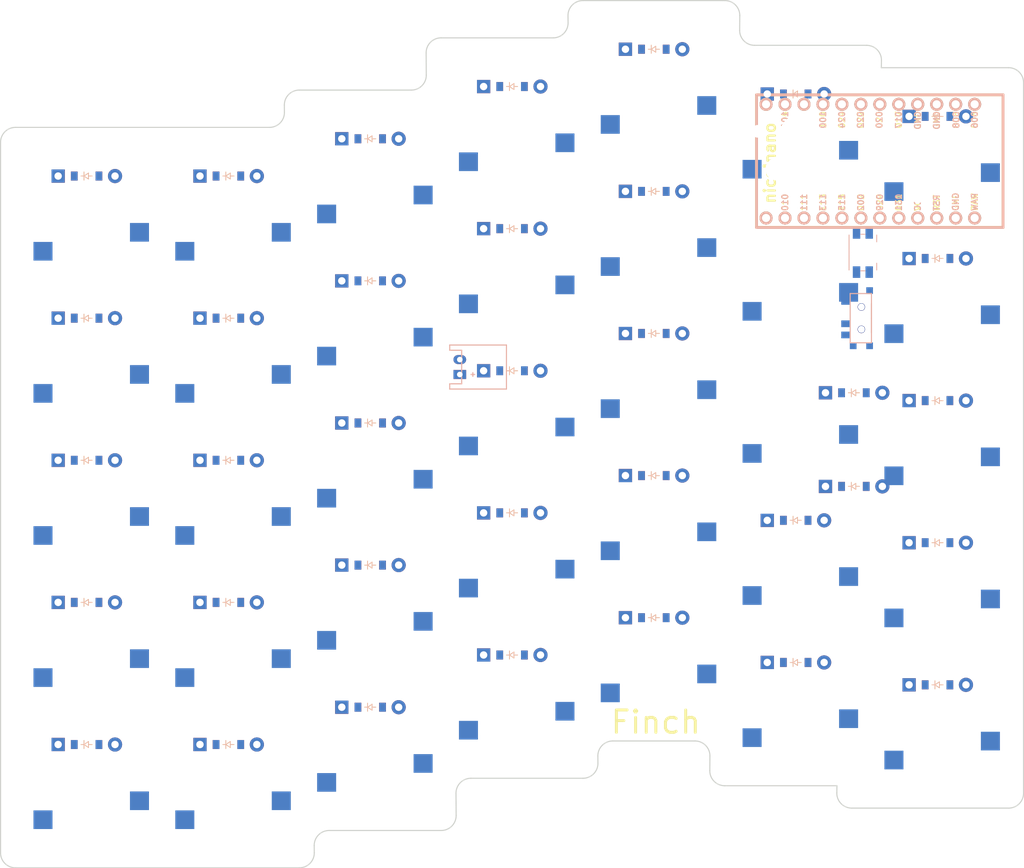
<source format=kicad_pcb>


(kicad_pcb (version 20171130) (host pcbnew 5.1.6)

  (page A3)
  (title_block
    (title "left")
    (rev "v1.0.0")
    (company "Unknown")
  )

  (general
    (thickness 1.6)
  )

  (layers
    (0 F.Cu signal)
    (31 B.Cu signal)
    (32 B.Adhes user)
    (33 F.Adhes user)
    (34 B.Paste user)
    (35 F.Paste user)
    (36 B.SilkS user)
    (37 F.SilkS user)
    (38 B.Mask user)
    (39 F.Mask user)
    (40 Dwgs.User user)
    (41 Cmts.User user)
    (42 Eco1.User user)
    (43 Eco2.User user)
    (44 Edge.Cuts user)
    (45 Margin user)
    (46 B.CrtYd user)
    (47 F.CrtYd user)
    (48 B.Fab user)
    (49 F.Fab user)
  )

  (setup
    (last_trace_width 0.25)
    (trace_clearance 0.2)
    (zone_clearance 0.508)
    (zone_45_only no)
    (trace_min 0.2)
    (via_size 0.8)
    (via_drill 0.4)
    (via_min_size 0.4)
    (via_min_drill 0.3)
    (uvia_size 0.3)
    (uvia_drill 0.1)
    (uvias_allowed no)
    (uvia_min_size 0.2)
    (uvia_min_drill 0.1)
    (edge_width 0.05)
    (segment_width 0.2)
    (pcb_text_width 0.3)
    (pcb_text_size 1.5 1.5)
    (mod_edge_width 0.12)
    (mod_text_size 1 1)
    (mod_text_width 0.15)
    (pad_size 1.524 1.524)
    (pad_drill 0.762)
    (pad_to_mask_clearance 0.05)
    (aux_axis_origin 0 0)
    (visible_elements FFFFFF7F)
    (pcbplotparams
      (layerselection 0x010fc_ffffffff)
      (usegerberextensions false)
      (usegerberattributes true)
      (usegerberadvancedattributes true)
      (creategerberjobfile true)
      (excludeedgelayer true)
      (linewidth 0.100000)
      (plotframeref false)
      (viasonmask false)
      (mode 1)
      (useauxorigin false)
      (hpglpennumber 1)
      (hpglpenspeed 20)
      (hpglpendiameter 15.000000)
      (psnegative false)
      (psa4output false)
      (plotreference true)
      (plotvalue true)
      (plotinvisibletext false)
      (padsonsilk false)
      (subtractmaskfromsilk false)
      (outputformat 1)
      (mirror false)
      (drillshape 1)
      (scaleselection 1)
      (outputdirectory ""))
  )

  (net 0 "")
(net 1 "P2")
(net 2 "first_mod")
(net 3 "first_bottom")
(net 4 "first_home")
(net 5 "first_top")
(net 6 "first_num")
(net 7 "P3")
(net 8 "second_mod")
(net 9 "second_bottom")
(net 10 "second_home")
(net 11 "second_top")
(net 12 "second_num")
(net 13 "P4")
(net 14 "third_mod")
(net 15 "third_bottom")
(net 16 "third_home")
(net 17 "third_top")
(net 18 "third_num")
(net 19 "P5")
(net 20 "fourth_mod")
(net 21 "fourth_bottom")
(net 22 "fourth_home")
(net 23 "fourth_top")
(net 24 "fourth_num")
(net 25 "P6")
(net 26 "fifth_mod")
(net 27 "fifth_bottom")
(net 28 "fifth_home")
(net 29 "fifth_top")
(net 30 "fifth_num")
(net 31 "P7")
(net 32 "sixth_mod")
(net 33 "sixth_bottom")
(net 34 "sixth_home")
(net 35 "sixth_top")
(net 36 "sixth_num")
(net 37 "P8")
(net 38 "seventh_mod")
(net 39 "seventh_bottom")
(net 40 "seventh_home")
(net 41 "seventh_top")
(net 42 "seventh_num")
(net 43 "P21")
(net 44 "P20")
(net 45 "P19")
(net 46 "P18")
(net 47 "P15")
(net 48 "RAW")
(net 49 "GND")
(net 50 "RST")
(net 51 "VCC")
(net 52 "P031")
(net 53 "P029")
(net 54 "P002")
(net 55 "P115")
(net 56 "P113")
(net 57 "P111")
(net 58 "P010")
(net 59 "P009")
(net 60 "P006")
(net 61 "P008")
(net 62 "P017")
(net 63 "P020")
(net 64 "P022")
(net 65 "P024")
(net 66 "P100")
(net 67 "P011")
(net 68 "P104")
(net 69 "P106")
(net 70 "pos")

  (net_class Default "This is the default net class."
    (clearance 0.2)
    (trace_width 0.25)
    (via_dia 0.8)
    (via_drill 0.4)
    (uvia_dia 0.3)
    (uvia_drill 0.1)
    (add_net "")
(add_net "P2")
(add_net "first_mod")
(add_net "first_bottom")
(add_net "first_home")
(add_net "first_top")
(add_net "first_num")
(add_net "P3")
(add_net "second_mod")
(add_net "second_bottom")
(add_net "second_home")
(add_net "second_top")
(add_net "second_num")
(add_net "P4")
(add_net "third_mod")
(add_net "third_bottom")
(add_net "third_home")
(add_net "third_top")
(add_net "third_num")
(add_net "P5")
(add_net "fourth_mod")
(add_net "fourth_bottom")
(add_net "fourth_home")
(add_net "fourth_top")
(add_net "fourth_num")
(add_net "P6")
(add_net "fifth_mod")
(add_net "fifth_bottom")
(add_net "fifth_home")
(add_net "fifth_top")
(add_net "fifth_num")
(add_net "P7")
(add_net "sixth_mod")
(add_net "sixth_bottom")
(add_net "sixth_home")
(add_net "sixth_top")
(add_net "sixth_num")
(add_net "P8")
(add_net "seventh_mod")
(add_net "seventh_bottom")
(add_net "seventh_home")
(add_net "seventh_top")
(add_net "seventh_num")
(add_net "P21")
(add_net "P20")
(add_net "P19")
(add_net "P18")
(add_net "P15")
(add_net "RAW")
(add_net "GND")
(add_net "RST")
(add_net "VCC")
(add_net "P031")
(add_net "P029")
(add_net "P002")
(add_net "P115")
(add_net "P113")
(add_net "P111")
(add_net "P010")
(add_net "P009")
(add_net "P006")
(add_net "P008")
(add_net "P017")
(add_net "P020")
(add_net "P022")
(add_net "P024")
(add_net "P100")
(add_net "P011")
(add_net "P104")
(add_net "P106")
(add_net "pos")
  )

  
        
      (module MX (layer F.Cu) (tedit 5DD4F656)
      (at 100 150 180)

      
      (fp_text reference "S1" (at 0 0) (layer F.SilkS) hide (effects (font (size 1.27 1.27) (thickness 0.15))))
      (fp_text value "" (at 0 0) (layer F.SilkS) hide (effects (font (size 1.27 1.27) (thickness 0.15))))

      
      (fp_line (start -7 -6) (end -7 -7) (layer Dwgs.User) (width 0.15))
      (fp_line (start -7 7) (end -6 7) (layer Dwgs.User) (width 0.15))
      (fp_line (start -6 -7) (end -7 -7) (layer Dwgs.User) (width 0.15))
      (fp_line (start -7 7) (end -7 6) (layer Dwgs.User) (width 0.15))
      (fp_line (start 7 6) (end 7 7) (layer Dwgs.User) (width 0.15))
      (fp_line (start 7 -7) (end 6 -7) (layer Dwgs.User) (width 0.15))
      (fp_line (start 6 7) (end 7 7) (layer Dwgs.User) (width 0.15))
      (fp_line (start 7 -7) (end 7 -6) (layer Dwgs.User) (width 0.15))
    
      
      (pad "" np_thru_hole circle (at 0 0) (size 3.9878 3.9878) (drill 3.9878) (layers *.Cu *.Mask))

      
      (pad "" np_thru_hole circle (at 5.08 0) (size 1.7018 1.7018) (drill 1.7018) (layers *.Cu *.Mask))
      (pad "" np_thru_hole circle (at -5.08 0) (size 1.7018 1.7018) (drill 1.7018) (layers *.Cu *.Mask))
      
        
      
      (fp_line (start -9.5 -9.5) (end 9.5 -9.5) (layer Dwgs.User) (width 0.15))
      (fp_line (start 9.5 -9.5) (end 9.5 9.5) (layer Dwgs.User) (width 0.15))
      (fp_line (start 9.5 9.5) (end -9.5 9.5) (layer Dwgs.User) (width 0.15))
      (fp_line (start -9.5 9.5) (end -9.5 -9.5) (layer Dwgs.User) (width 0.15))
      
        
        
        (pad "" np_thru_hole circle (at 2.54 -5.08) (size 3 3) (drill 3) (layers *.Cu *.Mask))
        (pad "" np_thru_hole circle (at -3.81 -2.54) (size 3 3) (drill 3) (layers *.Cu *.Mask))
        
        
        (pad 1 smd rect (at -7.085 -2.54 180) (size 2.55 2.5) (layers B.Cu B.Paste B.Mask) (net 1 "P2"))
        (pad 2 smd rect (at 5.842 -5.08 180) (size 2.55 2.5) (layers B.Cu B.Paste B.Mask) (net 2 "first_mod"))
        )
        

        
      (module MX (layer F.Cu) (tedit 5DD4F656)
      (at 100 130.95 180)

      
      (fp_text reference "S2" (at 0 0) (layer F.SilkS) hide (effects (font (size 1.27 1.27) (thickness 0.15))))
      (fp_text value "" (at 0 0) (layer F.SilkS) hide (effects (font (size 1.27 1.27) (thickness 0.15))))

      
      (fp_line (start -7 -6) (end -7 -7) (layer Dwgs.User) (width 0.15))
      (fp_line (start -7 7) (end -6 7) (layer Dwgs.User) (width 0.15))
      (fp_line (start -6 -7) (end -7 -7) (layer Dwgs.User) (width 0.15))
      (fp_line (start -7 7) (end -7 6) (layer Dwgs.User) (width 0.15))
      (fp_line (start 7 6) (end 7 7) (layer Dwgs.User) (width 0.15))
      (fp_line (start 7 -7) (end 6 -7) (layer Dwgs.User) (width 0.15))
      (fp_line (start 6 7) (end 7 7) (layer Dwgs.User) (width 0.15))
      (fp_line (start 7 -7) (end 7 -6) (layer Dwgs.User) (width 0.15))
    
      
      (pad "" np_thru_hole circle (at 0 0) (size 3.9878 3.9878) (drill 3.9878) (layers *.Cu *.Mask))

      
      (pad "" np_thru_hole circle (at 5.08 0) (size 1.7018 1.7018) (drill 1.7018) (layers *.Cu *.Mask))
      (pad "" np_thru_hole circle (at -5.08 0) (size 1.7018 1.7018) (drill 1.7018) (layers *.Cu *.Mask))
      
        
      
      (fp_line (start -9.5 -9.5) (end 9.5 -9.5) (layer Dwgs.User) (width 0.15))
      (fp_line (start 9.5 -9.5) (end 9.5 9.5) (layer Dwgs.User) (width 0.15))
      (fp_line (start 9.5 9.5) (end -9.5 9.5) (layer Dwgs.User) (width 0.15))
      (fp_line (start -9.5 9.5) (end -9.5 -9.5) (layer Dwgs.User) (width 0.15))
      
        
        
        (pad "" np_thru_hole circle (at 2.54 -5.08) (size 3 3) (drill 3) (layers *.Cu *.Mask))
        (pad "" np_thru_hole circle (at -3.81 -2.54) (size 3 3) (drill 3) (layers *.Cu *.Mask))
        
        
        (pad 1 smd rect (at -7.085 -2.54 180) (size 2.55 2.5) (layers B.Cu B.Paste B.Mask) (net 1 "P2"))
        (pad 2 smd rect (at 5.842 -5.08 180) (size 2.55 2.5) (layers B.Cu B.Paste B.Mask) (net 3 "first_bottom"))
        )
        

        
      (module MX (layer F.Cu) (tedit 5DD4F656)
      (at 100 111.89999999999999 180)

      
      (fp_text reference "S3" (at 0 0) (layer F.SilkS) hide (effects (font (size 1.27 1.27) (thickness 0.15))))
      (fp_text value "" (at 0 0) (layer F.SilkS) hide (effects (font (size 1.27 1.27) (thickness 0.15))))

      
      (fp_line (start -7 -6) (end -7 -7) (layer Dwgs.User) (width 0.15))
      (fp_line (start -7 7) (end -6 7) (layer Dwgs.User) (width 0.15))
      (fp_line (start -6 -7) (end -7 -7) (layer Dwgs.User) (width 0.15))
      (fp_line (start -7 7) (end -7 6) (layer Dwgs.User) (width 0.15))
      (fp_line (start 7 6) (end 7 7) (layer Dwgs.User) (width 0.15))
      (fp_line (start 7 -7) (end 6 -7) (layer Dwgs.User) (width 0.15))
      (fp_line (start 6 7) (end 7 7) (layer Dwgs.User) (width 0.15))
      (fp_line (start 7 -7) (end 7 -6) (layer Dwgs.User) (width 0.15))
    
      
      (pad "" np_thru_hole circle (at 0 0) (size 3.9878 3.9878) (drill 3.9878) (layers *.Cu *.Mask))

      
      (pad "" np_thru_hole circle (at 5.08 0) (size 1.7018 1.7018) (drill 1.7018) (layers *.Cu *.Mask))
      (pad "" np_thru_hole circle (at -5.08 0) (size 1.7018 1.7018) (drill 1.7018) (layers *.Cu *.Mask))
      
        
      
      (fp_line (start -9.5 -9.5) (end 9.5 -9.5) (layer Dwgs.User) (width 0.15))
      (fp_line (start 9.5 -9.5) (end 9.5 9.5) (layer Dwgs.User) (width 0.15))
      (fp_line (start 9.5 9.5) (end -9.5 9.5) (layer Dwgs.User) (width 0.15))
      (fp_line (start -9.5 9.5) (end -9.5 -9.5) (layer Dwgs.User) (width 0.15))
      
        
        
        (pad "" np_thru_hole circle (at 2.54 -5.08) (size 3 3) (drill 3) (layers *.Cu *.Mask))
        (pad "" np_thru_hole circle (at -3.81 -2.54) (size 3 3) (drill 3) (layers *.Cu *.Mask))
        
        
        (pad 1 smd rect (at -7.085 -2.54 180) (size 2.55 2.5) (layers B.Cu B.Paste B.Mask) (net 1 "P2"))
        (pad 2 smd rect (at 5.842 -5.08 180) (size 2.55 2.5) (layers B.Cu B.Paste B.Mask) (net 4 "first_home"))
        )
        

        
      (module MX (layer F.Cu) (tedit 5DD4F656)
      (at 100 92.85 180)

      
      (fp_text reference "S4" (at 0 0) (layer F.SilkS) hide (effects (font (size 1.27 1.27) (thickness 0.15))))
      (fp_text value "" (at 0 0) (layer F.SilkS) hide (effects (font (size 1.27 1.27) (thickness 0.15))))

      
      (fp_line (start -7 -6) (end -7 -7) (layer Dwgs.User) (width 0.15))
      (fp_line (start -7 7) (end -6 7) (layer Dwgs.User) (width 0.15))
      (fp_line (start -6 -7) (end -7 -7) (layer Dwgs.User) (width 0.15))
      (fp_line (start -7 7) (end -7 6) (layer Dwgs.User) (width 0.15))
      (fp_line (start 7 6) (end 7 7) (layer Dwgs.User) (width 0.15))
      (fp_line (start 7 -7) (end 6 -7) (layer Dwgs.User) (width 0.15))
      (fp_line (start 6 7) (end 7 7) (layer Dwgs.User) (width 0.15))
      (fp_line (start 7 -7) (end 7 -6) (layer Dwgs.User) (width 0.15))
    
      
      (pad "" np_thru_hole circle (at 0 0) (size 3.9878 3.9878) (drill 3.9878) (layers *.Cu *.Mask))

      
      (pad "" np_thru_hole circle (at 5.08 0) (size 1.7018 1.7018) (drill 1.7018) (layers *.Cu *.Mask))
      (pad "" np_thru_hole circle (at -5.08 0) (size 1.7018 1.7018) (drill 1.7018) (layers *.Cu *.Mask))
      
        
      
      (fp_line (start -9.5 -9.5) (end 9.5 -9.5) (layer Dwgs.User) (width 0.15))
      (fp_line (start 9.5 -9.5) (end 9.5 9.5) (layer Dwgs.User) (width 0.15))
      (fp_line (start 9.5 9.5) (end -9.5 9.5) (layer Dwgs.User) (width 0.15))
      (fp_line (start -9.5 9.5) (end -9.5 -9.5) (layer Dwgs.User) (width 0.15))
      
        
        
        (pad "" np_thru_hole circle (at 2.54 -5.08) (size 3 3) (drill 3) (layers *.Cu *.Mask))
        (pad "" np_thru_hole circle (at -3.81 -2.54) (size 3 3) (drill 3) (layers *.Cu *.Mask))
        
        
        (pad 1 smd rect (at -7.085 -2.54 180) (size 2.55 2.5) (layers B.Cu B.Paste B.Mask) (net 1 "P2"))
        (pad 2 smd rect (at 5.842 -5.08 180) (size 2.55 2.5) (layers B.Cu B.Paste B.Mask) (net 5 "first_top"))
        )
        

        
      (module MX (layer F.Cu) (tedit 5DD4F656)
      (at 100 73.8 180)

      
      (fp_text reference "S5" (at 0 0) (layer F.SilkS) hide (effects (font (size 1.27 1.27) (thickness 0.15))))
      (fp_text value "" (at 0 0) (layer F.SilkS) hide (effects (font (size 1.27 1.27) (thickness 0.15))))

      
      (fp_line (start -7 -6) (end -7 -7) (layer Dwgs.User) (width 0.15))
      (fp_line (start -7 7) (end -6 7) (layer Dwgs.User) (width 0.15))
      (fp_line (start -6 -7) (end -7 -7) (layer Dwgs.User) (width 0.15))
      (fp_line (start -7 7) (end -7 6) (layer Dwgs.User) (width 0.15))
      (fp_line (start 7 6) (end 7 7) (layer Dwgs.User) (width 0.15))
      (fp_line (start 7 -7) (end 6 -7) (layer Dwgs.User) (width 0.15))
      (fp_line (start 6 7) (end 7 7) (layer Dwgs.User) (width 0.15))
      (fp_line (start 7 -7) (end 7 -6) (layer Dwgs.User) (width 0.15))
    
      
      (pad "" np_thru_hole circle (at 0 0) (size 3.9878 3.9878) (drill 3.9878) (layers *.Cu *.Mask))

      
      (pad "" np_thru_hole circle (at 5.08 0) (size 1.7018 1.7018) (drill 1.7018) (layers *.Cu *.Mask))
      (pad "" np_thru_hole circle (at -5.08 0) (size 1.7018 1.7018) (drill 1.7018) (layers *.Cu *.Mask))
      
        
      
      (fp_line (start -9.5 -9.5) (end 9.5 -9.5) (layer Dwgs.User) (width 0.15))
      (fp_line (start 9.5 -9.5) (end 9.5 9.5) (layer Dwgs.User) (width 0.15))
      (fp_line (start 9.5 9.5) (end -9.5 9.5) (layer Dwgs.User) (width 0.15))
      (fp_line (start -9.5 9.5) (end -9.5 -9.5) (layer Dwgs.User) (width 0.15))
      
        
        
        (pad "" np_thru_hole circle (at 2.54 -5.08) (size 3 3) (drill 3) (layers *.Cu *.Mask))
        (pad "" np_thru_hole circle (at -3.81 -2.54) (size 3 3) (drill 3) (layers *.Cu *.Mask))
        
        
        (pad 1 smd rect (at -7.085 -2.54 180) (size 2.55 2.5) (layers B.Cu B.Paste B.Mask) (net 1 "P2"))
        (pad 2 smd rect (at 5.842 -5.08 180) (size 2.55 2.5) (layers B.Cu B.Paste B.Mask) (net 6 "first_num"))
        )
        

        
      (module MX (layer F.Cu) (tedit 5DD4F656)
      (at 119 150 180)

      
      (fp_text reference "S6" (at 0 0) (layer F.SilkS) hide (effects (font (size 1.27 1.27) (thickness 0.15))))
      (fp_text value "" (at 0 0) (layer F.SilkS) hide (effects (font (size 1.27 1.27) (thickness 0.15))))

      
      (fp_line (start -7 -6) (end -7 -7) (layer Dwgs.User) (width 0.15))
      (fp_line (start -7 7) (end -6 7) (layer Dwgs.User) (width 0.15))
      (fp_line (start -6 -7) (end -7 -7) (layer Dwgs.User) (width 0.15))
      (fp_line (start -7 7) (end -7 6) (layer Dwgs.User) (width 0.15))
      (fp_line (start 7 6) (end 7 7) (layer Dwgs.User) (width 0.15))
      (fp_line (start 7 -7) (end 6 -7) (layer Dwgs.User) (width 0.15))
      (fp_line (start 6 7) (end 7 7) (layer Dwgs.User) (width 0.15))
      (fp_line (start 7 -7) (end 7 -6) (layer Dwgs.User) (width 0.15))
    
      
      (pad "" np_thru_hole circle (at 0 0) (size 3.9878 3.9878) (drill 3.9878) (layers *.Cu *.Mask))

      
      (pad "" np_thru_hole circle (at 5.08 0) (size 1.7018 1.7018) (drill 1.7018) (layers *.Cu *.Mask))
      (pad "" np_thru_hole circle (at -5.08 0) (size 1.7018 1.7018) (drill 1.7018) (layers *.Cu *.Mask))
      
        
      
      (fp_line (start -9.5 -9.5) (end 9.5 -9.5) (layer Dwgs.User) (width 0.15))
      (fp_line (start 9.5 -9.5) (end 9.5 9.5) (layer Dwgs.User) (width 0.15))
      (fp_line (start 9.5 9.5) (end -9.5 9.5) (layer Dwgs.User) (width 0.15))
      (fp_line (start -9.5 9.5) (end -9.5 -9.5) (layer Dwgs.User) (width 0.15))
      
        
        
        (pad "" np_thru_hole circle (at 2.54 -5.08) (size 3 3) (drill 3) (layers *.Cu *.Mask))
        (pad "" np_thru_hole circle (at -3.81 -2.54) (size 3 3) (drill 3) (layers *.Cu *.Mask))
        
        
        (pad 1 smd rect (at -7.085 -2.54 180) (size 2.55 2.5) (layers B.Cu B.Paste B.Mask) (net 7 "P3"))
        (pad 2 smd rect (at 5.842 -5.08 180) (size 2.55 2.5) (layers B.Cu B.Paste B.Mask) (net 8 "second_mod"))
        )
        

        
      (module MX (layer F.Cu) (tedit 5DD4F656)
      (at 119 130.95 180)

      
      (fp_text reference "S7" (at 0 0) (layer F.SilkS) hide (effects (font (size 1.27 1.27) (thickness 0.15))))
      (fp_text value "" (at 0 0) (layer F.SilkS) hide (effects (font (size 1.27 1.27) (thickness 0.15))))

      
      (fp_line (start -7 -6) (end -7 -7) (layer Dwgs.User) (width 0.15))
      (fp_line (start -7 7) (end -6 7) (layer Dwgs.User) (width 0.15))
      (fp_line (start -6 -7) (end -7 -7) (layer Dwgs.User) (width 0.15))
      (fp_line (start -7 7) (end -7 6) (layer Dwgs.User) (width 0.15))
      (fp_line (start 7 6) (end 7 7) (layer Dwgs.User) (width 0.15))
      (fp_line (start 7 -7) (end 6 -7) (layer Dwgs.User) (width 0.15))
      (fp_line (start 6 7) (end 7 7) (layer Dwgs.User) (width 0.15))
      (fp_line (start 7 -7) (end 7 -6) (layer Dwgs.User) (width 0.15))
    
      
      (pad "" np_thru_hole circle (at 0 0) (size 3.9878 3.9878) (drill 3.9878) (layers *.Cu *.Mask))

      
      (pad "" np_thru_hole circle (at 5.08 0) (size 1.7018 1.7018) (drill 1.7018) (layers *.Cu *.Mask))
      (pad "" np_thru_hole circle (at -5.08 0) (size 1.7018 1.7018) (drill 1.7018) (layers *.Cu *.Mask))
      
        
      
      (fp_line (start -9.5 -9.5) (end 9.5 -9.5) (layer Dwgs.User) (width 0.15))
      (fp_line (start 9.5 -9.5) (end 9.5 9.5) (layer Dwgs.User) (width 0.15))
      (fp_line (start 9.5 9.5) (end -9.5 9.5) (layer Dwgs.User) (width 0.15))
      (fp_line (start -9.5 9.5) (end -9.5 -9.5) (layer Dwgs.User) (width 0.15))
      
        
        
        (pad "" np_thru_hole circle (at 2.54 -5.08) (size 3 3) (drill 3) (layers *.Cu *.Mask))
        (pad "" np_thru_hole circle (at -3.81 -2.54) (size 3 3) (drill 3) (layers *.Cu *.Mask))
        
        
        (pad 1 smd rect (at -7.085 -2.54 180) (size 2.55 2.5) (layers B.Cu B.Paste B.Mask) (net 7 "P3"))
        (pad 2 smd rect (at 5.842 -5.08 180) (size 2.55 2.5) (layers B.Cu B.Paste B.Mask) (net 9 "second_bottom"))
        )
        

        
      (module MX (layer F.Cu) (tedit 5DD4F656)
      (at 119 111.89999999999999 180)

      
      (fp_text reference "S8" (at 0 0) (layer F.SilkS) hide (effects (font (size 1.27 1.27) (thickness 0.15))))
      (fp_text value "" (at 0 0) (layer F.SilkS) hide (effects (font (size 1.27 1.27) (thickness 0.15))))

      
      (fp_line (start -7 -6) (end -7 -7) (layer Dwgs.User) (width 0.15))
      (fp_line (start -7 7) (end -6 7) (layer Dwgs.User) (width 0.15))
      (fp_line (start -6 -7) (end -7 -7) (layer Dwgs.User) (width 0.15))
      (fp_line (start -7 7) (end -7 6) (layer Dwgs.User) (width 0.15))
      (fp_line (start 7 6) (end 7 7) (layer Dwgs.User) (width 0.15))
      (fp_line (start 7 -7) (end 6 -7) (layer Dwgs.User) (width 0.15))
      (fp_line (start 6 7) (end 7 7) (layer Dwgs.User) (width 0.15))
      (fp_line (start 7 -7) (end 7 -6) (layer Dwgs.User) (width 0.15))
    
      
      (pad "" np_thru_hole circle (at 0 0) (size 3.9878 3.9878) (drill 3.9878) (layers *.Cu *.Mask))

      
      (pad "" np_thru_hole circle (at 5.08 0) (size 1.7018 1.7018) (drill 1.7018) (layers *.Cu *.Mask))
      (pad "" np_thru_hole circle (at -5.08 0) (size 1.7018 1.7018) (drill 1.7018) (layers *.Cu *.Mask))
      
        
      
      (fp_line (start -9.5 -9.5) (end 9.5 -9.5) (layer Dwgs.User) (width 0.15))
      (fp_line (start 9.5 -9.5) (end 9.5 9.5) (layer Dwgs.User) (width 0.15))
      (fp_line (start 9.5 9.5) (end -9.5 9.5) (layer Dwgs.User) (width 0.15))
      (fp_line (start -9.5 9.5) (end -9.5 -9.5) (layer Dwgs.User) (width 0.15))
      
        
        
        (pad "" np_thru_hole circle (at 2.54 -5.08) (size 3 3) (drill 3) (layers *.Cu *.Mask))
        (pad "" np_thru_hole circle (at -3.81 -2.54) (size 3 3) (drill 3) (layers *.Cu *.Mask))
        
        
        (pad 1 smd rect (at -7.085 -2.54 180) (size 2.55 2.5) (layers B.Cu B.Paste B.Mask) (net 7 "P3"))
        (pad 2 smd rect (at 5.842 -5.08 180) (size 2.55 2.5) (layers B.Cu B.Paste B.Mask) (net 10 "second_home"))
        )
        

        
      (module MX (layer F.Cu) (tedit 5DD4F656)
      (at 119 92.85 180)

      
      (fp_text reference "S9" (at 0 0) (layer F.SilkS) hide (effects (font (size 1.27 1.27) (thickness 0.15))))
      (fp_text value "" (at 0 0) (layer F.SilkS) hide (effects (font (size 1.27 1.27) (thickness 0.15))))

      
      (fp_line (start -7 -6) (end -7 -7) (layer Dwgs.User) (width 0.15))
      (fp_line (start -7 7) (end -6 7) (layer Dwgs.User) (width 0.15))
      (fp_line (start -6 -7) (end -7 -7) (layer Dwgs.User) (width 0.15))
      (fp_line (start -7 7) (end -7 6) (layer Dwgs.User) (width 0.15))
      (fp_line (start 7 6) (end 7 7) (layer Dwgs.User) (width 0.15))
      (fp_line (start 7 -7) (end 6 -7) (layer Dwgs.User) (width 0.15))
      (fp_line (start 6 7) (end 7 7) (layer Dwgs.User) (width 0.15))
      (fp_line (start 7 -7) (end 7 -6) (layer Dwgs.User) (width 0.15))
    
      
      (pad "" np_thru_hole circle (at 0 0) (size 3.9878 3.9878) (drill 3.9878) (layers *.Cu *.Mask))

      
      (pad "" np_thru_hole circle (at 5.08 0) (size 1.7018 1.7018) (drill 1.7018) (layers *.Cu *.Mask))
      (pad "" np_thru_hole circle (at -5.08 0) (size 1.7018 1.7018) (drill 1.7018) (layers *.Cu *.Mask))
      
        
      
      (fp_line (start -9.5 -9.5) (end 9.5 -9.5) (layer Dwgs.User) (width 0.15))
      (fp_line (start 9.5 -9.5) (end 9.5 9.5) (layer Dwgs.User) (width 0.15))
      (fp_line (start 9.5 9.5) (end -9.5 9.5) (layer Dwgs.User) (width 0.15))
      (fp_line (start -9.5 9.5) (end -9.5 -9.5) (layer Dwgs.User) (width 0.15))
      
        
        
        (pad "" np_thru_hole circle (at 2.54 -5.08) (size 3 3) (drill 3) (layers *.Cu *.Mask))
        (pad "" np_thru_hole circle (at -3.81 -2.54) (size 3 3) (drill 3) (layers *.Cu *.Mask))
        
        
        (pad 1 smd rect (at -7.085 -2.54 180) (size 2.55 2.5) (layers B.Cu B.Paste B.Mask) (net 7 "P3"))
        (pad 2 smd rect (at 5.842 -5.08 180) (size 2.55 2.5) (layers B.Cu B.Paste B.Mask) (net 11 "second_top"))
        )
        

        
      (module MX (layer F.Cu) (tedit 5DD4F656)
      (at 119 73.8 180)

      
      (fp_text reference "S10" (at 0 0) (layer F.SilkS) hide (effects (font (size 1.27 1.27) (thickness 0.15))))
      (fp_text value "" (at 0 0) (layer F.SilkS) hide (effects (font (size 1.27 1.27) (thickness 0.15))))

      
      (fp_line (start -7 -6) (end -7 -7) (layer Dwgs.User) (width 0.15))
      (fp_line (start -7 7) (end -6 7) (layer Dwgs.User) (width 0.15))
      (fp_line (start -6 -7) (end -7 -7) (layer Dwgs.User) (width 0.15))
      (fp_line (start -7 7) (end -7 6) (layer Dwgs.User) (width 0.15))
      (fp_line (start 7 6) (end 7 7) (layer Dwgs.User) (width 0.15))
      (fp_line (start 7 -7) (end 6 -7) (layer Dwgs.User) (width 0.15))
      (fp_line (start 6 7) (end 7 7) (layer Dwgs.User) (width 0.15))
      (fp_line (start 7 -7) (end 7 -6) (layer Dwgs.User) (width 0.15))
    
      
      (pad "" np_thru_hole circle (at 0 0) (size 3.9878 3.9878) (drill 3.9878) (layers *.Cu *.Mask))

      
      (pad "" np_thru_hole circle (at 5.08 0) (size 1.7018 1.7018) (drill 1.7018) (layers *.Cu *.Mask))
      (pad "" np_thru_hole circle (at -5.08 0) (size 1.7018 1.7018) (drill 1.7018) (layers *.Cu *.Mask))
      
        
      
      (fp_line (start -9.5 -9.5) (end 9.5 -9.5) (layer Dwgs.User) (width 0.15))
      (fp_line (start 9.5 -9.5) (end 9.5 9.5) (layer Dwgs.User) (width 0.15))
      (fp_line (start 9.5 9.5) (end -9.5 9.5) (layer Dwgs.User) (width 0.15))
      (fp_line (start -9.5 9.5) (end -9.5 -9.5) (layer Dwgs.User) (width 0.15))
      
        
        
        (pad "" np_thru_hole circle (at 2.54 -5.08) (size 3 3) (drill 3) (layers *.Cu *.Mask))
        (pad "" np_thru_hole circle (at -3.81 -2.54) (size 3 3) (drill 3) (layers *.Cu *.Mask))
        
        
        (pad 1 smd rect (at -7.085 -2.54 180) (size 2.55 2.5) (layers B.Cu B.Paste B.Mask) (net 7 "P3"))
        (pad 2 smd rect (at 5.842 -5.08 180) (size 2.55 2.5) (layers B.Cu B.Paste B.Mask) (net 12 "second_num"))
        )
        

        
      (module MX (layer F.Cu) (tedit 5DD4F656)
      (at 138 145 180)

      
      (fp_text reference "S11" (at 0 0) (layer F.SilkS) hide (effects (font (size 1.27 1.27) (thickness 0.15))))
      (fp_text value "" (at 0 0) (layer F.SilkS) hide (effects (font (size 1.27 1.27) (thickness 0.15))))

      
      (fp_line (start -7 -6) (end -7 -7) (layer Dwgs.User) (width 0.15))
      (fp_line (start -7 7) (end -6 7) (layer Dwgs.User) (width 0.15))
      (fp_line (start -6 -7) (end -7 -7) (layer Dwgs.User) (width 0.15))
      (fp_line (start -7 7) (end -7 6) (layer Dwgs.User) (width 0.15))
      (fp_line (start 7 6) (end 7 7) (layer Dwgs.User) (width 0.15))
      (fp_line (start 7 -7) (end 6 -7) (layer Dwgs.User) (width 0.15))
      (fp_line (start 6 7) (end 7 7) (layer Dwgs.User) (width 0.15))
      (fp_line (start 7 -7) (end 7 -6) (layer Dwgs.User) (width 0.15))
    
      
      (pad "" np_thru_hole circle (at 0 0) (size 3.9878 3.9878) (drill 3.9878) (layers *.Cu *.Mask))

      
      (pad "" np_thru_hole circle (at 5.08 0) (size 1.7018 1.7018) (drill 1.7018) (layers *.Cu *.Mask))
      (pad "" np_thru_hole circle (at -5.08 0) (size 1.7018 1.7018) (drill 1.7018) (layers *.Cu *.Mask))
      
        
      
      (fp_line (start -9.5 -9.5) (end 9.5 -9.5) (layer Dwgs.User) (width 0.15))
      (fp_line (start 9.5 -9.5) (end 9.5 9.5) (layer Dwgs.User) (width 0.15))
      (fp_line (start 9.5 9.5) (end -9.5 9.5) (layer Dwgs.User) (width 0.15))
      (fp_line (start -9.5 9.5) (end -9.5 -9.5) (layer Dwgs.User) (width 0.15))
      
        
        
        (pad "" np_thru_hole circle (at 2.54 -5.08) (size 3 3) (drill 3) (layers *.Cu *.Mask))
        (pad "" np_thru_hole circle (at -3.81 -2.54) (size 3 3) (drill 3) (layers *.Cu *.Mask))
        
        
        (pad 1 smd rect (at -7.085 -2.54 180) (size 2.55 2.5) (layers B.Cu B.Paste B.Mask) (net 13 "P4"))
        (pad 2 smd rect (at 5.842 -5.08 180) (size 2.55 2.5) (layers B.Cu B.Paste B.Mask) (net 14 "third_mod"))
        )
        

        
      (module MX (layer F.Cu) (tedit 5DD4F656)
      (at 138 125.95 180)

      
      (fp_text reference "S12" (at 0 0) (layer F.SilkS) hide (effects (font (size 1.27 1.27) (thickness 0.15))))
      (fp_text value "" (at 0 0) (layer F.SilkS) hide (effects (font (size 1.27 1.27) (thickness 0.15))))

      
      (fp_line (start -7 -6) (end -7 -7) (layer Dwgs.User) (width 0.15))
      (fp_line (start -7 7) (end -6 7) (layer Dwgs.User) (width 0.15))
      (fp_line (start -6 -7) (end -7 -7) (layer Dwgs.User) (width 0.15))
      (fp_line (start -7 7) (end -7 6) (layer Dwgs.User) (width 0.15))
      (fp_line (start 7 6) (end 7 7) (layer Dwgs.User) (width 0.15))
      (fp_line (start 7 -7) (end 6 -7) (layer Dwgs.User) (width 0.15))
      (fp_line (start 6 7) (end 7 7) (layer Dwgs.User) (width 0.15))
      (fp_line (start 7 -7) (end 7 -6) (layer Dwgs.User) (width 0.15))
    
      
      (pad "" np_thru_hole circle (at 0 0) (size 3.9878 3.9878) (drill 3.9878) (layers *.Cu *.Mask))

      
      (pad "" np_thru_hole circle (at 5.08 0) (size 1.7018 1.7018) (drill 1.7018) (layers *.Cu *.Mask))
      (pad "" np_thru_hole circle (at -5.08 0) (size 1.7018 1.7018) (drill 1.7018) (layers *.Cu *.Mask))
      
        
      
      (fp_line (start -9.5 -9.5) (end 9.5 -9.5) (layer Dwgs.User) (width 0.15))
      (fp_line (start 9.5 -9.5) (end 9.5 9.5) (layer Dwgs.User) (width 0.15))
      (fp_line (start 9.5 9.5) (end -9.5 9.5) (layer Dwgs.User) (width 0.15))
      (fp_line (start -9.5 9.5) (end -9.5 -9.5) (layer Dwgs.User) (width 0.15))
      
        
        
        (pad "" np_thru_hole circle (at 2.54 -5.08) (size 3 3) (drill 3) (layers *.Cu *.Mask))
        (pad "" np_thru_hole circle (at -3.81 -2.54) (size 3 3) (drill 3) (layers *.Cu *.Mask))
        
        
        (pad 1 smd rect (at -7.085 -2.54 180) (size 2.55 2.5) (layers B.Cu B.Paste B.Mask) (net 13 "P4"))
        (pad 2 smd rect (at 5.842 -5.08 180) (size 2.55 2.5) (layers B.Cu B.Paste B.Mask) (net 15 "third_bottom"))
        )
        

        
      (module MX (layer F.Cu) (tedit 5DD4F656)
      (at 138 106.9 180)

      
      (fp_text reference "S13" (at 0 0) (layer F.SilkS) hide (effects (font (size 1.27 1.27) (thickness 0.15))))
      (fp_text value "" (at 0 0) (layer F.SilkS) hide (effects (font (size 1.27 1.27) (thickness 0.15))))

      
      (fp_line (start -7 -6) (end -7 -7) (layer Dwgs.User) (width 0.15))
      (fp_line (start -7 7) (end -6 7) (layer Dwgs.User) (width 0.15))
      (fp_line (start -6 -7) (end -7 -7) (layer Dwgs.User) (width 0.15))
      (fp_line (start -7 7) (end -7 6) (layer Dwgs.User) (width 0.15))
      (fp_line (start 7 6) (end 7 7) (layer Dwgs.User) (width 0.15))
      (fp_line (start 7 -7) (end 6 -7) (layer Dwgs.User) (width 0.15))
      (fp_line (start 6 7) (end 7 7) (layer Dwgs.User) (width 0.15))
      (fp_line (start 7 -7) (end 7 -6) (layer Dwgs.User) (width 0.15))
    
      
      (pad "" np_thru_hole circle (at 0 0) (size 3.9878 3.9878) (drill 3.9878) (layers *.Cu *.Mask))

      
      (pad "" np_thru_hole circle (at 5.08 0) (size 1.7018 1.7018) (drill 1.7018) (layers *.Cu *.Mask))
      (pad "" np_thru_hole circle (at -5.08 0) (size 1.7018 1.7018) (drill 1.7018) (layers *.Cu *.Mask))
      
        
      
      (fp_line (start -9.5 -9.5) (end 9.5 -9.5) (layer Dwgs.User) (width 0.15))
      (fp_line (start 9.5 -9.5) (end 9.5 9.5) (layer Dwgs.User) (width 0.15))
      (fp_line (start 9.5 9.5) (end -9.5 9.5) (layer Dwgs.User) (width 0.15))
      (fp_line (start -9.5 9.5) (end -9.5 -9.5) (layer Dwgs.User) (width 0.15))
      
        
        
        (pad "" np_thru_hole circle (at 2.54 -5.08) (size 3 3) (drill 3) (layers *.Cu *.Mask))
        (pad "" np_thru_hole circle (at -3.81 -2.54) (size 3 3) (drill 3) (layers *.Cu *.Mask))
        
        
        (pad 1 smd rect (at -7.085 -2.54 180) (size 2.55 2.5) (layers B.Cu B.Paste B.Mask) (net 13 "P4"))
        (pad 2 smd rect (at 5.842 -5.08 180) (size 2.55 2.5) (layers B.Cu B.Paste B.Mask) (net 16 "third_home"))
        )
        

        
      (module MX (layer F.Cu) (tedit 5DD4F656)
      (at 138 87.85000000000001 180)

      
      (fp_text reference "S14" (at 0 0) (layer F.SilkS) hide (effects (font (size 1.27 1.27) (thickness 0.15))))
      (fp_text value "" (at 0 0) (layer F.SilkS) hide (effects (font (size 1.27 1.27) (thickness 0.15))))

      
      (fp_line (start -7 -6) (end -7 -7) (layer Dwgs.User) (width 0.15))
      (fp_line (start -7 7) (end -6 7) (layer Dwgs.User) (width 0.15))
      (fp_line (start -6 -7) (end -7 -7) (layer Dwgs.User) (width 0.15))
      (fp_line (start -7 7) (end -7 6) (layer Dwgs.User) (width 0.15))
      (fp_line (start 7 6) (end 7 7) (layer Dwgs.User) (width 0.15))
      (fp_line (start 7 -7) (end 6 -7) (layer Dwgs.User) (width 0.15))
      (fp_line (start 6 7) (end 7 7) (layer Dwgs.User) (width 0.15))
      (fp_line (start 7 -7) (end 7 -6) (layer Dwgs.User) (width 0.15))
    
      
      (pad "" np_thru_hole circle (at 0 0) (size 3.9878 3.9878) (drill 3.9878) (layers *.Cu *.Mask))

      
      (pad "" np_thru_hole circle (at 5.08 0) (size 1.7018 1.7018) (drill 1.7018) (layers *.Cu *.Mask))
      (pad "" np_thru_hole circle (at -5.08 0) (size 1.7018 1.7018) (drill 1.7018) (layers *.Cu *.Mask))
      
        
      
      (fp_line (start -9.5 -9.5) (end 9.5 -9.5) (layer Dwgs.User) (width 0.15))
      (fp_line (start 9.5 -9.5) (end 9.5 9.5) (layer Dwgs.User) (width 0.15))
      (fp_line (start 9.5 9.5) (end -9.5 9.5) (layer Dwgs.User) (width 0.15))
      (fp_line (start -9.5 9.5) (end -9.5 -9.5) (layer Dwgs.User) (width 0.15))
      
        
        
        (pad "" np_thru_hole circle (at 2.54 -5.08) (size 3 3) (drill 3) (layers *.Cu *.Mask))
        (pad "" np_thru_hole circle (at -3.81 -2.54) (size 3 3) (drill 3) (layers *.Cu *.Mask))
        
        
        (pad 1 smd rect (at -7.085 -2.54 180) (size 2.55 2.5) (layers B.Cu B.Paste B.Mask) (net 13 "P4"))
        (pad 2 smd rect (at 5.842 -5.08 180) (size 2.55 2.5) (layers B.Cu B.Paste B.Mask) (net 17 "third_top"))
        )
        

        
      (module MX (layer F.Cu) (tedit 5DD4F656)
      (at 138 68.80000000000001 180)

      
      (fp_text reference "S15" (at 0 0) (layer F.SilkS) hide (effects (font (size 1.27 1.27) (thickness 0.15))))
      (fp_text value "" (at 0 0) (layer F.SilkS) hide (effects (font (size 1.27 1.27) (thickness 0.15))))

      
      (fp_line (start -7 -6) (end -7 -7) (layer Dwgs.User) (width 0.15))
      (fp_line (start -7 7) (end -6 7) (layer Dwgs.User) (width 0.15))
      (fp_line (start -6 -7) (end -7 -7) (layer Dwgs.User) (width 0.15))
      (fp_line (start -7 7) (end -7 6) (layer Dwgs.User) (width 0.15))
      (fp_line (start 7 6) (end 7 7) (layer Dwgs.User) (width 0.15))
      (fp_line (start 7 -7) (end 6 -7) (layer Dwgs.User) (width 0.15))
      (fp_line (start 6 7) (end 7 7) (layer Dwgs.User) (width 0.15))
      (fp_line (start 7 -7) (end 7 -6) (layer Dwgs.User) (width 0.15))
    
      
      (pad "" np_thru_hole circle (at 0 0) (size 3.9878 3.9878) (drill 3.9878) (layers *.Cu *.Mask))

      
      (pad "" np_thru_hole circle (at 5.08 0) (size 1.7018 1.7018) (drill 1.7018) (layers *.Cu *.Mask))
      (pad "" np_thru_hole circle (at -5.08 0) (size 1.7018 1.7018) (drill 1.7018) (layers *.Cu *.Mask))
      
        
      
      (fp_line (start -9.5 -9.5) (end 9.5 -9.5) (layer Dwgs.User) (width 0.15))
      (fp_line (start 9.5 -9.5) (end 9.5 9.5) (layer Dwgs.User) (width 0.15))
      (fp_line (start 9.5 9.5) (end -9.5 9.5) (layer Dwgs.User) (width 0.15))
      (fp_line (start -9.5 9.5) (end -9.5 -9.5) (layer Dwgs.User) (width 0.15))
      
        
        
        (pad "" np_thru_hole circle (at 2.54 -5.08) (size 3 3) (drill 3) (layers *.Cu *.Mask))
        (pad "" np_thru_hole circle (at -3.81 -2.54) (size 3 3) (drill 3) (layers *.Cu *.Mask))
        
        
        (pad 1 smd rect (at -7.085 -2.54 180) (size 2.55 2.5) (layers B.Cu B.Paste B.Mask) (net 13 "P4"))
        (pad 2 smd rect (at 5.842 -5.08 180) (size 2.55 2.5) (layers B.Cu B.Paste B.Mask) (net 18 "third_num"))
        )
        

        
      (module MX (layer F.Cu) (tedit 5DD4F656)
      (at 157 138 180)

      
      (fp_text reference "S16" (at 0 0) (layer F.SilkS) hide (effects (font (size 1.27 1.27) (thickness 0.15))))
      (fp_text value "" (at 0 0) (layer F.SilkS) hide (effects (font (size 1.27 1.27) (thickness 0.15))))

      
      (fp_line (start -7 -6) (end -7 -7) (layer Dwgs.User) (width 0.15))
      (fp_line (start -7 7) (end -6 7) (layer Dwgs.User) (width 0.15))
      (fp_line (start -6 -7) (end -7 -7) (layer Dwgs.User) (width 0.15))
      (fp_line (start -7 7) (end -7 6) (layer Dwgs.User) (width 0.15))
      (fp_line (start 7 6) (end 7 7) (layer Dwgs.User) (width 0.15))
      (fp_line (start 7 -7) (end 6 -7) (layer Dwgs.User) (width 0.15))
      (fp_line (start 6 7) (end 7 7) (layer Dwgs.User) (width 0.15))
      (fp_line (start 7 -7) (end 7 -6) (layer Dwgs.User) (width 0.15))
    
      
      (pad "" np_thru_hole circle (at 0 0) (size 3.9878 3.9878) (drill 3.9878) (layers *.Cu *.Mask))

      
      (pad "" np_thru_hole circle (at 5.08 0) (size 1.7018 1.7018) (drill 1.7018) (layers *.Cu *.Mask))
      (pad "" np_thru_hole circle (at -5.08 0) (size 1.7018 1.7018) (drill 1.7018) (layers *.Cu *.Mask))
      
        
      
      (fp_line (start -9.5 -9.5) (end 9.5 -9.5) (layer Dwgs.User) (width 0.15))
      (fp_line (start 9.5 -9.5) (end 9.5 9.5) (layer Dwgs.User) (width 0.15))
      (fp_line (start 9.5 9.5) (end -9.5 9.5) (layer Dwgs.User) (width 0.15))
      (fp_line (start -9.5 9.5) (end -9.5 -9.5) (layer Dwgs.User) (width 0.15))
      
        
        
        (pad "" np_thru_hole circle (at 2.54 -5.08) (size 3 3) (drill 3) (layers *.Cu *.Mask))
        (pad "" np_thru_hole circle (at -3.81 -2.54) (size 3 3) (drill 3) (layers *.Cu *.Mask))
        
        
        (pad 1 smd rect (at -7.085 -2.54 180) (size 2.55 2.5) (layers B.Cu B.Paste B.Mask) (net 19 "P5"))
        (pad 2 smd rect (at 5.842 -5.08 180) (size 2.55 2.5) (layers B.Cu B.Paste B.Mask) (net 20 "fourth_mod"))
        )
        

        
      (module MX (layer F.Cu) (tedit 5DD4F656)
      (at 157 118.95 180)

      
      (fp_text reference "S17" (at 0 0) (layer F.SilkS) hide (effects (font (size 1.27 1.27) (thickness 0.15))))
      (fp_text value "" (at 0 0) (layer F.SilkS) hide (effects (font (size 1.27 1.27) (thickness 0.15))))

      
      (fp_line (start -7 -6) (end -7 -7) (layer Dwgs.User) (width 0.15))
      (fp_line (start -7 7) (end -6 7) (layer Dwgs.User) (width 0.15))
      (fp_line (start -6 -7) (end -7 -7) (layer Dwgs.User) (width 0.15))
      (fp_line (start -7 7) (end -7 6) (layer Dwgs.User) (width 0.15))
      (fp_line (start 7 6) (end 7 7) (layer Dwgs.User) (width 0.15))
      (fp_line (start 7 -7) (end 6 -7) (layer Dwgs.User) (width 0.15))
      (fp_line (start 6 7) (end 7 7) (layer Dwgs.User) (width 0.15))
      (fp_line (start 7 -7) (end 7 -6) (layer Dwgs.User) (width 0.15))
    
      
      (pad "" np_thru_hole circle (at 0 0) (size 3.9878 3.9878) (drill 3.9878) (layers *.Cu *.Mask))

      
      (pad "" np_thru_hole circle (at 5.08 0) (size 1.7018 1.7018) (drill 1.7018) (layers *.Cu *.Mask))
      (pad "" np_thru_hole circle (at -5.08 0) (size 1.7018 1.7018) (drill 1.7018) (layers *.Cu *.Mask))
      
        
      
      (fp_line (start -9.5 -9.5) (end 9.5 -9.5) (layer Dwgs.User) (width 0.15))
      (fp_line (start 9.5 -9.5) (end 9.5 9.5) (layer Dwgs.User) (width 0.15))
      (fp_line (start 9.5 9.5) (end -9.5 9.5) (layer Dwgs.User) (width 0.15))
      (fp_line (start -9.5 9.5) (end -9.5 -9.5) (layer Dwgs.User) (width 0.15))
      
        
        
        (pad "" np_thru_hole circle (at 2.54 -5.08) (size 3 3) (drill 3) (layers *.Cu *.Mask))
        (pad "" np_thru_hole circle (at -3.81 -2.54) (size 3 3) (drill 3) (layers *.Cu *.Mask))
        
        
        (pad 1 smd rect (at -7.085 -2.54 180) (size 2.55 2.5) (layers B.Cu B.Paste B.Mask) (net 19 "P5"))
        (pad 2 smd rect (at 5.842 -5.08 180) (size 2.55 2.5) (layers B.Cu B.Paste B.Mask) (net 21 "fourth_bottom"))
        )
        

        
      (module MX (layer F.Cu) (tedit 5DD4F656)
      (at 157 99.9 180)

      
      (fp_text reference "S18" (at 0 0) (layer F.SilkS) hide (effects (font (size 1.27 1.27) (thickness 0.15))))
      (fp_text value "" (at 0 0) (layer F.SilkS) hide (effects (font (size 1.27 1.27) (thickness 0.15))))

      
      (fp_line (start -7 -6) (end -7 -7) (layer Dwgs.User) (width 0.15))
      (fp_line (start -7 7) (end -6 7) (layer Dwgs.User) (width 0.15))
      (fp_line (start -6 -7) (end -7 -7) (layer Dwgs.User) (width 0.15))
      (fp_line (start -7 7) (end -7 6) (layer Dwgs.User) (width 0.15))
      (fp_line (start 7 6) (end 7 7) (layer Dwgs.User) (width 0.15))
      (fp_line (start 7 -7) (end 6 -7) (layer Dwgs.User) (width 0.15))
      (fp_line (start 6 7) (end 7 7) (layer Dwgs.User) (width 0.15))
      (fp_line (start 7 -7) (end 7 -6) (layer Dwgs.User) (width 0.15))
    
      
      (pad "" np_thru_hole circle (at 0 0) (size 3.9878 3.9878) (drill 3.9878) (layers *.Cu *.Mask))

      
      (pad "" np_thru_hole circle (at 5.08 0) (size 1.7018 1.7018) (drill 1.7018) (layers *.Cu *.Mask))
      (pad "" np_thru_hole circle (at -5.08 0) (size 1.7018 1.7018) (drill 1.7018) (layers *.Cu *.Mask))
      
        
      
      (fp_line (start -9.5 -9.5) (end 9.5 -9.5) (layer Dwgs.User) (width 0.15))
      (fp_line (start 9.5 -9.5) (end 9.5 9.5) (layer Dwgs.User) (width 0.15))
      (fp_line (start 9.5 9.5) (end -9.5 9.5) (layer Dwgs.User) (width 0.15))
      (fp_line (start -9.5 9.5) (end -9.5 -9.5) (layer Dwgs.User) (width 0.15))
      
        
        
        (pad "" np_thru_hole circle (at 2.54 -5.08) (size 3 3) (drill 3) (layers *.Cu *.Mask))
        (pad "" np_thru_hole circle (at -3.81 -2.54) (size 3 3) (drill 3) (layers *.Cu *.Mask))
        
        
        (pad 1 smd rect (at -7.085 -2.54 180) (size 2.55 2.5) (layers B.Cu B.Paste B.Mask) (net 19 "P5"))
        (pad 2 smd rect (at 5.842 -5.08 180) (size 2.55 2.5) (layers B.Cu B.Paste B.Mask) (net 22 "fourth_home"))
        )
        

        
      (module MX (layer F.Cu) (tedit 5DD4F656)
      (at 157 80.85000000000001 180)

      
      (fp_text reference "S19" (at 0 0) (layer F.SilkS) hide (effects (font (size 1.27 1.27) (thickness 0.15))))
      (fp_text value "" (at 0 0) (layer F.SilkS) hide (effects (font (size 1.27 1.27) (thickness 0.15))))

      
      (fp_line (start -7 -6) (end -7 -7) (layer Dwgs.User) (width 0.15))
      (fp_line (start -7 7) (end -6 7) (layer Dwgs.User) (width 0.15))
      (fp_line (start -6 -7) (end -7 -7) (layer Dwgs.User) (width 0.15))
      (fp_line (start -7 7) (end -7 6) (layer Dwgs.User) (width 0.15))
      (fp_line (start 7 6) (end 7 7) (layer Dwgs.User) (width 0.15))
      (fp_line (start 7 -7) (end 6 -7) (layer Dwgs.User) (width 0.15))
      (fp_line (start 6 7) (end 7 7) (layer Dwgs.User) (width 0.15))
      (fp_line (start 7 -7) (end 7 -6) (layer Dwgs.User) (width 0.15))
    
      
      (pad "" np_thru_hole circle (at 0 0) (size 3.9878 3.9878) (drill 3.9878) (layers *.Cu *.Mask))

      
      (pad "" np_thru_hole circle (at 5.08 0) (size 1.7018 1.7018) (drill 1.7018) (layers *.Cu *.Mask))
      (pad "" np_thru_hole circle (at -5.08 0) (size 1.7018 1.7018) (drill 1.7018) (layers *.Cu *.Mask))
      
        
      
      (fp_line (start -9.5 -9.5) (end 9.5 -9.5) (layer Dwgs.User) (width 0.15))
      (fp_line (start 9.5 -9.5) (end 9.5 9.5) (layer Dwgs.User) (width 0.15))
      (fp_line (start 9.5 9.5) (end -9.5 9.5) (layer Dwgs.User) (width 0.15))
      (fp_line (start -9.5 9.5) (end -9.5 -9.5) (layer Dwgs.User) (width 0.15))
      
        
        
        (pad "" np_thru_hole circle (at 2.54 -5.08) (size 3 3) (drill 3) (layers *.Cu *.Mask))
        (pad "" np_thru_hole circle (at -3.81 -2.54) (size 3 3) (drill 3) (layers *.Cu *.Mask))
        
        
        (pad 1 smd rect (at -7.085 -2.54 180) (size 2.55 2.5) (layers B.Cu B.Paste B.Mask) (net 19 "P5"))
        (pad 2 smd rect (at 5.842 -5.08 180) (size 2.55 2.5) (layers B.Cu B.Paste B.Mask) (net 23 "fourth_top"))
        )
        

        
      (module MX (layer F.Cu) (tedit 5DD4F656)
      (at 157 61.80000000000001 180)

      
      (fp_text reference "S20" (at 0 0) (layer F.SilkS) hide (effects (font (size 1.27 1.27) (thickness 0.15))))
      (fp_text value "" (at 0 0) (layer F.SilkS) hide (effects (font (size 1.27 1.27) (thickness 0.15))))

      
      (fp_line (start -7 -6) (end -7 -7) (layer Dwgs.User) (width 0.15))
      (fp_line (start -7 7) (end -6 7) (layer Dwgs.User) (width 0.15))
      (fp_line (start -6 -7) (end -7 -7) (layer Dwgs.User) (width 0.15))
      (fp_line (start -7 7) (end -7 6) (layer Dwgs.User) (width 0.15))
      (fp_line (start 7 6) (end 7 7) (layer Dwgs.User) (width 0.15))
      (fp_line (start 7 -7) (end 6 -7) (layer Dwgs.User) (width 0.15))
      (fp_line (start 6 7) (end 7 7) (layer Dwgs.User) (width 0.15))
      (fp_line (start 7 -7) (end 7 -6) (layer Dwgs.User) (width 0.15))
    
      
      (pad "" np_thru_hole circle (at 0 0) (size 3.9878 3.9878) (drill 3.9878) (layers *.Cu *.Mask))

      
      (pad "" np_thru_hole circle (at 5.08 0) (size 1.7018 1.7018) (drill 1.7018) (layers *.Cu *.Mask))
      (pad "" np_thru_hole circle (at -5.08 0) (size 1.7018 1.7018) (drill 1.7018) (layers *.Cu *.Mask))
      
        
      
      (fp_line (start -9.5 -9.5) (end 9.5 -9.5) (layer Dwgs.User) (width 0.15))
      (fp_line (start 9.5 -9.5) (end 9.5 9.5) (layer Dwgs.User) (width 0.15))
      (fp_line (start 9.5 9.5) (end -9.5 9.5) (layer Dwgs.User) (width 0.15))
      (fp_line (start -9.5 9.5) (end -9.5 -9.5) (layer Dwgs.User) (width 0.15))
      
        
        
        (pad "" np_thru_hole circle (at 2.54 -5.08) (size 3 3) (drill 3) (layers *.Cu *.Mask))
        (pad "" np_thru_hole circle (at -3.81 -2.54) (size 3 3) (drill 3) (layers *.Cu *.Mask))
        
        
        (pad 1 smd rect (at -7.085 -2.54 180) (size 2.55 2.5) (layers B.Cu B.Paste B.Mask) (net 19 "P5"))
        (pad 2 smd rect (at 5.842 -5.08 180) (size 2.55 2.5) (layers B.Cu B.Paste B.Mask) (net 24 "fourth_num"))
        )
        

        
      (module MX (layer F.Cu) (tedit 5DD4F656)
      (at 176 133 180)

      
      (fp_text reference "S21" (at 0 0) (layer F.SilkS) hide (effects (font (size 1.27 1.27) (thickness 0.15))))
      (fp_text value "" (at 0 0) (layer F.SilkS) hide (effects (font (size 1.27 1.27) (thickness 0.15))))

      
      (fp_line (start -7 -6) (end -7 -7) (layer Dwgs.User) (width 0.15))
      (fp_line (start -7 7) (end -6 7) (layer Dwgs.User) (width 0.15))
      (fp_line (start -6 -7) (end -7 -7) (layer Dwgs.User) (width 0.15))
      (fp_line (start -7 7) (end -7 6) (layer Dwgs.User) (width 0.15))
      (fp_line (start 7 6) (end 7 7) (layer Dwgs.User) (width 0.15))
      (fp_line (start 7 -7) (end 6 -7) (layer Dwgs.User) (width 0.15))
      (fp_line (start 6 7) (end 7 7) (layer Dwgs.User) (width 0.15))
      (fp_line (start 7 -7) (end 7 -6) (layer Dwgs.User) (width 0.15))
    
      
      (pad "" np_thru_hole circle (at 0 0) (size 3.9878 3.9878) (drill 3.9878) (layers *.Cu *.Mask))

      
      (pad "" np_thru_hole circle (at 5.08 0) (size 1.7018 1.7018) (drill 1.7018) (layers *.Cu *.Mask))
      (pad "" np_thru_hole circle (at -5.08 0) (size 1.7018 1.7018) (drill 1.7018) (layers *.Cu *.Mask))
      
        
      
      (fp_line (start -9.5 -9.5) (end 9.5 -9.5) (layer Dwgs.User) (width 0.15))
      (fp_line (start 9.5 -9.5) (end 9.5 9.5) (layer Dwgs.User) (width 0.15))
      (fp_line (start 9.5 9.5) (end -9.5 9.5) (layer Dwgs.User) (width 0.15))
      (fp_line (start -9.5 9.5) (end -9.5 -9.5) (layer Dwgs.User) (width 0.15))
      
        
        
        (pad "" np_thru_hole circle (at 2.54 -5.08) (size 3 3) (drill 3) (layers *.Cu *.Mask))
        (pad "" np_thru_hole circle (at -3.81 -2.54) (size 3 3) (drill 3) (layers *.Cu *.Mask))
        
        
        (pad 1 smd rect (at -7.085 -2.54 180) (size 2.55 2.5) (layers B.Cu B.Paste B.Mask) (net 25 "P6"))
        (pad 2 smd rect (at 5.842 -5.08 180) (size 2.55 2.5) (layers B.Cu B.Paste B.Mask) (net 26 "fifth_mod"))
        )
        

        
      (module MX (layer F.Cu) (tedit 5DD4F656)
      (at 176 113.95 180)

      
      (fp_text reference "S22" (at 0 0) (layer F.SilkS) hide (effects (font (size 1.27 1.27) (thickness 0.15))))
      (fp_text value "" (at 0 0) (layer F.SilkS) hide (effects (font (size 1.27 1.27) (thickness 0.15))))

      
      (fp_line (start -7 -6) (end -7 -7) (layer Dwgs.User) (width 0.15))
      (fp_line (start -7 7) (end -6 7) (layer Dwgs.User) (width 0.15))
      (fp_line (start -6 -7) (end -7 -7) (layer Dwgs.User) (width 0.15))
      (fp_line (start -7 7) (end -7 6) (layer Dwgs.User) (width 0.15))
      (fp_line (start 7 6) (end 7 7) (layer Dwgs.User) (width 0.15))
      (fp_line (start 7 -7) (end 6 -7) (layer Dwgs.User) (width 0.15))
      (fp_line (start 6 7) (end 7 7) (layer Dwgs.User) (width 0.15))
      (fp_line (start 7 -7) (end 7 -6) (layer Dwgs.User) (width 0.15))
    
      
      (pad "" np_thru_hole circle (at 0 0) (size 3.9878 3.9878) (drill 3.9878) (layers *.Cu *.Mask))

      
      (pad "" np_thru_hole circle (at 5.08 0) (size 1.7018 1.7018) (drill 1.7018) (layers *.Cu *.Mask))
      (pad "" np_thru_hole circle (at -5.08 0) (size 1.7018 1.7018) (drill 1.7018) (layers *.Cu *.Mask))
      
        
      
      (fp_line (start -9.5 -9.5) (end 9.5 -9.5) (layer Dwgs.User) (width 0.15))
      (fp_line (start 9.5 -9.5) (end 9.5 9.5) (layer Dwgs.User) (width 0.15))
      (fp_line (start 9.5 9.5) (end -9.5 9.5) (layer Dwgs.User) (width 0.15))
      (fp_line (start -9.5 9.5) (end -9.5 -9.5) (layer Dwgs.User) (width 0.15))
      
        
        
        (pad "" np_thru_hole circle (at 2.54 -5.08) (size 3 3) (drill 3) (layers *.Cu *.Mask))
        (pad "" np_thru_hole circle (at -3.81 -2.54) (size 3 3) (drill 3) (layers *.Cu *.Mask))
        
        
        (pad 1 smd rect (at -7.085 -2.54 180) (size 2.55 2.5) (layers B.Cu B.Paste B.Mask) (net 25 "P6"))
        (pad 2 smd rect (at 5.842 -5.08 180) (size 2.55 2.5) (layers B.Cu B.Paste B.Mask) (net 27 "fifth_bottom"))
        )
        

        
      (module MX (layer F.Cu) (tedit 5DD4F656)
      (at 176 94.9 180)

      
      (fp_text reference "S23" (at 0 0) (layer F.SilkS) hide (effects (font (size 1.27 1.27) (thickness 0.15))))
      (fp_text value "" (at 0 0) (layer F.SilkS) hide (effects (font (size 1.27 1.27) (thickness 0.15))))

      
      (fp_line (start -7 -6) (end -7 -7) (layer Dwgs.User) (width 0.15))
      (fp_line (start -7 7) (end -6 7) (layer Dwgs.User) (width 0.15))
      (fp_line (start -6 -7) (end -7 -7) (layer Dwgs.User) (width 0.15))
      (fp_line (start -7 7) (end -7 6) (layer Dwgs.User) (width 0.15))
      (fp_line (start 7 6) (end 7 7) (layer Dwgs.User) (width 0.15))
      (fp_line (start 7 -7) (end 6 -7) (layer Dwgs.User) (width 0.15))
      (fp_line (start 6 7) (end 7 7) (layer Dwgs.User) (width 0.15))
      (fp_line (start 7 -7) (end 7 -6) (layer Dwgs.User) (width 0.15))
    
      
      (pad "" np_thru_hole circle (at 0 0) (size 3.9878 3.9878) (drill 3.9878) (layers *.Cu *.Mask))

      
      (pad "" np_thru_hole circle (at 5.08 0) (size 1.7018 1.7018) (drill 1.7018) (layers *.Cu *.Mask))
      (pad "" np_thru_hole circle (at -5.08 0) (size 1.7018 1.7018) (drill 1.7018) (layers *.Cu *.Mask))
      
        
      
      (fp_line (start -9.5 -9.5) (end 9.5 -9.5) (layer Dwgs.User) (width 0.15))
      (fp_line (start 9.5 -9.5) (end 9.5 9.5) (layer Dwgs.User) (width 0.15))
      (fp_line (start 9.5 9.5) (end -9.5 9.5) (layer Dwgs.User) (width 0.15))
      (fp_line (start -9.5 9.5) (end -9.5 -9.5) (layer Dwgs.User) (width 0.15))
      
        
        
        (pad "" np_thru_hole circle (at 2.54 -5.08) (size 3 3) (drill 3) (layers *.Cu *.Mask))
        (pad "" np_thru_hole circle (at -3.81 -2.54) (size 3 3) (drill 3) (layers *.Cu *.Mask))
        
        
        (pad 1 smd rect (at -7.085 -2.54 180) (size 2.55 2.5) (layers B.Cu B.Paste B.Mask) (net 25 "P6"))
        (pad 2 smd rect (at 5.842 -5.08 180) (size 2.55 2.5) (layers B.Cu B.Paste B.Mask) (net 28 "fifth_home"))
        )
        

        
      (module MX (layer F.Cu) (tedit 5DD4F656)
      (at 176 75.85000000000001 180)

      
      (fp_text reference "S24" (at 0 0) (layer F.SilkS) hide (effects (font (size 1.27 1.27) (thickness 0.15))))
      (fp_text value "" (at 0 0) (layer F.SilkS) hide (effects (font (size 1.27 1.27) (thickness 0.15))))

      
      (fp_line (start -7 -6) (end -7 -7) (layer Dwgs.User) (width 0.15))
      (fp_line (start -7 7) (end -6 7) (layer Dwgs.User) (width 0.15))
      (fp_line (start -6 -7) (end -7 -7) (layer Dwgs.User) (width 0.15))
      (fp_line (start -7 7) (end -7 6) (layer Dwgs.User) (width 0.15))
      (fp_line (start 7 6) (end 7 7) (layer Dwgs.User) (width 0.15))
      (fp_line (start 7 -7) (end 6 -7) (layer Dwgs.User) (width 0.15))
      (fp_line (start 6 7) (end 7 7) (layer Dwgs.User) (width 0.15))
      (fp_line (start 7 -7) (end 7 -6) (layer Dwgs.User) (width 0.15))
    
      
      (pad "" np_thru_hole circle (at 0 0) (size 3.9878 3.9878) (drill 3.9878) (layers *.Cu *.Mask))

      
      (pad "" np_thru_hole circle (at 5.08 0) (size 1.7018 1.7018) (drill 1.7018) (layers *.Cu *.Mask))
      (pad "" np_thru_hole circle (at -5.08 0) (size 1.7018 1.7018) (drill 1.7018) (layers *.Cu *.Mask))
      
        
      
      (fp_line (start -9.5 -9.5) (end 9.5 -9.5) (layer Dwgs.User) (width 0.15))
      (fp_line (start 9.5 -9.5) (end 9.5 9.5) (layer Dwgs.User) (width 0.15))
      (fp_line (start 9.5 9.5) (end -9.5 9.5) (layer Dwgs.User) (width 0.15))
      (fp_line (start -9.5 9.5) (end -9.5 -9.5) (layer Dwgs.User) (width 0.15))
      
        
        
        (pad "" np_thru_hole circle (at 2.54 -5.08) (size 3 3) (drill 3) (layers *.Cu *.Mask))
        (pad "" np_thru_hole circle (at -3.81 -2.54) (size 3 3) (drill 3) (layers *.Cu *.Mask))
        
        
        (pad 1 smd rect (at -7.085 -2.54 180) (size 2.55 2.5) (layers B.Cu B.Paste B.Mask) (net 25 "P6"))
        (pad 2 smd rect (at 5.842 -5.08 180) (size 2.55 2.5) (layers B.Cu B.Paste B.Mask) (net 29 "fifth_top"))
        )
        

        
      (module MX (layer F.Cu) (tedit 5DD4F656)
      (at 176 56.80000000000001 180)

      
      (fp_text reference "S25" (at 0 0) (layer F.SilkS) hide (effects (font (size 1.27 1.27) (thickness 0.15))))
      (fp_text value "" (at 0 0) (layer F.SilkS) hide (effects (font (size 1.27 1.27) (thickness 0.15))))

      
      (fp_line (start -7 -6) (end -7 -7) (layer Dwgs.User) (width 0.15))
      (fp_line (start -7 7) (end -6 7) (layer Dwgs.User) (width 0.15))
      (fp_line (start -6 -7) (end -7 -7) (layer Dwgs.User) (width 0.15))
      (fp_line (start -7 7) (end -7 6) (layer Dwgs.User) (width 0.15))
      (fp_line (start 7 6) (end 7 7) (layer Dwgs.User) (width 0.15))
      (fp_line (start 7 -7) (end 6 -7) (layer Dwgs.User) (width 0.15))
      (fp_line (start 6 7) (end 7 7) (layer Dwgs.User) (width 0.15))
      (fp_line (start 7 -7) (end 7 -6) (layer Dwgs.User) (width 0.15))
    
      
      (pad "" np_thru_hole circle (at 0 0) (size 3.9878 3.9878) (drill 3.9878) (layers *.Cu *.Mask))

      
      (pad "" np_thru_hole circle (at 5.08 0) (size 1.7018 1.7018) (drill 1.7018) (layers *.Cu *.Mask))
      (pad "" np_thru_hole circle (at -5.08 0) (size 1.7018 1.7018) (drill 1.7018) (layers *.Cu *.Mask))
      
        
      
      (fp_line (start -9.5 -9.5) (end 9.5 -9.5) (layer Dwgs.User) (width 0.15))
      (fp_line (start 9.5 -9.5) (end 9.5 9.5) (layer Dwgs.User) (width 0.15))
      (fp_line (start 9.5 9.5) (end -9.5 9.5) (layer Dwgs.User) (width 0.15))
      (fp_line (start -9.5 9.5) (end -9.5 -9.5) (layer Dwgs.User) (width 0.15))
      
        
        
        (pad "" np_thru_hole circle (at 2.54 -5.08) (size 3 3) (drill 3) (layers *.Cu *.Mask))
        (pad "" np_thru_hole circle (at -3.81 -2.54) (size 3 3) (drill 3) (layers *.Cu *.Mask))
        
        
        (pad 1 smd rect (at -7.085 -2.54 180) (size 2.55 2.5) (layers B.Cu B.Paste B.Mask) (net 25 "P6"))
        (pad 2 smd rect (at 5.842 -5.08 180) (size 2.55 2.5) (layers B.Cu B.Paste B.Mask) (net 30 "fifth_num"))
        )
        

        
      (module MX (layer F.Cu) (tedit 5DD4F656)
      (at 195 139 180)

      
      (fp_text reference "S26" (at 0 0) (layer F.SilkS) hide (effects (font (size 1.27 1.27) (thickness 0.15))))
      (fp_text value "" (at 0 0) (layer F.SilkS) hide (effects (font (size 1.27 1.27) (thickness 0.15))))

      
      (fp_line (start -7 -6) (end -7 -7) (layer Dwgs.User) (width 0.15))
      (fp_line (start -7 7) (end -6 7) (layer Dwgs.User) (width 0.15))
      (fp_line (start -6 -7) (end -7 -7) (layer Dwgs.User) (width 0.15))
      (fp_line (start -7 7) (end -7 6) (layer Dwgs.User) (width 0.15))
      (fp_line (start 7 6) (end 7 7) (layer Dwgs.User) (width 0.15))
      (fp_line (start 7 -7) (end 6 -7) (layer Dwgs.User) (width 0.15))
      (fp_line (start 6 7) (end 7 7) (layer Dwgs.User) (width 0.15))
      (fp_line (start 7 -7) (end 7 -6) (layer Dwgs.User) (width 0.15))
    
      
      (pad "" np_thru_hole circle (at 0 0) (size 3.9878 3.9878) (drill 3.9878) (layers *.Cu *.Mask))

      
      (pad "" np_thru_hole circle (at 5.08 0) (size 1.7018 1.7018) (drill 1.7018) (layers *.Cu *.Mask))
      (pad "" np_thru_hole circle (at -5.08 0) (size 1.7018 1.7018) (drill 1.7018) (layers *.Cu *.Mask))
      
        
      
      (fp_line (start -9.5 -9.5) (end 9.5 -9.5) (layer Dwgs.User) (width 0.15))
      (fp_line (start 9.5 -9.5) (end 9.5 9.5) (layer Dwgs.User) (width 0.15))
      (fp_line (start 9.5 9.5) (end -9.5 9.5) (layer Dwgs.User) (width 0.15))
      (fp_line (start -9.5 9.5) (end -9.5 -9.5) (layer Dwgs.User) (width 0.15))
      
        
        
        (pad "" np_thru_hole circle (at 2.54 -5.08) (size 3 3) (drill 3) (layers *.Cu *.Mask))
        (pad "" np_thru_hole circle (at -3.81 -2.54) (size 3 3) (drill 3) (layers *.Cu *.Mask))
        
        
        (pad 1 smd rect (at -7.085 -2.54 180) (size 2.55 2.5) (layers B.Cu B.Paste B.Mask) (net 31 "P7"))
        (pad 2 smd rect (at 5.842 -5.08 180) (size 2.55 2.5) (layers B.Cu B.Paste B.Mask) (net 32 "sixth_mod"))
        )
        

        
      (module MX (layer F.Cu) (tedit 5DD4F656)
      (at 195 119.95 180)

      
      (fp_text reference "S27" (at 0 0) (layer F.SilkS) hide (effects (font (size 1.27 1.27) (thickness 0.15))))
      (fp_text value "" (at 0 0) (layer F.SilkS) hide (effects (font (size 1.27 1.27) (thickness 0.15))))

      
      (fp_line (start -7 -6) (end -7 -7) (layer Dwgs.User) (width 0.15))
      (fp_line (start -7 7) (end -6 7) (layer Dwgs.User) (width 0.15))
      (fp_line (start -6 -7) (end -7 -7) (layer Dwgs.User) (width 0.15))
      (fp_line (start -7 7) (end -7 6) (layer Dwgs.User) (width 0.15))
      (fp_line (start 7 6) (end 7 7) (layer Dwgs.User) (width 0.15))
      (fp_line (start 7 -7) (end 6 -7) (layer Dwgs.User) (width 0.15))
      (fp_line (start 6 7) (end 7 7) (layer Dwgs.User) (width 0.15))
      (fp_line (start 7 -7) (end 7 -6) (layer Dwgs.User) (width 0.15))
    
      
      (pad "" np_thru_hole circle (at 0 0) (size 3.9878 3.9878) (drill 3.9878) (layers *.Cu *.Mask))

      
      (pad "" np_thru_hole circle (at 5.08 0) (size 1.7018 1.7018) (drill 1.7018) (layers *.Cu *.Mask))
      (pad "" np_thru_hole circle (at -5.08 0) (size 1.7018 1.7018) (drill 1.7018) (layers *.Cu *.Mask))
      
        
      
      (fp_line (start -9.5 -9.5) (end 9.5 -9.5) (layer Dwgs.User) (width 0.15))
      (fp_line (start 9.5 -9.5) (end 9.5 9.5) (layer Dwgs.User) (width 0.15))
      (fp_line (start 9.5 9.5) (end -9.5 9.5) (layer Dwgs.User) (width 0.15))
      (fp_line (start -9.5 9.5) (end -9.5 -9.5) (layer Dwgs.User) (width 0.15))
      
        
        
        (pad "" np_thru_hole circle (at 2.54 -5.08) (size 3 3) (drill 3) (layers *.Cu *.Mask))
        (pad "" np_thru_hole circle (at -3.81 -2.54) (size 3 3) (drill 3) (layers *.Cu *.Mask))
        
        
        (pad 1 smd rect (at -7.085 -2.54 180) (size 2.55 2.5) (layers B.Cu B.Paste B.Mask) (net 31 "P7"))
        (pad 2 smd rect (at 5.842 -5.08 180) (size 2.55 2.5) (layers B.Cu B.Paste B.Mask) (net 33 "sixth_bottom"))
        )
        

        
      (module MX (layer F.Cu) (tedit 5DD4F656)
      (at 195 100.9 180)

      
      (fp_text reference "S28" (at 0 0) (layer F.SilkS) hide (effects (font (size 1.27 1.27) (thickness 0.15))))
      (fp_text value "" (at 0 0) (layer F.SilkS) hide (effects (font (size 1.27 1.27) (thickness 0.15))))

      
      (fp_line (start -7 -6) (end -7 -7) (layer Dwgs.User) (width 0.15))
      (fp_line (start -7 7) (end -6 7) (layer Dwgs.User) (width 0.15))
      (fp_line (start -6 -7) (end -7 -7) (layer Dwgs.User) (width 0.15))
      (fp_line (start -7 7) (end -7 6) (layer Dwgs.User) (width 0.15))
      (fp_line (start 7 6) (end 7 7) (layer Dwgs.User) (width 0.15))
      (fp_line (start 7 -7) (end 6 -7) (layer Dwgs.User) (width 0.15))
      (fp_line (start 6 7) (end 7 7) (layer Dwgs.User) (width 0.15))
      (fp_line (start 7 -7) (end 7 -6) (layer Dwgs.User) (width 0.15))
    
      
      (pad "" np_thru_hole circle (at 0 0) (size 3.9878 3.9878) (drill 3.9878) (layers *.Cu *.Mask))

      
      (pad "" np_thru_hole circle (at 5.08 0) (size 1.7018 1.7018) (drill 1.7018) (layers *.Cu *.Mask))
      (pad "" np_thru_hole circle (at -5.08 0) (size 1.7018 1.7018) (drill 1.7018) (layers *.Cu *.Mask))
      
        
      
      (fp_line (start -9.5 -9.5) (end 9.5 -9.5) (layer Dwgs.User) (width 0.15))
      (fp_line (start 9.5 -9.5) (end 9.5 9.5) (layer Dwgs.User) (width 0.15))
      (fp_line (start 9.5 9.5) (end -9.5 9.5) (layer Dwgs.User) (width 0.15))
      (fp_line (start -9.5 9.5) (end -9.5 -9.5) (layer Dwgs.User) (width 0.15))
      
        
        
        (pad "" np_thru_hole circle (at 2.54 -5.08) (size 3 3) (drill 3) (layers *.Cu *.Mask))
        (pad "" np_thru_hole circle (at -3.81 -2.54) (size 3 3) (drill 3) (layers *.Cu *.Mask))
        
        
        (pad 1 smd rect (at -7.085 -2.54 180) (size 2.55 2.5) (layers B.Cu B.Paste B.Mask) (net 31 "P7"))
        (pad 2 smd rect (at 5.842 -5.08 180) (size 2.55 2.5) (layers B.Cu B.Paste B.Mask) (net 34 "sixth_home"))
        )
        

        
      (module MX (layer F.Cu) (tedit 5DD4F656)
      (at 195 81.85000000000001 180)

      
      (fp_text reference "S29" (at 0 0) (layer F.SilkS) hide (effects (font (size 1.27 1.27) (thickness 0.15))))
      (fp_text value "" (at 0 0) (layer F.SilkS) hide (effects (font (size 1.27 1.27) (thickness 0.15))))

      
      (fp_line (start -7 -6) (end -7 -7) (layer Dwgs.User) (width 0.15))
      (fp_line (start -7 7) (end -6 7) (layer Dwgs.User) (width 0.15))
      (fp_line (start -6 -7) (end -7 -7) (layer Dwgs.User) (width 0.15))
      (fp_line (start -7 7) (end -7 6) (layer Dwgs.User) (width 0.15))
      (fp_line (start 7 6) (end 7 7) (layer Dwgs.User) (width 0.15))
      (fp_line (start 7 -7) (end 6 -7) (layer Dwgs.User) (width 0.15))
      (fp_line (start 6 7) (end 7 7) (layer Dwgs.User) (width 0.15))
      (fp_line (start 7 -7) (end 7 -6) (layer Dwgs.User) (width 0.15))
    
      
      (pad "" np_thru_hole circle (at 0 0) (size 3.9878 3.9878) (drill 3.9878) (layers *.Cu *.Mask))

      
      (pad "" np_thru_hole circle (at 5.08 0) (size 1.7018 1.7018) (drill 1.7018) (layers *.Cu *.Mask))
      (pad "" np_thru_hole circle (at -5.08 0) (size 1.7018 1.7018) (drill 1.7018) (layers *.Cu *.Mask))
      
        
      
      (fp_line (start -9.5 -9.5) (end 9.5 -9.5) (layer Dwgs.User) (width 0.15))
      (fp_line (start 9.5 -9.5) (end 9.5 9.5) (layer Dwgs.User) (width 0.15))
      (fp_line (start 9.5 9.5) (end -9.5 9.5) (layer Dwgs.User) (width 0.15))
      (fp_line (start -9.5 9.5) (end -9.5 -9.5) (layer Dwgs.User) (width 0.15))
      
        
        
        (pad "" np_thru_hole circle (at 2.54 -5.08) (size 3 3) (drill 3) (layers *.Cu *.Mask))
        (pad "" np_thru_hole circle (at -3.81 -2.54) (size 3 3) (drill 3) (layers *.Cu *.Mask))
        
        
        (pad 1 smd rect (at -7.085 -2.54 180) (size 2.55 2.5) (layers B.Cu B.Paste B.Mask) (net 31 "P7"))
        (pad 2 smd rect (at 5.842 -5.08 180) (size 2.55 2.5) (layers B.Cu B.Paste B.Mask) (net 35 "sixth_top"))
        )
        

        
      (module MX (layer F.Cu) (tedit 5DD4F656)
      (at 195 62.80000000000001 180)

      
      (fp_text reference "S30" (at 0 0) (layer F.SilkS) hide (effects (font (size 1.27 1.27) (thickness 0.15))))
      (fp_text value "" (at 0 0) (layer F.SilkS) hide (effects (font (size 1.27 1.27) (thickness 0.15))))

      
      (fp_line (start -7 -6) (end -7 -7) (layer Dwgs.User) (width 0.15))
      (fp_line (start -7 7) (end -6 7) (layer Dwgs.User) (width 0.15))
      (fp_line (start -6 -7) (end -7 -7) (layer Dwgs.User) (width 0.15))
      (fp_line (start -7 7) (end -7 6) (layer Dwgs.User) (width 0.15))
      (fp_line (start 7 6) (end 7 7) (layer Dwgs.User) (width 0.15))
      (fp_line (start 7 -7) (end 6 -7) (layer Dwgs.User) (width 0.15))
      (fp_line (start 6 7) (end 7 7) (layer Dwgs.User) (width 0.15))
      (fp_line (start 7 -7) (end 7 -6) (layer Dwgs.User) (width 0.15))
    
      
      (pad "" np_thru_hole circle (at 0 0) (size 3.9878 3.9878) (drill 3.9878) (layers *.Cu *.Mask))

      
      (pad "" np_thru_hole circle (at 5.08 0) (size 1.7018 1.7018) (drill 1.7018) (layers *.Cu *.Mask))
      (pad "" np_thru_hole circle (at -5.08 0) (size 1.7018 1.7018) (drill 1.7018) (layers *.Cu *.Mask))
      
        
      
      (fp_line (start -9.5 -9.5) (end 9.5 -9.5) (layer Dwgs.User) (width 0.15))
      (fp_line (start 9.5 -9.5) (end 9.5 9.5) (layer Dwgs.User) (width 0.15))
      (fp_line (start 9.5 9.5) (end -9.5 9.5) (layer Dwgs.User) (width 0.15))
      (fp_line (start -9.5 9.5) (end -9.5 -9.5) (layer Dwgs.User) (width 0.15))
      
        
        
        (pad "" np_thru_hole circle (at 2.54 -5.08) (size 3 3) (drill 3) (layers *.Cu *.Mask))
        (pad "" np_thru_hole circle (at -3.81 -2.54) (size 3 3) (drill 3) (layers *.Cu *.Mask))
        
        
        (pad 1 smd rect (at -7.085 -2.54 180) (size 2.55 2.5) (layers B.Cu B.Paste B.Mask) (net 31 "P7"))
        (pad 2 smd rect (at 5.842 -5.08 180) (size 2.55 2.5) (layers B.Cu B.Paste B.Mask) (net 36 "sixth_num"))
        )
        

        
      (module MX (layer F.Cu) (tedit 5DD4F656)
      (at 214 142 180)

      
      (fp_text reference "S31" (at 0 0) (layer F.SilkS) hide (effects (font (size 1.27 1.27) (thickness 0.15))))
      (fp_text value "" (at 0 0) (layer F.SilkS) hide (effects (font (size 1.27 1.27) (thickness 0.15))))

      
      (fp_line (start -7 -6) (end -7 -7) (layer Dwgs.User) (width 0.15))
      (fp_line (start -7 7) (end -6 7) (layer Dwgs.User) (width 0.15))
      (fp_line (start -6 -7) (end -7 -7) (layer Dwgs.User) (width 0.15))
      (fp_line (start -7 7) (end -7 6) (layer Dwgs.User) (width 0.15))
      (fp_line (start 7 6) (end 7 7) (layer Dwgs.User) (width 0.15))
      (fp_line (start 7 -7) (end 6 -7) (layer Dwgs.User) (width 0.15))
      (fp_line (start 6 7) (end 7 7) (layer Dwgs.User) (width 0.15))
      (fp_line (start 7 -7) (end 7 -6) (layer Dwgs.User) (width 0.15))
    
      
      (pad "" np_thru_hole circle (at 0 0) (size 3.9878 3.9878) (drill 3.9878) (layers *.Cu *.Mask))

      
      (pad "" np_thru_hole circle (at 5.08 0) (size 1.7018 1.7018) (drill 1.7018) (layers *.Cu *.Mask))
      (pad "" np_thru_hole circle (at -5.08 0) (size 1.7018 1.7018) (drill 1.7018) (layers *.Cu *.Mask))
      
        
      
      (fp_line (start -9.5 -9.5) (end 9.5 -9.5) (layer Dwgs.User) (width 0.15))
      (fp_line (start 9.5 -9.5) (end 9.5 9.5) (layer Dwgs.User) (width 0.15))
      (fp_line (start 9.5 9.5) (end -9.5 9.5) (layer Dwgs.User) (width 0.15))
      (fp_line (start -9.5 9.5) (end -9.5 -9.5) (layer Dwgs.User) (width 0.15))
      
        
        
        (pad "" np_thru_hole circle (at 2.54 -5.08) (size 3 3) (drill 3) (layers *.Cu *.Mask))
        (pad "" np_thru_hole circle (at -3.81 -2.54) (size 3 3) (drill 3) (layers *.Cu *.Mask))
        
        
        (pad 1 smd rect (at -7.085 -2.54 180) (size 2.55 2.5) (layers B.Cu B.Paste B.Mask) (net 37 "P8"))
        (pad 2 smd rect (at 5.842 -5.08 180) (size 2.55 2.5) (layers B.Cu B.Paste B.Mask) (net 38 "seventh_mod"))
        )
        

        
      (module MX (layer F.Cu) (tedit 5DD4F656)
      (at 214 122.95 180)

      
      (fp_text reference "S32" (at 0 0) (layer F.SilkS) hide (effects (font (size 1.27 1.27) (thickness 0.15))))
      (fp_text value "" (at 0 0) (layer F.SilkS) hide (effects (font (size 1.27 1.27) (thickness 0.15))))

      
      (fp_line (start -7 -6) (end -7 -7) (layer Dwgs.User) (width 0.15))
      (fp_line (start -7 7) (end -6 7) (layer Dwgs.User) (width 0.15))
      (fp_line (start -6 -7) (end -7 -7) (layer Dwgs.User) (width 0.15))
      (fp_line (start -7 7) (end -7 6) (layer Dwgs.User) (width 0.15))
      (fp_line (start 7 6) (end 7 7) (layer Dwgs.User) (width 0.15))
      (fp_line (start 7 -7) (end 6 -7) (layer Dwgs.User) (width 0.15))
      (fp_line (start 6 7) (end 7 7) (layer Dwgs.User) (width 0.15))
      (fp_line (start 7 -7) (end 7 -6) (layer Dwgs.User) (width 0.15))
    
      
      (pad "" np_thru_hole circle (at 0 0) (size 3.9878 3.9878) (drill 3.9878) (layers *.Cu *.Mask))

      
      (pad "" np_thru_hole circle (at 5.08 0) (size 1.7018 1.7018) (drill 1.7018) (layers *.Cu *.Mask))
      (pad "" np_thru_hole circle (at -5.08 0) (size 1.7018 1.7018) (drill 1.7018) (layers *.Cu *.Mask))
      
        
      
      (fp_line (start -9.5 -9.5) (end 9.5 -9.5) (layer Dwgs.User) (width 0.15))
      (fp_line (start 9.5 -9.5) (end 9.5 9.5) (layer Dwgs.User) (width 0.15))
      (fp_line (start 9.5 9.5) (end -9.5 9.5) (layer Dwgs.User) (width 0.15))
      (fp_line (start -9.5 9.5) (end -9.5 -9.5) (layer Dwgs.User) (width 0.15))
      
        
        
        (pad "" np_thru_hole circle (at 2.54 -5.08) (size 3 3) (drill 3) (layers *.Cu *.Mask))
        (pad "" np_thru_hole circle (at -3.81 -2.54) (size 3 3) (drill 3) (layers *.Cu *.Mask))
        
        
        (pad 1 smd rect (at -7.085 -2.54 180) (size 2.55 2.5) (layers B.Cu B.Paste B.Mask) (net 37 "P8"))
        (pad 2 smd rect (at 5.842 -5.08 180) (size 2.55 2.5) (layers B.Cu B.Paste B.Mask) (net 39 "seventh_bottom"))
        )
        

        
      (module MX (layer F.Cu) (tedit 5DD4F656)
      (at 214 103.9 180)

      
      (fp_text reference "S33" (at 0 0) (layer F.SilkS) hide (effects (font (size 1.27 1.27) (thickness 0.15))))
      (fp_text value "" (at 0 0) (layer F.SilkS) hide (effects (font (size 1.27 1.27) (thickness 0.15))))

      
      (fp_line (start -7 -6) (end -7 -7) (layer Dwgs.User) (width 0.15))
      (fp_line (start -7 7) (end -6 7) (layer Dwgs.User) (width 0.15))
      (fp_line (start -6 -7) (end -7 -7) (layer Dwgs.User) (width 0.15))
      (fp_line (start -7 7) (end -7 6) (layer Dwgs.User) (width 0.15))
      (fp_line (start 7 6) (end 7 7) (layer Dwgs.User) (width 0.15))
      (fp_line (start 7 -7) (end 6 -7) (layer Dwgs.User) (width 0.15))
      (fp_line (start 6 7) (end 7 7) (layer Dwgs.User) (width 0.15))
      (fp_line (start 7 -7) (end 7 -6) (layer Dwgs.User) (width 0.15))
    
      
      (pad "" np_thru_hole circle (at 0 0) (size 3.9878 3.9878) (drill 3.9878) (layers *.Cu *.Mask))

      
      (pad "" np_thru_hole circle (at 5.08 0) (size 1.7018 1.7018) (drill 1.7018) (layers *.Cu *.Mask))
      (pad "" np_thru_hole circle (at -5.08 0) (size 1.7018 1.7018) (drill 1.7018) (layers *.Cu *.Mask))
      
        
      
      (fp_line (start -9.5 -9.5) (end 9.5 -9.5) (layer Dwgs.User) (width 0.15))
      (fp_line (start 9.5 -9.5) (end 9.5 9.5) (layer Dwgs.User) (width 0.15))
      (fp_line (start 9.5 9.5) (end -9.5 9.5) (layer Dwgs.User) (width 0.15))
      (fp_line (start -9.5 9.5) (end -9.5 -9.5) (layer Dwgs.User) (width 0.15))
      
        
        
        (pad "" np_thru_hole circle (at 2.54 -5.08) (size 3 3) (drill 3) (layers *.Cu *.Mask))
        (pad "" np_thru_hole circle (at -3.81 -2.54) (size 3 3) (drill 3) (layers *.Cu *.Mask))
        
        
        (pad 1 smd rect (at -7.085 -2.54 180) (size 2.55 2.5) (layers B.Cu B.Paste B.Mask) (net 37 "P8"))
        (pad 2 smd rect (at 5.842 -5.08 180) (size 2.55 2.5) (layers B.Cu B.Paste B.Mask) (net 40 "seventh_home"))
        )
        

        
      (module MX (layer F.Cu) (tedit 5DD4F656)
      (at 214 84.85000000000001 180)

      
      (fp_text reference "S34" (at 0 0) (layer F.SilkS) hide (effects (font (size 1.27 1.27) (thickness 0.15))))
      (fp_text value "" (at 0 0) (layer F.SilkS) hide (effects (font (size 1.27 1.27) (thickness 0.15))))

      
      (fp_line (start -7 -6) (end -7 -7) (layer Dwgs.User) (width 0.15))
      (fp_line (start -7 7) (end -6 7) (layer Dwgs.User) (width 0.15))
      (fp_line (start -6 -7) (end -7 -7) (layer Dwgs.User) (width 0.15))
      (fp_line (start -7 7) (end -7 6) (layer Dwgs.User) (width 0.15))
      (fp_line (start 7 6) (end 7 7) (layer Dwgs.User) (width 0.15))
      (fp_line (start 7 -7) (end 6 -7) (layer Dwgs.User) (width 0.15))
      (fp_line (start 6 7) (end 7 7) (layer Dwgs.User) (width 0.15))
      (fp_line (start 7 -7) (end 7 -6) (layer Dwgs.User) (width 0.15))
    
      
      (pad "" np_thru_hole circle (at 0 0) (size 3.9878 3.9878) (drill 3.9878) (layers *.Cu *.Mask))

      
      (pad "" np_thru_hole circle (at 5.08 0) (size 1.7018 1.7018) (drill 1.7018) (layers *.Cu *.Mask))
      (pad "" np_thru_hole circle (at -5.08 0) (size 1.7018 1.7018) (drill 1.7018) (layers *.Cu *.Mask))
      
        
      
      (fp_line (start -9.5 -9.5) (end 9.5 -9.5) (layer Dwgs.User) (width 0.15))
      (fp_line (start 9.5 -9.5) (end 9.5 9.5) (layer Dwgs.User) (width 0.15))
      (fp_line (start 9.5 9.5) (end -9.5 9.5) (layer Dwgs.User) (width 0.15))
      (fp_line (start -9.5 9.5) (end -9.5 -9.5) (layer Dwgs.User) (width 0.15))
      
        
        
        (pad "" np_thru_hole circle (at 2.54 -5.08) (size 3 3) (drill 3) (layers *.Cu *.Mask))
        (pad "" np_thru_hole circle (at -3.81 -2.54) (size 3 3) (drill 3) (layers *.Cu *.Mask))
        
        
        (pad 1 smd rect (at -7.085 -2.54 180) (size 2.55 2.5) (layers B.Cu B.Paste B.Mask) (net 37 "P8"))
        (pad 2 smd rect (at 5.842 -5.08 180) (size 2.55 2.5) (layers B.Cu B.Paste B.Mask) (net 41 "seventh_top"))
        )
        

        
      (module MX (layer F.Cu) (tedit 5DD4F656)
      (at 214 65.80000000000001 180)

      
      (fp_text reference "S35" (at 0 0) (layer F.SilkS) hide (effects (font (size 1.27 1.27) (thickness 0.15))))
      (fp_text value "" (at 0 0) (layer F.SilkS) hide (effects (font (size 1.27 1.27) (thickness 0.15))))

      
      (fp_line (start -7 -6) (end -7 -7) (layer Dwgs.User) (width 0.15))
      (fp_line (start -7 7) (end -6 7) (layer Dwgs.User) (width 0.15))
      (fp_line (start -6 -7) (end -7 -7) (layer Dwgs.User) (width 0.15))
      (fp_line (start -7 7) (end -7 6) (layer Dwgs.User) (width 0.15))
      (fp_line (start 7 6) (end 7 7) (layer Dwgs.User) (width 0.15))
      (fp_line (start 7 -7) (end 6 -7) (layer Dwgs.User) (width 0.15))
      (fp_line (start 6 7) (end 7 7) (layer Dwgs.User) (width 0.15))
      (fp_line (start 7 -7) (end 7 -6) (layer Dwgs.User) (width 0.15))
    
      
      (pad "" np_thru_hole circle (at 0 0) (size 3.9878 3.9878) (drill 3.9878) (layers *.Cu *.Mask))

      
      (pad "" np_thru_hole circle (at 5.08 0) (size 1.7018 1.7018) (drill 1.7018) (layers *.Cu *.Mask))
      (pad "" np_thru_hole circle (at -5.08 0) (size 1.7018 1.7018) (drill 1.7018) (layers *.Cu *.Mask))
      
        
      
      (fp_line (start -9.5 -9.5) (end 9.5 -9.5) (layer Dwgs.User) (width 0.15))
      (fp_line (start 9.5 -9.5) (end 9.5 9.5) (layer Dwgs.User) (width 0.15))
      (fp_line (start 9.5 9.5) (end -9.5 9.5) (layer Dwgs.User) (width 0.15))
      (fp_line (start -9.5 9.5) (end -9.5 -9.5) (layer Dwgs.User) (width 0.15))
      
        
        
        (pad "" np_thru_hole circle (at 2.54 -5.08) (size 3 3) (drill 3) (layers *.Cu *.Mask))
        (pad "" np_thru_hole circle (at -3.81 -2.54) (size 3 3) (drill 3) (layers *.Cu *.Mask))
        
        
        (pad 1 smd rect (at -7.085 -2.54 180) (size 2.55 2.5) (layers B.Cu B.Paste B.Mask) (net 37 "P8"))
        (pad 2 smd rect (at 5.842 -5.08 180) (size 2.55 2.5) (layers B.Cu B.Paste B.Mask) (net 42 "seventh_num"))
        )
        

  
    (module ComboDiode (layer F.Cu) (tedit 5B24D78E)


        (at 100 145 0)

        
        (fp_text reference "D1" (at 0 0) (layer F.SilkS) hide (effects (font (size 1.27 1.27) (thickness 0.15))))
        (fp_text value "" (at 0 0) (layer F.SilkS) hide (effects (font (size 1.27 1.27) (thickness 0.15))))
        
        
        (fp_line (start 0.25 0) (end 0.75 0) (layer F.SilkS) (width 0.1))
        (fp_line (start 0.25 0.4) (end -0.35 0) (layer F.SilkS) (width 0.1))
        (fp_line (start 0.25 -0.4) (end 0.25 0.4) (layer F.SilkS) (width 0.1))
        (fp_line (start -0.35 0) (end 0.25 -0.4) (layer F.SilkS) (width 0.1))
        (fp_line (start -0.35 0) (end -0.35 0.55) (layer F.SilkS) (width 0.1))
        (fp_line (start -0.35 0) (end -0.35 -0.55) (layer F.SilkS) (width 0.1))
        (fp_line (start -0.75 0) (end -0.35 0) (layer F.SilkS) (width 0.1))
        (fp_line (start 0.25 0) (end 0.75 0) (layer B.SilkS) (width 0.1))
        (fp_line (start 0.25 0.4) (end -0.35 0) (layer B.SilkS) (width 0.1))
        (fp_line (start 0.25 -0.4) (end 0.25 0.4) (layer B.SilkS) (width 0.1))
        (fp_line (start -0.35 0) (end 0.25 -0.4) (layer B.SilkS) (width 0.1))
        (fp_line (start -0.35 0) (end -0.35 0.55) (layer B.SilkS) (width 0.1))
        (fp_line (start -0.35 0) (end -0.35 -0.55) (layer B.SilkS) (width 0.1))
        (fp_line (start -0.75 0) (end -0.35 0) (layer B.SilkS) (width 0.1))
    
        
        (pad 1 smd rect (at -1.65 0 0) (size 0.9 1.2) (layers F.Cu F.Paste F.Mask) (net 43 "P21"))
        (pad 2 smd rect (at 1.65 0 0) (size 0.9 1.2) (layers B.Cu B.Paste B.Mask) (net 2 "first_mod"))
        (pad 1 smd rect (at -1.65 0 0) (size 0.9 1.2) (layers B.Cu B.Paste B.Mask) (net 43 "P21"))
        (pad 2 smd rect (at 1.65 0 0) (size 0.9 1.2) (layers F.Cu F.Paste F.Mask) (net 2 "first_mod"))
        
        
        (pad 1 thru_hole rect (at -3.81 0 0) (size 1.778 1.778) (drill 0.9906) (layers *.Cu *.Mask) (net 43 "P21"))
        (pad 2 thru_hole circle (at 3.81 0 0) (size 1.905 1.905) (drill 0.9906) (layers *.Cu *.Mask) (net 2 "first_mod"))
    )
  
    

  
    (module ComboDiode (layer F.Cu) (tedit 5B24D78E)


        (at 100 125.94999999999999 0)

        
        (fp_text reference "D2" (at 0 0) (layer F.SilkS) hide (effects (font (size 1.27 1.27) (thickness 0.15))))
        (fp_text value "" (at 0 0) (layer F.SilkS) hide (effects (font (size 1.27 1.27) (thickness 0.15))))
        
        
        (fp_line (start 0.25 0) (end 0.75 0) (layer F.SilkS) (width 0.1))
        (fp_line (start 0.25 0.4) (end -0.35 0) (layer F.SilkS) (width 0.1))
        (fp_line (start 0.25 -0.4) (end 0.25 0.4) (layer F.SilkS) (width 0.1))
        (fp_line (start -0.35 0) (end 0.25 -0.4) (layer F.SilkS) (width 0.1))
        (fp_line (start -0.35 0) (end -0.35 0.55) (layer F.SilkS) (width 0.1))
        (fp_line (start -0.35 0) (end -0.35 -0.55) (layer F.SilkS) (width 0.1))
        (fp_line (start -0.75 0) (end -0.35 0) (layer F.SilkS) (width 0.1))
        (fp_line (start 0.25 0) (end 0.75 0) (layer B.SilkS) (width 0.1))
        (fp_line (start 0.25 0.4) (end -0.35 0) (layer B.SilkS) (width 0.1))
        (fp_line (start 0.25 -0.4) (end 0.25 0.4) (layer B.SilkS) (width 0.1))
        (fp_line (start -0.35 0) (end 0.25 -0.4) (layer B.SilkS) (width 0.1))
        (fp_line (start -0.35 0) (end -0.35 0.55) (layer B.SilkS) (width 0.1))
        (fp_line (start -0.35 0) (end -0.35 -0.55) (layer B.SilkS) (width 0.1))
        (fp_line (start -0.75 0) (end -0.35 0) (layer B.SilkS) (width 0.1))
    
        
        (pad 1 smd rect (at -1.65 0 0) (size 0.9 1.2) (layers F.Cu F.Paste F.Mask) (net 44 "P20"))
        (pad 2 smd rect (at 1.65 0 0) (size 0.9 1.2) (layers B.Cu B.Paste B.Mask) (net 3 "first_bottom"))
        (pad 1 smd rect (at -1.65 0 0) (size 0.9 1.2) (layers B.Cu B.Paste B.Mask) (net 44 "P20"))
        (pad 2 smd rect (at 1.65 0 0) (size 0.9 1.2) (layers F.Cu F.Paste F.Mask) (net 3 "first_bottom"))
        
        
        (pad 1 thru_hole rect (at -3.81 0 0) (size 1.778 1.778) (drill 0.9906) (layers *.Cu *.Mask) (net 44 "P20"))
        (pad 2 thru_hole circle (at 3.81 0 0) (size 1.905 1.905) (drill 0.9906) (layers *.Cu *.Mask) (net 3 "first_bottom"))
    )
  
    

  
    (module ComboDiode (layer F.Cu) (tedit 5B24D78E)


        (at 100 106.89999999999999 0)

        
        (fp_text reference "D3" (at 0 0) (layer F.SilkS) hide (effects (font (size 1.27 1.27) (thickness 0.15))))
        (fp_text value "" (at 0 0) (layer F.SilkS) hide (effects (font (size 1.27 1.27) (thickness 0.15))))
        
        
        (fp_line (start 0.25 0) (end 0.75 0) (layer F.SilkS) (width 0.1))
        (fp_line (start 0.25 0.4) (end -0.35 0) (layer F.SilkS) (width 0.1))
        (fp_line (start 0.25 -0.4) (end 0.25 0.4) (layer F.SilkS) (width 0.1))
        (fp_line (start -0.35 0) (end 0.25 -0.4) (layer F.SilkS) (width 0.1))
        (fp_line (start -0.35 0) (end -0.35 0.55) (layer F.SilkS) (width 0.1))
        (fp_line (start -0.35 0) (end -0.35 -0.55) (layer F.SilkS) (width 0.1))
        (fp_line (start -0.75 0) (end -0.35 0) (layer F.SilkS) (width 0.1))
        (fp_line (start 0.25 0) (end 0.75 0) (layer B.SilkS) (width 0.1))
        (fp_line (start 0.25 0.4) (end -0.35 0) (layer B.SilkS) (width 0.1))
        (fp_line (start 0.25 -0.4) (end 0.25 0.4) (layer B.SilkS) (width 0.1))
        (fp_line (start -0.35 0) (end 0.25 -0.4) (layer B.SilkS) (width 0.1))
        (fp_line (start -0.35 0) (end -0.35 0.55) (layer B.SilkS) (width 0.1))
        (fp_line (start -0.35 0) (end -0.35 -0.55) (layer B.SilkS) (width 0.1))
        (fp_line (start -0.75 0) (end -0.35 0) (layer B.SilkS) (width 0.1))
    
        
        (pad 1 smd rect (at -1.65 0 0) (size 0.9 1.2) (layers F.Cu F.Paste F.Mask) (net 45 "P19"))
        (pad 2 smd rect (at 1.65 0 0) (size 0.9 1.2) (layers B.Cu B.Paste B.Mask) (net 4 "first_home"))
        (pad 1 smd rect (at -1.65 0 0) (size 0.9 1.2) (layers B.Cu B.Paste B.Mask) (net 45 "P19"))
        (pad 2 smd rect (at 1.65 0 0) (size 0.9 1.2) (layers F.Cu F.Paste F.Mask) (net 4 "first_home"))
        
        
        (pad 1 thru_hole rect (at -3.81 0 0) (size 1.778 1.778) (drill 0.9906) (layers *.Cu *.Mask) (net 45 "P19"))
        (pad 2 thru_hole circle (at 3.81 0 0) (size 1.905 1.905) (drill 0.9906) (layers *.Cu *.Mask) (net 4 "first_home"))
    )
  
    

  
    (module ComboDiode (layer F.Cu) (tedit 5B24D78E)


        (at 100 87.85 0)

        
        (fp_text reference "D4" (at 0 0) (layer F.SilkS) hide (effects (font (size 1.27 1.27) (thickness 0.15))))
        (fp_text value "" (at 0 0) (layer F.SilkS) hide (effects (font (size 1.27 1.27) (thickness 0.15))))
        
        
        (fp_line (start 0.25 0) (end 0.75 0) (layer F.SilkS) (width 0.1))
        (fp_line (start 0.25 0.4) (end -0.35 0) (layer F.SilkS) (width 0.1))
        (fp_line (start 0.25 -0.4) (end 0.25 0.4) (layer F.SilkS) (width 0.1))
        (fp_line (start -0.35 0) (end 0.25 -0.4) (layer F.SilkS) (width 0.1))
        (fp_line (start -0.35 0) (end -0.35 0.55) (layer F.SilkS) (width 0.1))
        (fp_line (start -0.35 0) (end -0.35 -0.55) (layer F.SilkS) (width 0.1))
        (fp_line (start -0.75 0) (end -0.35 0) (layer F.SilkS) (width 0.1))
        (fp_line (start 0.25 0) (end 0.75 0) (layer B.SilkS) (width 0.1))
        (fp_line (start 0.25 0.4) (end -0.35 0) (layer B.SilkS) (width 0.1))
        (fp_line (start 0.25 -0.4) (end 0.25 0.4) (layer B.SilkS) (width 0.1))
        (fp_line (start -0.35 0) (end 0.25 -0.4) (layer B.SilkS) (width 0.1))
        (fp_line (start -0.35 0) (end -0.35 0.55) (layer B.SilkS) (width 0.1))
        (fp_line (start -0.35 0) (end -0.35 -0.55) (layer B.SilkS) (width 0.1))
        (fp_line (start -0.75 0) (end -0.35 0) (layer B.SilkS) (width 0.1))
    
        
        (pad 1 smd rect (at -1.65 0 0) (size 0.9 1.2) (layers F.Cu F.Paste F.Mask) (net 46 "P18"))
        (pad 2 smd rect (at 1.65 0 0) (size 0.9 1.2) (layers B.Cu B.Paste B.Mask) (net 5 "first_top"))
        (pad 1 smd rect (at -1.65 0 0) (size 0.9 1.2) (layers B.Cu B.Paste B.Mask) (net 46 "P18"))
        (pad 2 smd rect (at 1.65 0 0) (size 0.9 1.2) (layers F.Cu F.Paste F.Mask) (net 5 "first_top"))
        
        
        (pad 1 thru_hole rect (at -3.81 0 0) (size 1.778 1.778) (drill 0.9906) (layers *.Cu *.Mask) (net 46 "P18"))
        (pad 2 thru_hole circle (at 3.81 0 0) (size 1.905 1.905) (drill 0.9906) (layers *.Cu *.Mask) (net 5 "first_top"))
    )
  
    

  
    (module ComboDiode (layer F.Cu) (tedit 5B24D78E)


        (at 100 68.8 0)

        
        (fp_text reference "D5" (at 0 0) (layer F.SilkS) hide (effects (font (size 1.27 1.27) (thickness 0.15))))
        (fp_text value "" (at 0 0) (layer F.SilkS) hide (effects (font (size 1.27 1.27) (thickness 0.15))))
        
        
        (fp_line (start 0.25 0) (end 0.75 0) (layer F.SilkS) (width 0.1))
        (fp_line (start 0.25 0.4) (end -0.35 0) (layer F.SilkS) (width 0.1))
        (fp_line (start 0.25 -0.4) (end 0.25 0.4) (layer F.SilkS) (width 0.1))
        (fp_line (start -0.35 0) (end 0.25 -0.4) (layer F.SilkS) (width 0.1))
        (fp_line (start -0.35 0) (end -0.35 0.55) (layer F.SilkS) (width 0.1))
        (fp_line (start -0.35 0) (end -0.35 -0.55) (layer F.SilkS) (width 0.1))
        (fp_line (start -0.75 0) (end -0.35 0) (layer F.SilkS) (width 0.1))
        (fp_line (start 0.25 0) (end 0.75 0) (layer B.SilkS) (width 0.1))
        (fp_line (start 0.25 0.4) (end -0.35 0) (layer B.SilkS) (width 0.1))
        (fp_line (start 0.25 -0.4) (end 0.25 0.4) (layer B.SilkS) (width 0.1))
        (fp_line (start -0.35 0) (end 0.25 -0.4) (layer B.SilkS) (width 0.1))
        (fp_line (start -0.35 0) (end -0.35 0.55) (layer B.SilkS) (width 0.1))
        (fp_line (start -0.35 0) (end -0.35 -0.55) (layer B.SilkS) (width 0.1))
        (fp_line (start -0.75 0) (end -0.35 0) (layer B.SilkS) (width 0.1))
    
        
        (pad 1 smd rect (at -1.65 0 0) (size 0.9 1.2) (layers F.Cu F.Paste F.Mask) (net 47 "P15"))
        (pad 2 smd rect (at 1.65 0 0) (size 0.9 1.2) (layers B.Cu B.Paste B.Mask) (net 6 "first_num"))
        (pad 1 smd rect (at -1.65 0 0) (size 0.9 1.2) (layers B.Cu B.Paste B.Mask) (net 47 "P15"))
        (pad 2 smd rect (at 1.65 0 0) (size 0.9 1.2) (layers F.Cu F.Paste F.Mask) (net 6 "first_num"))
        
        
        (pad 1 thru_hole rect (at -3.81 0 0) (size 1.778 1.778) (drill 0.9906) (layers *.Cu *.Mask) (net 47 "P15"))
        (pad 2 thru_hole circle (at 3.81 0 0) (size 1.905 1.905) (drill 0.9906) (layers *.Cu *.Mask) (net 6 "first_num"))
    )
  
    

  
    (module ComboDiode (layer F.Cu) (tedit 5B24D78E)


        (at 119 145 0)

        
        (fp_text reference "D6" (at 0 0) (layer F.SilkS) hide (effects (font (size 1.27 1.27) (thickness 0.15))))
        (fp_text value "" (at 0 0) (layer F.SilkS) hide (effects (font (size 1.27 1.27) (thickness 0.15))))
        
        
        (fp_line (start 0.25 0) (end 0.75 0) (layer F.SilkS) (width 0.1))
        (fp_line (start 0.25 0.4) (end -0.35 0) (layer F.SilkS) (width 0.1))
        (fp_line (start 0.25 -0.4) (end 0.25 0.4) (layer F.SilkS) (width 0.1))
        (fp_line (start -0.35 0) (end 0.25 -0.4) (layer F.SilkS) (width 0.1))
        (fp_line (start -0.35 0) (end -0.35 0.55) (layer F.SilkS) (width 0.1))
        (fp_line (start -0.35 0) (end -0.35 -0.55) (layer F.SilkS) (width 0.1))
        (fp_line (start -0.75 0) (end -0.35 0) (layer F.SilkS) (width 0.1))
        (fp_line (start 0.25 0) (end 0.75 0) (layer B.SilkS) (width 0.1))
        (fp_line (start 0.25 0.4) (end -0.35 0) (layer B.SilkS) (width 0.1))
        (fp_line (start 0.25 -0.4) (end 0.25 0.4) (layer B.SilkS) (width 0.1))
        (fp_line (start -0.35 0) (end 0.25 -0.4) (layer B.SilkS) (width 0.1))
        (fp_line (start -0.35 0) (end -0.35 0.55) (layer B.SilkS) (width 0.1))
        (fp_line (start -0.35 0) (end -0.35 -0.55) (layer B.SilkS) (width 0.1))
        (fp_line (start -0.75 0) (end -0.35 0) (layer B.SilkS) (width 0.1))
    
        
        (pad 1 smd rect (at -1.65 0 0) (size 0.9 1.2) (layers F.Cu F.Paste F.Mask) (net 43 "P21"))
        (pad 2 smd rect (at 1.65 0 0) (size 0.9 1.2) (layers B.Cu B.Paste B.Mask) (net 8 "second_mod"))
        (pad 1 smd rect (at -1.65 0 0) (size 0.9 1.2) (layers B.Cu B.Paste B.Mask) (net 43 "P21"))
        (pad 2 smd rect (at 1.65 0 0) (size 0.9 1.2) (layers F.Cu F.Paste F.Mask) (net 8 "second_mod"))
        
        
        (pad 1 thru_hole rect (at -3.81 0 0) (size 1.778 1.778) (drill 0.9906) (layers *.Cu *.Mask) (net 43 "P21"))
        (pad 2 thru_hole circle (at 3.81 0 0) (size 1.905 1.905) (drill 0.9906) (layers *.Cu *.Mask) (net 8 "second_mod"))
    )
  
    

  
    (module ComboDiode (layer F.Cu) (tedit 5B24D78E)


        (at 119 125.94999999999999 0)

        
        (fp_text reference "D7" (at 0 0) (layer F.SilkS) hide (effects (font (size 1.27 1.27) (thickness 0.15))))
        (fp_text value "" (at 0 0) (layer F.SilkS) hide (effects (font (size 1.27 1.27) (thickness 0.15))))
        
        
        (fp_line (start 0.25 0) (end 0.75 0) (layer F.SilkS) (width 0.1))
        (fp_line (start 0.25 0.4) (end -0.35 0) (layer F.SilkS) (width 0.1))
        (fp_line (start 0.25 -0.4) (end 0.25 0.4) (layer F.SilkS) (width 0.1))
        (fp_line (start -0.35 0) (end 0.25 -0.4) (layer F.SilkS) (width 0.1))
        (fp_line (start -0.35 0) (end -0.35 0.55) (layer F.SilkS) (width 0.1))
        (fp_line (start -0.35 0) (end -0.35 -0.55) (layer F.SilkS) (width 0.1))
        (fp_line (start -0.75 0) (end -0.35 0) (layer F.SilkS) (width 0.1))
        (fp_line (start 0.25 0) (end 0.75 0) (layer B.SilkS) (width 0.1))
        (fp_line (start 0.25 0.4) (end -0.35 0) (layer B.SilkS) (width 0.1))
        (fp_line (start 0.25 -0.4) (end 0.25 0.4) (layer B.SilkS) (width 0.1))
        (fp_line (start -0.35 0) (end 0.25 -0.4) (layer B.SilkS) (width 0.1))
        (fp_line (start -0.35 0) (end -0.35 0.55) (layer B.SilkS) (width 0.1))
        (fp_line (start -0.35 0) (end -0.35 -0.55) (layer B.SilkS) (width 0.1))
        (fp_line (start -0.75 0) (end -0.35 0) (layer B.SilkS) (width 0.1))
    
        
        (pad 1 smd rect (at -1.65 0 0) (size 0.9 1.2) (layers F.Cu F.Paste F.Mask) (net 44 "P20"))
        (pad 2 smd rect (at 1.65 0 0) (size 0.9 1.2) (layers B.Cu B.Paste B.Mask) (net 9 "second_bottom"))
        (pad 1 smd rect (at -1.65 0 0) (size 0.9 1.2) (layers B.Cu B.Paste B.Mask) (net 44 "P20"))
        (pad 2 smd rect (at 1.65 0 0) (size 0.9 1.2) (layers F.Cu F.Paste F.Mask) (net 9 "second_bottom"))
        
        
        (pad 1 thru_hole rect (at -3.81 0 0) (size 1.778 1.778) (drill 0.9906) (layers *.Cu *.Mask) (net 44 "P20"))
        (pad 2 thru_hole circle (at 3.81 0 0) (size 1.905 1.905) (drill 0.9906) (layers *.Cu *.Mask) (net 9 "second_bottom"))
    )
  
    

  
    (module ComboDiode (layer F.Cu) (tedit 5B24D78E)


        (at 119 106.89999999999999 0)

        
        (fp_text reference "D8" (at 0 0) (layer F.SilkS) hide (effects (font (size 1.27 1.27) (thickness 0.15))))
        (fp_text value "" (at 0 0) (layer F.SilkS) hide (effects (font (size 1.27 1.27) (thickness 0.15))))
        
        
        (fp_line (start 0.25 0) (end 0.75 0) (layer F.SilkS) (width 0.1))
        (fp_line (start 0.25 0.4) (end -0.35 0) (layer F.SilkS) (width 0.1))
        (fp_line (start 0.25 -0.4) (end 0.25 0.4) (layer F.SilkS) (width 0.1))
        (fp_line (start -0.35 0) (end 0.25 -0.4) (layer F.SilkS) (width 0.1))
        (fp_line (start -0.35 0) (end -0.35 0.55) (layer F.SilkS) (width 0.1))
        (fp_line (start -0.35 0) (end -0.35 -0.55) (layer F.SilkS) (width 0.1))
        (fp_line (start -0.75 0) (end -0.35 0) (layer F.SilkS) (width 0.1))
        (fp_line (start 0.25 0) (end 0.75 0) (layer B.SilkS) (width 0.1))
        (fp_line (start 0.25 0.4) (end -0.35 0) (layer B.SilkS) (width 0.1))
        (fp_line (start 0.25 -0.4) (end 0.25 0.4) (layer B.SilkS) (width 0.1))
        (fp_line (start -0.35 0) (end 0.25 -0.4) (layer B.SilkS) (width 0.1))
        (fp_line (start -0.35 0) (end -0.35 0.55) (layer B.SilkS) (width 0.1))
        (fp_line (start -0.35 0) (end -0.35 -0.55) (layer B.SilkS) (width 0.1))
        (fp_line (start -0.75 0) (end -0.35 0) (layer B.SilkS) (width 0.1))
    
        
        (pad 1 smd rect (at -1.65 0 0) (size 0.9 1.2) (layers F.Cu F.Paste F.Mask) (net 45 "P19"))
        (pad 2 smd rect (at 1.65 0 0) (size 0.9 1.2) (layers B.Cu B.Paste B.Mask) (net 10 "second_home"))
        (pad 1 smd rect (at -1.65 0 0) (size 0.9 1.2) (layers B.Cu B.Paste B.Mask) (net 45 "P19"))
        (pad 2 smd rect (at 1.65 0 0) (size 0.9 1.2) (layers F.Cu F.Paste F.Mask) (net 10 "second_home"))
        
        
        (pad 1 thru_hole rect (at -3.81 0 0) (size 1.778 1.778) (drill 0.9906) (layers *.Cu *.Mask) (net 45 "P19"))
        (pad 2 thru_hole circle (at 3.81 0 0) (size 1.905 1.905) (drill 0.9906) (layers *.Cu *.Mask) (net 10 "second_home"))
    )
  
    

  
    (module ComboDiode (layer F.Cu) (tedit 5B24D78E)


        (at 119 87.85 0)

        
        (fp_text reference "D9" (at 0 0) (layer F.SilkS) hide (effects (font (size 1.27 1.27) (thickness 0.15))))
        (fp_text value "" (at 0 0) (layer F.SilkS) hide (effects (font (size 1.27 1.27) (thickness 0.15))))
        
        
        (fp_line (start 0.25 0) (end 0.75 0) (layer F.SilkS) (width 0.1))
        (fp_line (start 0.25 0.4) (end -0.35 0) (layer F.SilkS) (width 0.1))
        (fp_line (start 0.25 -0.4) (end 0.25 0.4) (layer F.SilkS) (width 0.1))
        (fp_line (start -0.35 0) (end 0.25 -0.4) (layer F.SilkS) (width 0.1))
        (fp_line (start -0.35 0) (end -0.35 0.55) (layer F.SilkS) (width 0.1))
        (fp_line (start -0.35 0) (end -0.35 -0.55) (layer F.SilkS) (width 0.1))
        (fp_line (start -0.75 0) (end -0.35 0) (layer F.SilkS) (width 0.1))
        (fp_line (start 0.25 0) (end 0.75 0) (layer B.SilkS) (width 0.1))
        (fp_line (start 0.25 0.4) (end -0.35 0) (layer B.SilkS) (width 0.1))
        (fp_line (start 0.25 -0.4) (end 0.25 0.4) (layer B.SilkS) (width 0.1))
        (fp_line (start -0.35 0) (end 0.25 -0.4) (layer B.SilkS) (width 0.1))
        (fp_line (start -0.35 0) (end -0.35 0.55) (layer B.SilkS) (width 0.1))
        (fp_line (start -0.35 0) (end -0.35 -0.55) (layer B.SilkS) (width 0.1))
        (fp_line (start -0.75 0) (end -0.35 0) (layer B.SilkS) (width 0.1))
    
        
        (pad 1 smd rect (at -1.65 0 0) (size 0.9 1.2) (layers F.Cu F.Paste F.Mask) (net 46 "P18"))
        (pad 2 smd rect (at 1.65 0 0) (size 0.9 1.2) (layers B.Cu B.Paste B.Mask) (net 11 "second_top"))
        (pad 1 smd rect (at -1.65 0 0) (size 0.9 1.2) (layers B.Cu B.Paste B.Mask) (net 46 "P18"))
        (pad 2 smd rect (at 1.65 0 0) (size 0.9 1.2) (layers F.Cu F.Paste F.Mask) (net 11 "second_top"))
        
        
        (pad 1 thru_hole rect (at -3.81 0 0) (size 1.778 1.778) (drill 0.9906) (layers *.Cu *.Mask) (net 46 "P18"))
        (pad 2 thru_hole circle (at 3.81 0 0) (size 1.905 1.905) (drill 0.9906) (layers *.Cu *.Mask) (net 11 "second_top"))
    )
  
    

  
    (module ComboDiode (layer F.Cu) (tedit 5B24D78E)


        (at 119 68.8 0)

        
        (fp_text reference "D10" (at 0 0) (layer F.SilkS) hide (effects (font (size 1.27 1.27) (thickness 0.15))))
        (fp_text value "" (at 0 0) (layer F.SilkS) hide (effects (font (size 1.27 1.27) (thickness 0.15))))
        
        
        (fp_line (start 0.25 0) (end 0.75 0) (layer F.SilkS) (width 0.1))
        (fp_line (start 0.25 0.4) (end -0.35 0) (layer F.SilkS) (width 0.1))
        (fp_line (start 0.25 -0.4) (end 0.25 0.4) (layer F.SilkS) (width 0.1))
        (fp_line (start -0.35 0) (end 0.25 -0.4) (layer F.SilkS) (width 0.1))
        (fp_line (start -0.35 0) (end -0.35 0.55) (layer F.SilkS) (width 0.1))
        (fp_line (start -0.35 0) (end -0.35 -0.55) (layer F.SilkS) (width 0.1))
        (fp_line (start -0.75 0) (end -0.35 0) (layer F.SilkS) (width 0.1))
        (fp_line (start 0.25 0) (end 0.75 0) (layer B.SilkS) (width 0.1))
        (fp_line (start 0.25 0.4) (end -0.35 0) (layer B.SilkS) (width 0.1))
        (fp_line (start 0.25 -0.4) (end 0.25 0.4) (layer B.SilkS) (width 0.1))
        (fp_line (start -0.35 0) (end 0.25 -0.4) (layer B.SilkS) (width 0.1))
        (fp_line (start -0.35 0) (end -0.35 0.55) (layer B.SilkS) (width 0.1))
        (fp_line (start -0.35 0) (end -0.35 -0.55) (layer B.SilkS) (width 0.1))
        (fp_line (start -0.75 0) (end -0.35 0) (layer B.SilkS) (width 0.1))
    
        
        (pad 1 smd rect (at -1.65 0 0) (size 0.9 1.2) (layers F.Cu F.Paste F.Mask) (net 47 "P15"))
        (pad 2 smd rect (at 1.65 0 0) (size 0.9 1.2) (layers B.Cu B.Paste B.Mask) (net 12 "second_num"))
        (pad 1 smd rect (at -1.65 0 0) (size 0.9 1.2) (layers B.Cu B.Paste B.Mask) (net 47 "P15"))
        (pad 2 smd rect (at 1.65 0 0) (size 0.9 1.2) (layers F.Cu F.Paste F.Mask) (net 12 "second_num"))
        
        
        (pad 1 thru_hole rect (at -3.81 0 0) (size 1.778 1.778) (drill 0.9906) (layers *.Cu *.Mask) (net 47 "P15"))
        (pad 2 thru_hole circle (at 3.81 0 0) (size 1.905 1.905) (drill 0.9906) (layers *.Cu *.Mask) (net 12 "second_num"))
    )
  
    

  
    (module ComboDiode (layer F.Cu) (tedit 5B24D78E)


        (at 138 140 0)

        
        (fp_text reference "D11" (at 0 0) (layer F.SilkS) hide (effects (font (size 1.27 1.27) (thickness 0.15))))
        (fp_text value "" (at 0 0) (layer F.SilkS) hide (effects (font (size 1.27 1.27) (thickness 0.15))))
        
        
        (fp_line (start 0.25 0) (end 0.75 0) (layer F.SilkS) (width 0.1))
        (fp_line (start 0.25 0.4) (end -0.35 0) (layer F.SilkS) (width 0.1))
        (fp_line (start 0.25 -0.4) (end 0.25 0.4) (layer F.SilkS) (width 0.1))
        (fp_line (start -0.35 0) (end 0.25 -0.4) (layer F.SilkS) (width 0.1))
        (fp_line (start -0.35 0) (end -0.35 0.55) (layer F.SilkS) (width 0.1))
        (fp_line (start -0.35 0) (end -0.35 -0.55) (layer F.SilkS) (width 0.1))
        (fp_line (start -0.75 0) (end -0.35 0) (layer F.SilkS) (width 0.1))
        (fp_line (start 0.25 0) (end 0.75 0) (layer B.SilkS) (width 0.1))
        (fp_line (start 0.25 0.4) (end -0.35 0) (layer B.SilkS) (width 0.1))
        (fp_line (start 0.25 -0.4) (end 0.25 0.4) (layer B.SilkS) (width 0.1))
        (fp_line (start -0.35 0) (end 0.25 -0.4) (layer B.SilkS) (width 0.1))
        (fp_line (start -0.35 0) (end -0.35 0.55) (layer B.SilkS) (width 0.1))
        (fp_line (start -0.35 0) (end -0.35 -0.55) (layer B.SilkS) (width 0.1))
        (fp_line (start -0.75 0) (end -0.35 0) (layer B.SilkS) (width 0.1))
    
        
        (pad 1 smd rect (at -1.65 0 0) (size 0.9 1.2) (layers F.Cu F.Paste F.Mask) (net 43 "P21"))
        (pad 2 smd rect (at 1.65 0 0) (size 0.9 1.2) (layers B.Cu B.Paste B.Mask) (net 14 "third_mod"))
        (pad 1 smd rect (at -1.65 0 0) (size 0.9 1.2) (layers B.Cu B.Paste B.Mask) (net 43 "P21"))
        (pad 2 smd rect (at 1.65 0 0) (size 0.9 1.2) (layers F.Cu F.Paste F.Mask) (net 14 "third_mod"))
        
        
        (pad 1 thru_hole rect (at -3.81 0 0) (size 1.778 1.778) (drill 0.9906) (layers *.Cu *.Mask) (net 43 "P21"))
        (pad 2 thru_hole circle (at 3.81 0 0) (size 1.905 1.905) (drill 0.9906) (layers *.Cu *.Mask) (net 14 "third_mod"))
    )
  
    

  
    (module ComboDiode (layer F.Cu) (tedit 5B24D78E)


        (at 138 120.95 0)

        
        (fp_text reference "D12" (at 0 0) (layer F.SilkS) hide (effects (font (size 1.27 1.27) (thickness 0.15))))
        (fp_text value "" (at 0 0) (layer F.SilkS) hide (effects (font (size 1.27 1.27) (thickness 0.15))))
        
        
        (fp_line (start 0.25 0) (end 0.75 0) (layer F.SilkS) (width 0.1))
        (fp_line (start 0.25 0.4) (end -0.35 0) (layer F.SilkS) (width 0.1))
        (fp_line (start 0.25 -0.4) (end 0.25 0.4) (layer F.SilkS) (width 0.1))
        (fp_line (start -0.35 0) (end 0.25 -0.4) (layer F.SilkS) (width 0.1))
        (fp_line (start -0.35 0) (end -0.35 0.55) (layer F.SilkS) (width 0.1))
        (fp_line (start -0.35 0) (end -0.35 -0.55) (layer F.SilkS) (width 0.1))
        (fp_line (start -0.75 0) (end -0.35 0) (layer F.SilkS) (width 0.1))
        (fp_line (start 0.25 0) (end 0.75 0) (layer B.SilkS) (width 0.1))
        (fp_line (start 0.25 0.4) (end -0.35 0) (layer B.SilkS) (width 0.1))
        (fp_line (start 0.25 -0.4) (end 0.25 0.4) (layer B.SilkS) (width 0.1))
        (fp_line (start -0.35 0) (end 0.25 -0.4) (layer B.SilkS) (width 0.1))
        (fp_line (start -0.35 0) (end -0.35 0.55) (layer B.SilkS) (width 0.1))
        (fp_line (start -0.35 0) (end -0.35 -0.55) (layer B.SilkS) (width 0.1))
        (fp_line (start -0.75 0) (end -0.35 0) (layer B.SilkS) (width 0.1))
    
        
        (pad 1 smd rect (at -1.65 0 0) (size 0.9 1.2) (layers F.Cu F.Paste F.Mask) (net 44 "P20"))
        (pad 2 smd rect (at 1.65 0 0) (size 0.9 1.2) (layers B.Cu B.Paste B.Mask) (net 15 "third_bottom"))
        (pad 1 smd rect (at -1.65 0 0) (size 0.9 1.2) (layers B.Cu B.Paste B.Mask) (net 44 "P20"))
        (pad 2 smd rect (at 1.65 0 0) (size 0.9 1.2) (layers F.Cu F.Paste F.Mask) (net 15 "third_bottom"))
        
        
        (pad 1 thru_hole rect (at -3.81 0 0) (size 1.778 1.778) (drill 0.9906) (layers *.Cu *.Mask) (net 44 "P20"))
        (pad 2 thru_hole circle (at 3.81 0 0) (size 1.905 1.905) (drill 0.9906) (layers *.Cu *.Mask) (net 15 "third_bottom"))
    )
  
    

  
    (module ComboDiode (layer F.Cu) (tedit 5B24D78E)


        (at 138 101.9 0)

        
        (fp_text reference "D13" (at 0 0) (layer F.SilkS) hide (effects (font (size 1.27 1.27) (thickness 0.15))))
        (fp_text value "" (at 0 0) (layer F.SilkS) hide (effects (font (size 1.27 1.27) (thickness 0.15))))
        
        
        (fp_line (start 0.25 0) (end 0.75 0) (layer F.SilkS) (width 0.1))
        (fp_line (start 0.25 0.4) (end -0.35 0) (layer F.SilkS) (width 0.1))
        (fp_line (start 0.25 -0.4) (end 0.25 0.4) (layer F.SilkS) (width 0.1))
        (fp_line (start -0.35 0) (end 0.25 -0.4) (layer F.SilkS) (width 0.1))
        (fp_line (start -0.35 0) (end -0.35 0.55) (layer F.SilkS) (width 0.1))
        (fp_line (start -0.35 0) (end -0.35 -0.55) (layer F.SilkS) (width 0.1))
        (fp_line (start -0.75 0) (end -0.35 0) (layer F.SilkS) (width 0.1))
        (fp_line (start 0.25 0) (end 0.75 0) (layer B.SilkS) (width 0.1))
        (fp_line (start 0.25 0.4) (end -0.35 0) (layer B.SilkS) (width 0.1))
        (fp_line (start 0.25 -0.4) (end 0.25 0.4) (layer B.SilkS) (width 0.1))
        (fp_line (start -0.35 0) (end 0.25 -0.4) (layer B.SilkS) (width 0.1))
        (fp_line (start -0.35 0) (end -0.35 0.55) (layer B.SilkS) (width 0.1))
        (fp_line (start -0.35 0) (end -0.35 -0.55) (layer B.SilkS) (width 0.1))
        (fp_line (start -0.75 0) (end -0.35 0) (layer B.SilkS) (width 0.1))
    
        
        (pad 1 smd rect (at -1.65 0 0) (size 0.9 1.2) (layers F.Cu F.Paste F.Mask) (net 45 "P19"))
        (pad 2 smd rect (at 1.65 0 0) (size 0.9 1.2) (layers B.Cu B.Paste B.Mask) (net 16 "third_home"))
        (pad 1 smd rect (at -1.65 0 0) (size 0.9 1.2) (layers B.Cu B.Paste B.Mask) (net 45 "P19"))
        (pad 2 smd rect (at 1.65 0 0) (size 0.9 1.2) (layers F.Cu F.Paste F.Mask) (net 16 "third_home"))
        
        
        (pad 1 thru_hole rect (at -3.81 0 0) (size 1.778 1.778) (drill 0.9906) (layers *.Cu *.Mask) (net 45 "P19"))
        (pad 2 thru_hole circle (at 3.81 0 0) (size 1.905 1.905) (drill 0.9906) (layers *.Cu *.Mask) (net 16 "third_home"))
    )
  
    

  
    (module ComboDiode (layer F.Cu) (tedit 5B24D78E)


        (at 138 82.85000000000001 0)

        
        (fp_text reference "D14" (at 0 0) (layer F.SilkS) hide (effects (font (size 1.27 1.27) (thickness 0.15))))
        (fp_text value "" (at 0 0) (layer F.SilkS) hide (effects (font (size 1.27 1.27) (thickness 0.15))))
        
        
        (fp_line (start 0.25 0) (end 0.75 0) (layer F.SilkS) (width 0.1))
        (fp_line (start 0.25 0.4) (end -0.35 0) (layer F.SilkS) (width 0.1))
        (fp_line (start 0.25 -0.4) (end 0.25 0.4) (layer F.SilkS) (width 0.1))
        (fp_line (start -0.35 0) (end 0.25 -0.4) (layer F.SilkS) (width 0.1))
        (fp_line (start -0.35 0) (end -0.35 0.55) (layer F.SilkS) (width 0.1))
        (fp_line (start -0.35 0) (end -0.35 -0.55) (layer F.SilkS) (width 0.1))
        (fp_line (start -0.75 0) (end -0.35 0) (layer F.SilkS) (width 0.1))
        (fp_line (start 0.25 0) (end 0.75 0) (layer B.SilkS) (width 0.1))
        (fp_line (start 0.25 0.4) (end -0.35 0) (layer B.SilkS) (width 0.1))
        (fp_line (start 0.25 -0.4) (end 0.25 0.4) (layer B.SilkS) (width 0.1))
        (fp_line (start -0.35 0) (end 0.25 -0.4) (layer B.SilkS) (width 0.1))
        (fp_line (start -0.35 0) (end -0.35 0.55) (layer B.SilkS) (width 0.1))
        (fp_line (start -0.35 0) (end -0.35 -0.55) (layer B.SilkS) (width 0.1))
        (fp_line (start -0.75 0) (end -0.35 0) (layer B.SilkS) (width 0.1))
    
        
        (pad 1 smd rect (at -1.65 0 0) (size 0.9 1.2) (layers F.Cu F.Paste F.Mask) (net 46 "P18"))
        (pad 2 smd rect (at 1.65 0 0) (size 0.9 1.2) (layers B.Cu B.Paste B.Mask) (net 17 "third_top"))
        (pad 1 smd rect (at -1.65 0 0) (size 0.9 1.2) (layers B.Cu B.Paste B.Mask) (net 46 "P18"))
        (pad 2 smd rect (at 1.65 0 0) (size 0.9 1.2) (layers F.Cu F.Paste F.Mask) (net 17 "third_top"))
        
        
        (pad 1 thru_hole rect (at -3.81 0 0) (size 1.778 1.778) (drill 0.9906) (layers *.Cu *.Mask) (net 46 "P18"))
        (pad 2 thru_hole circle (at 3.81 0 0) (size 1.905 1.905) (drill 0.9906) (layers *.Cu *.Mask) (net 17 "third_top"))
    )
  
    

  
    (module ComboDiode (layer F.Cu) (tedit 5B24D78E)


        (at 138 63.80000000000001 0)

        
        (fp_text reference "D15" (at 0 0) (layer F.SilkS) hide (effects (font (size 1.27 1.27) (thickness 0.15))))
        (fp_text value "" (at 0 0) (layer F.SilkS) hide (effects (font (size 1.27 1.27) (thickness 0.15))))
        
        
        (fp_line (start 0.25 0) (end 0.75 0) (layer F.SilkS) (width 0.1))
        (fp_line (start 0.25 0.4) (end -0.35 0) (layer F.SilkS) (width 0.1))
        (fp_line (start 0.25 -0.4) (end 0.25 0.4) (layer F.SilkS) (width 0.1))
        (fp_line (start -0.35 0) (end 0.25 -0.4) (layer F.SilkS) (width 0.1))
        (fp_line (start -0.35 0) (end -0.35 0.55) (layer F.SilkS) (width 0.1))
        (fp_line (start -0.35 0) (end -0.35 -0.55) (layer F.SilkS) (width 0.1))
        (fp_line (start -0.75 0) (end -0.35 0) (layer F.SilkS) (width 0.1))
        (fp_line (start 0.25 0) (end 0.75 0) (layer B.SilkS) (width 0.1))
        (fp_line (start 0.25 0.4) (end -0.35 0) (layer B.SilkS) (width 0.1))
        (fp_line (start 0.25 -0.4) (end 0.25 0.4) (layer B.SilkS) (width 0.1))
        (fp_line (start -0.35 0) (end 0.25 -0.4) (layer B.SilkS) (width 0.1))
        (fp_line (start -0.35 0) (end -0.35 0.55) (layer B.SilkS) (width 0.1))
        (fp_line (start -0.35 0) (end -0.35 -0.55) (layer B.SilkS) (width 0.1))
        (fp_line (start -0.75 0) (end -0.35 0) (layer B.SilkS) (width 0.1))
    
        
        (pad 1 smd rect (at -1.65 0 0) (size 0.9 1.2) (layers F.Cu F.Paste F.Mask) (net 47 "P15"))
        (pad 2 smd rect (at 1.65 0 0) (size 0.9 1.2) (layers B.Cu B.Paste B.Mask) (net 18 "third_num"))
        (pad 1 smd rect (at -1.65 0 0) (size 0.9 1.2) (layers B.Cu B.Paste B.Mask) (net 47 "P15"))
        (pad 2 smd rect (at 1.65 0 0) (size 0.9 1.2) (layers F.Cu F.Paste F.Mask) (net 18 "third_num"))
        
        
        (pad 1 thru_hole rect (at -3.81 0 0) (size 1.778 1.778) (drill 0.9906) (layers *.Cu *.Mask) (net 47 "P15"))
        (pad 2 thru_hole circle (at 3.81 0 0) (size 1.905 1.905) (drill 0.9906) (layers *.Cu *.Mask) (net 18 "third_num"))
    )
  
    

  
    (module ComboDiode (layer F.Cu) (tedit 5B24D78E)


        (at 157 133 0)

        
        (fp_text reference "D16" (at 0 0) (layer F.SilkS) hide (effects (font (size 1.27 1.27) (thickness 0.15))))
        (fp_text value "" (at 0 0) (layer F.SilkS) hide (effects (font (size 1.27 1.27) (thickness 0.15))))
        
        
        (fp_line (start 0.25 0) (end 0.75 0) (layer F.SilkS) (width 0.1))
        (fp_line (start 0.25 0.4) (end -0.35 0) (layer F.SilkS) (width 0.1))
        (fp_line (start 0.25 -0.4) (end 0.25 0.4) (layer F.SilkS) (width 0.1))
        (fp_line (start -0.35 0) (end 0.25 -0.4) (layer F.SilkS) (width 0.1))
        (fp_line (start -0.35 0) (end -0.35 0.55) (layer F.SilkS) (width 0.1))
        (fp_line (start -0.35 0) (end -0.35 -0.55) (layer F.SilkS) (width 0.1))
        (fp_line (start -0.75 0) (end -0.35 0) (layer F.SilkS) (width 0.1))
        (fp_line (start 0.25 0) (end 0.75 0) (layer B.SilkS) (width 0.1))
        (fp_line (start 0.25 0.4) (end -0.35 0) (layer B.SilkS) (width 0.1))
        (fp_line (start 0.25 -0.4) (end 0.25 0.4) (layer B.SilkS) (width 0.1))
        (fp_line (start -0.35 0) (end 0.25 -0.4) (layer B.SilkS) (width 0.1))
        (fp_line (start -0.35 0) (end -0.35 0.55) (layer B.SilkS) (width 0.1))
        (fp_line (start -0.35 0) (end -0.35 -0.55) (layer B.SilkS) (width 0.1))
        (fp_line (start -0.75 0) (end -0.35 0) (layer B.SilkS) (width 0.1))
    
        
        (pad 1 smd rect (at -1.65 0 0) (size 0.9 1.2) (layers F.Cu F.Paste F.Mask) (net 43 "P21"))
        (pad 2 smd rect (at 1.65 0 0) (size 0.9 1.2) (layers B.Cu B.Paste B.Mask) (net 20 "fourth_mod"))
        (pad 1 smd rect (at -1.65 0 0) (size 0.9 1.2) (layers B.Cu B.Paste B.Mask) (net 43 "P21"))
        (pad 2 smd rect (at 1.65 0 0) (size 0.9 1.2) (layers F.Cu F.Paste F.Mask) (net 20 "fourth_mod"))
        
        
        (pad 1 thru_hole rect (at -3.81 0 0) (size 1.778 1.778) (drill 0.9906) (layers *.Cu *.Mask) (net 43 "P21"))
        (pad 2 thru_hole circle (at 3.81 0 0) (size 1.905 1.905) (drill 0.9906) (layers *.Cu *.Mask) (net 20 "fourth_mod"))
    )
  
    

  
    (module ComboDiode (layer F.Cu) (tedit 5B24D78E)


        (at 157 113.95 0)

        
        (fp_text reference "D17" (at 0 0) (layer F.SilkS) hide (effects (font (size 1.27 1.27) (thickness 0.15))))
        (fp_text value "" (at 0 0) (layer F.SilkS) hide (effects (font (size 1.27 1.27) (thickness 0.15))))
        
        
        (fp_line (start 0.25 0) (end 0.75 0) (layer F.SilkS) (width 0.1))
        (fp_line (start 0.25 0.4) (end -0.35 0) (layer F.SilkS) (width 0.1))
        (fp_line (start 0.25 -0.4) (end 0.25 0.4) (layer F.SilkS) (width 0.1))
        (fp_line (start -0.35 0) (end 0.25 -0.4) (layer F.SilkS) (width 0.1))
        (fp_line (start -0.35 0) (end -0.35 0.55) (layer F.SilkS) (width 0.1))
        (fp_line (start -0.35 0) (end -0.35 -0.55) (layer F.SilkS) (width 0.1))
        (fp_line (start -0.75 0) (end -0.35 0) (layer F.SilkS) (width 0.1))
        (fp_line (start 0.25 0) (end 0.75 0) (layer B.SilkS) (width 0.1))
        (fp_line (start 0.25 0.4) (end -0.35 0) (layer B.SilkS) (width 0.1))
        (fp_line (start 0.25 -0.4) (end 0.25 0.4) (layer B.SilkS) (width 0.1))
        (fp_line (start -0.35 0) (end 0.25 -0.4) (layer B.SilkS) (width 0.1))
        (fp_line (start -0.35 0) (end -0.35 0.55) (layer B.SilkS) (width 0.1))
        (fp_line (start -0.35 0) (end -0.35 -0.55) (layer B.SilkS) (width 0.1))
        (fp_line (start -0.75 0) (end -0.35 0) (layer B.SilkS) (width 0.1))
    
        
        (pad 1 smd rect (at -1.65 0 0) (size 0.9 1.2) (layers F.Cu F.Paste F.Mask) (net 44 "P20"))
        (pad 2 smd rect (at 1.65 0 0) (size 0.9 1.2) (layers B.Cu B.Paste B.Mask) (net 21 "fourth_bottom"))
        (pad 1 smd rect (at -1.65 0 0) (size 0.9 1.2) (layers B.Cu B.Paste B.Mask) (net 44 "P20"))
        (pad 2 smd rect (at 1.65 0 0) (size 0.9 1.2) (layers F.Cu F.Paste F.Mask) (net 21 "fourth_bottom"))
        
        
        (pad 1 thru_hole rect (at -3.81 0 0) (size 1.778 1.778) (drill 0.9906) (layers *.Cu *.Mask) (net 44 "P20"))
        (pad 2 thru_hole circle (at 3.81 0 0) (size 1.905 1.905) (drill 0.9906) (layers *.Cu *.Mask) (net 21 "fourth_bottom"))
    )
  
    

  
    (module ComboDiode (layer F.Cu) (tedit 5B24D78E)


        (at 157 94.9 0)

        
        (fp_text reference "D18" (at 0 0) (layer F.SilkS) hide (effects (font (size 1.27 1.27) (thickness 0.15))))
        (fp_text value "" (at 0 0) (layer F.SilkS) hide (effects (font (size 1.27 1.27) (thickness 0.15))))
        
        
        (fp_line (start 0.25 0) (end 0.75 0) (layer F.SilkS) (width 0.1))
        (fp_line (start 0.25 0.4) (end -0.35 0) (layer F.SilkS) (width 0.1))
        (fp_line (start 0.25 -0.4) (end 0.25 0.4) (layer F.SilkS) (width 0.1))
        (fp_line (start -0.35 0) (end 0.25 -0.4) (layer F.SilkS) (width 0.1))
        (fp_line (start -0.35 0) (end -0.35 0.55) (layer F.SilkS) (width 0.1))
        (fp_line (start -0.35 0) (end -0.35 -0.55) (layer F.SilkS) (width 0.1))
        (fp_line (start -0.75 0) (end -0.35 0) (layer F.SilkS) (width 0.1))
        (fp_line (start 0.25 0) (end 0.75 0) (layer B.SilkS) (width 0.1))
        (fp_line (start 0.25 0.4) (end -0.35 0) (layer B.SilkS) (width 0.1))
        (fp_line (start 0.25 -0.4) (end 0.25 0.4) (layer B.SilkS) (width 0.1))
        (fp_line (start -0.35 0) (end 0.25 -0.4) (layer B.SilkS) (width 0.1))
        (fp_line (start -0.35 0) (end -0.35 0.55) (layer B.SilkS) (width 0.1))
        (fp_line (start -0.35 0) (end -0.35 -0.55) (layer B.SilkS) (width 0.1))
        (fp_line (start -0.75 0) (end -0.35 0) (layer B.SilkS) (width 0.1))
    
        
        (pad 1 smd rect (at -1.65 0 0) (size 0.9 1.2) (layers F.Cu F.Paste F.Mask) (net 45 "P19"))
        (pad 2 smd rect (at 1.65 0 0) (size 0.9 1.2) (layers B.Cu B.Paste B.Mask) (net 22 "fourth_home"))
        (pad 1 smd rect (at -1.65 0 0) (size 0.9 1.2) (layers B.Cu B.Paste B.Mask) (net 45 "P19"))
        (pad 2 smd rect (at 1.65 0 0) (size 0.9 1.2) (layers F.Cu F.Paste F.Mask) (net 22 "fourth_home"))
        
        
        (pad 1 thru_hole rect (at -3.81 0 0) (size 1.778 1.778) (drill 0.9906) (layers *.Cu *.Mask) (net 45 "P19"))
        (pad 2 thru_hole circle (at 3.81 0 0) (size 1.905 1.905) (drill 0.9906) (layers *.Cu *.Mask) (net 22 "fourth_home"))
    )
  
    

  
    (module ComboDiode (layer F.Cu) (tedit 5B24D78E)


        (at 157 75.85000000000001 0)

        
        (fp_text reference "D19" (at 0 0) (layer F.SilkS) hide (effects (font (size 1.27 1.27) (thickness 0.15))))
        (fp_text value "" (at 0 0) (layer F.SilkS) hide (effects (font (size 1.27 1.27) (thickness 0.15))))
        
        
        (fp_line (start 0.25 0) (end 0.75 0) (layer F.SilkS) (width 0.1))
        (fp_line (start 0.25 0.4) (end -0.35 0) (layer F.SilkS) (width 0.1))
        (fp_line (start 0.25 -0.4) (end 0.25 0.4) (layer F.SilkS) (width 0.1))
        (fp_line (start -0.35 0) (end 0.25 -0.4) (layer F.SilkS) (width 0.1))
        (fp_line (start -0.35 0) (end -0.35 0.55) (layer F.SilkS) (width 0.1))
        (fp_line (start -0.35 0) (end -0.35 -0.55) (layer F.SilkS) (width 0.1))
        (fp_line (start -0.75 0) (end -0.35 0) (layer F.SilkS) (width 0.1))
        (fp_line (start 0.25 0) (end 0.75 0) (layer B.SilkS) (width 0.1))
        (fp_line (start 0.25 0.4) (end -0.35 0) (layer B.SilkS) (width 0.1))
        (fp_line (start 0.25 -0.4) (end 0.25 0.4) (layer B.SilkS) (width 0.1))
        (fp_line (start -0.35 0) (end 0.25 -0.4) (layer B.SilkS) (width 0.1))
        (fp_line (start -0.35 0) (end -0.35 0.55) (layer B.SilkS) (width 0.1))
        (fp_line (start -0.35 0) (end -0.35 -0.55) (layer B.SilkS) (width 0.1))
        (fp_line (start -0.75 0) (end -0.35 0) (layer B.SilkS) (width 0.1))
    
        
        (pad 1 smd rect (at -1.65 0 0) (size 0.9 1.2) (layers F.Cu F.Paste F.Mask) (net 46 "P18"))
        (pad 2 smd rect (at 1.65 0 0) (size 0.9 1.2) (layers B.Cu B.Paste B.Mask) (net 23 "fourth_top"))
        (pad 1 smd rect (at -1.65 0 0) (size 0.9 1.2) (layers B.Cu B.Paste B.Mask) (net 46 "P18"))
        (pad 2 smd rect (at 1.65 0 0) (size 0.9 1.2) (layers F.Cu F.Paste F.Mask) (net 23 "fourth_top"))
        
        
        (pad 1 thru_hole rect (at -3.81 0 0) (size 1.778 1.778) (drill 0.9906) (layers *.Cu *.Mask) (net 46 "P18"))
        (pad 2 thru_hole circle (at 3.81 0 0) (size 1.905 1.905) (drill 0.9906) (layers *.Cu *.Mask) (net 23 "fourth_top"))
    )
  
    

  
    (module ComboDiode (layer F.Cu) (tedit 5B24D78E)


        (at 157 56.80000000000001 0)

        
        (fp_text reference "D20" (at 0 0) (layer F.SilkS) hide (effects (font (size 1.27 1.27) (thickness 0.15))))
        (fp_text value "" (at 0 0) (layer F.SilkS) hide (effects (font (size 1.27 1.27) (thickness 0.15))))
        
        
        (fp_line (start 0.25 0) (end 0.75 0) (layer F.SilkS) (width 0.1))
        (fp_line (start 0.25 0.4) (end -0.35 0) (layer F.SilkS) (width 0.1))
        (fp_line (start 0.25 -0.4) (end 0.25 0.4) (layer F.SilkS) (width 0.1))
        (fp_line (start -0.35 0) (end 0.25 -0.4) (layer F.SilkS) (width 0.1))
        (fp_line (start -0.35 0) (end -0.35 0.55) (layer F.SilkS) (width 0.1))
        (fp_line (start -0.35 0) (end -0.35 -0.55) (layer F.SilkS) (width 0.1))
        (fp_line (start -0.75 0) (end -0.35 0) (layer F.SilkS) (width 0.1))
        (fp_line (start 0.25 0) (end 0.75 0) (layer B.SilkS) (width 0.1))
        (fp_line (start 0.25 0.4) (end -0.35 0) (layer B.SilkS) (width 0.1))
        (fp_line (start 0.25 -0.4) (end 0.25 0.4) (layer B.SilkS) (width 0.1))
        (fp_line (start -0.35 0) (end 0.25 -0.4) (layer B.SilkS) (width 0.1))
        (fp_line (start -0.35 0) (end -0.35 0.55) (layer B.SilkS) (width 0.1))
        (fp_line (start -0.35 0) (end -0.35 -0.55) (layer B.SilkS) (width 0.1))
        (fp_line (start -0.75 0) (end -0.35 0) (layer B.SilkS) (width 0.1))
    
        
        (pad 1 smd rect (at -1.65 0 0) (size 0.9 1.2) (layers F.Cu F.Paste F.Mask) (net 47 "P15"))
        (pad 2 smd rect (at 1.65 0 0) (size 0.9 1.2) (layers B.Cu B.Paste B.Mask) (net 24 "fourth_num"))
        (pad 1 smd rect (at -1.65 0 0) (size 0.9 1.2) (layers B.Cu B.Paste B.Mask) (net 47 "P15"))
        (pad 2 smd rect (at 1.65 0 0) (size 0.9 1.2) (layers F.Cu F.Paste F.Mask) (net 24 "fourth_num"))
        
        
        (pad 1 thru_hole rect (at -3.81 0 0) (size 1.778 1.778) (drill 0.9906) (layers *.Cu *.Mask) (net 47 "P15"))
        (pad 2 thru_hole circle (at 3.81 0 0) (size 1.905 1.905) (drill 0.9906) (layers *.Cu *.Mask) (net 24 "fourth_num"))
    )
  
    

  
    (module ComboDiode (layer F.Cu) (tedit 5B24D78E)


        (at 176 128 0)

        
        (fp_text reference "D21" (at 0 0) (layer F.SilkS) hide (effects (font (size 1.27 1.27) (thickness 0.15))))
        (fp_text value "" (at 0 0) (layer F.SilkS) hide (effects (font (size 1.27 1.27) (thickness 0.15))))
        
        
        (fp_line (start 0.25 0) (end 0.75 0) (layer F.SilkS) (width 0.1))
        (fp_line (start 0.25 0.4) (end -0.35 0) (layer F.SilkS) (width 0.1))
        (fp_line (start 0.25 -0.4) (end 0.25 0.4) (layer F.SilkS) (width 0.1))
        (fp_line (start -0.35 0) (end 0.25 -0.4) (layer F.SilkS) (width 0.1))
        (fp_line (start -0.35 0) (end -0.35 0.55) (layer F.SilkS) (width 0.1))
        (fp_line (start -0.35 0) (end -0.35 -0.55) (layer F.SilkS) (width 0.1))
        (fp_line (start -0.75 0) (end -0.35 0) (layer F.SilkS) (width 0.1))
        (fp_line (start 0.25 0) (end 0.75 0) (layer B.SilkS) (width 0.1))
        (fp_line (start 0.25 0.4) (end -0.35 0) (layer B.SilkS) (width 0.1))
        (fp_line (start 0.25 -0.4) (end 0.25 0.4) (layer B.SilkS) (width 0.1))
        (fp_line (start -0.35 0) (end 0.25 -0.4) (layer B.SilkS) (width 0.1))
        (fp_line (start -0.35 0) (end -0.35 0.55) (layer B.SilkS) (width 0.1))
        (fp_line (start -0.35 0) (end -0.35 -0.55) (layer B.SilkS) (width 0.1))
        (fp_line (start -0.75 0) (end -0.35 0) (layer B.SilkS) (width 0.1))
    
        
        (pad 1 smd rect (at -1.65 0 0) (size 0.9 1.2) (layers F.Cu F.Paste F.Mask) (net 43 "P21"))
        (pad 2 smd rect (at 1.65 0 0) (size 0.9 1.2) (layers B.Cu B.Paste B.Mask) (net 26 "fifth_mod"))
        (pad 1 smd rect (at -1.65 0 0) (size 0.9 1.2) (layers B.Cu B.Paste B.Mask) (net 43 "P21"))
        (pad 2 smd rect (at 1.65 0 0) (size 0.9 1.2) (layers F.Cu F.Paste F.Mask) (net 26 "fifth_mod"))
        
        
        (pad 1 thru_hole rect (at -3.81 0 0) (size 1.778 1.778) (drill 0.9906) (layers *.Cu *.Mask) (net 43 "P21"))
        (pad 2 thru_hole circle (at 3.81 0 0) (size 1.905 1.905) (drill 0.9906) (layers *.Cu *.Mask) (net 26 "fifth_mod"))
    )
  
    

  
    (module ComboDiode (layer F.Cu) (tedit 5B24D78E)


        (at 176 108.95 0)

        
        (fp_text reference "D22" (at 0 0) (layer F.SilkS) hide (effects (font (size 1.27 1.27) (thickness 0.15))))
        (fp_text value "" (at 0 0) (layer F.SilkS) hide (effects (font (size 1.27 1.27) (thickness 0.15))))
        
        
        (fp_line (start 0.25 0) (end 0.75 0) (layer F.SilkS) (width 0.1))
        (fp_line (start 0.25 0.4) (end -0.35 0) (layer F.SilkS) (width 0.1))
        (fp_line (start 0.25 -0.4) (end 0.25 0.4) (layer F.SilkS) (width 0.1))
        (fp_line (start -0.35 0) (end 0.25 -0.4) (layer F.SilkS) (width 0.1))
        (fp_line (start -0.35 0) (end -0.35 0.55) (layer F.SilkS) (width 0.1))
        (fp_line (start -0.35 0) (end -0.35 -0.55) (layer F.SilkS) (width 0.1))
        (fp_line (start -0.75 0) (end -0.35 0) (layer F.SilkS) (width 0.1))
        (fp_line (start 0.25 0) (end 0.75 0) (layer B.SilkS) (width 0.1))
        (fp_line (start 0.25 0.4) (end -0.35 0) (layer B.SilkS) (width 0.1))
        (fp_line (start 0.25 -0.4) (end 0.25 0.4) (layer B.SilkS) (width 0.1))
        (fp_line (start -0.35 0) (end 0.25 -0.4) (layer B.SilkS) (width 0.1))
        (fp_line (start -0.35 0) (end -0.35 0.55) (layer B.SilkS) (width 0.1))
        (fp_line (start -0.35 0) (end -0.35 -0.55) (layer B.SilkS) (width 0.1))
        (fp_line (start -0.75 0) (end -0.35 0) (layer B.SilkS) (width 0.1))
    
        
        (pad 1 smd rect (at -1.65 0 0) (size 0.9 1.2) (layers F.Cu F.Paste F.Mask) (net 44 "P20"))
        (pad 2 smd rect (at 1.65 0 0) (size 0.9 1.2) (layers B.Cu B.Paste B.Mask) (net 27 "fifth_bottom"))
        (pad 1 smd rect (at -1.65 0 0) (size 0.9 1.2) (layers B.Cu B.Paste B.Mask) (net 44 "P20"))
        (pad 2 smd rect (at 1.65 0 0) (size 0.9 1.2) (layers F.Cu F.Paste F.Mask) (net 27 "fifth_bottom"))
        
        
        (pad 1 thru_hole rect (at -3.81 0 0) (size 1.778 1.778) (drill 0.9906) (layers *.Cu *.Mask) (net 44 "P20"))
        (pad 2 thru_hole circle (at 3.81 0 0) (size 1.905 1.905) (drill 0.9906) (layers *.Cu *.Mask) (net 27 "fifth_bottom"))
    )
  
    

  
    (module ComboDiode (layer F.Cu) (tedit 5B24D78E)


        (at 176 89.9 0)

        
        (fp_text reference "D23" (at 0 0) (layer F.SilkS) hide (effects (font (size 1.27 1.27) (thickness 0.15))))
        (fp_text value "" (at 0 0) (layer F.SilkS) hide (effects (font (size 1.27 1.27) (thickness 0.15))))
        
        
        (fp_line (start 0.25 0) (end 0.75 0) (layer F.SilkS) (width 0.1))
        (fp_line (start 0.25 0.4) (end -0.35 0) (layer F.SilkS) (width 0.1))
        (fp_line (start 0.25 -0.4) (end 0.25 0.4) (layer F.SilkS) (width 0.1))
        (fp_line (start -0.35 0) (end 0.25 -0.4) (layer F.SilkS) (width 0.1))
        (fp_line (start -0.35 0) (end -0.35 0.55) (layer F.SilkS) (width 0.1))
        (fp_line (start -0.35 0) (end -0.35 -0.55) (layer F.SilkS) (width 0.1))
        (fp_line (start -0.75 0) (end -0.35 0) (layer F.SilkS) (width 0.1))
        (fp_line (start 0.25 0) (end 0.75 0) (layer B.SilkS) (width 0.1))
        (fp_line (start 0.25 0.4) (end -0.35 0) (layer B.SilkS) (width 0.1))
        (fp_line (start 0.25 -0.4) (end 0.25 0.4) (layer B.SilkS) (width 0.1))
        (fp_line (start -0.35 0) (end 0.25 -0.4) (layer B.SilkS) (width 0.1))
        (fp_line (start -0.35 0) (end -0.35 0.55) (layer B.SilkS) (width 0.1))
        (fp_line (start -0.35 0) (end -0.35 -0.55) (layer B.SilkS) (width 0.1))
        (fp_line (start -0.75 0) (end -0.35 0) (layer B.SilkS) (width 0.1))
    
        
        (pad 1 smd rect (at -1.65 0 0) (size 0.9 1.2) (layers F.Cu F.Paste F.Mask) (net 45 "P19"))
        (pad 2 smd rect (at 1.65 0 0) (size 0.9 1.2) (layers B.Cu B.Paste B.Mask) (net 28 "fifth_home"))
        (pad 1 smd rect (at -1.65 0 0) (size 0.9 1.2) (layers B.Cu B.Paste B.Mask) (net 45 "P19"))
        (pad 2 smd rect (at 1.65 0 0) (size 0.9 1.2) (layers F.Cu F.Paste F.Mask) (net 28 "fifth_home"))
        
        
        (pad 1 thru_hole rect (at -3.81 0 0) (size 1.778 1.778) (drill 0.9906) (layers *.Cu *.Mask) (net 45 "P19"))
        (pad 2 thru_hole circle (at 3.81 0 0) (size 1.905 1.905) (drill 0.9906) (layers *.Cu *.Mask) (net 28 "fifth_home"))
    )
  
    

  
    (module ComboDiode (layer F.Cu) (tedit 5B24D78E)


        (at 176 70.85000000000001 0)

        
        (fp_text reference "D24" (at 0 0) (layer F.SilkS) hide (effects (font (size 1.27 1.27) (thickness 0.15))))
        (fp_text value "" (at 0 0) (layer F.SilkS) hide (effects (font (size 1.27 1.27) (thickness 0.15))))
        
        
        (fp_line (start 0.25 0) (end 0.75 0) (layer F.SilkS) (width 0.1))
        (fp_line (start 0.25 0.4) (end -0.35 0) (layer F.SilkS) (width 0.1))
        (fp_line (start 0.25 -0.4) (end 0.25 0.4) (layer F.SilkS) (width 0.1))
        (fp_line (start -0.35 0) (end 0.25 -0.4) (layer F.SilkS) (width 0.1))
        (fp_line (start -0.35 0) (end -0.35 0.55) (layer F.SilkS) (width 0.1))
        (fp_line (start -0.35 0) (end -0.35 -0.55) (layer F.SilkS) (width 0.1))
        (fp_line (start -0.75 0) (end -0.35 0) (layer F.SilkS) (width 0.1))
        (fp_line (start 0.25 0) (end 0.75 0) (layer B.SilkS) (width 0.1))
        (fp_line (start 0.25 0.4) (end -0.35 0) (layer B.SilkS) (width 0.1))
        (fp_line (start 0.25 -0.4) (end 0.25 0.4) (layer B.SilkS) (width 0.1))
        (fp_line (start -0.35 0) (end 0.25 -0.4) (layer B.SilkS) (width 0.1))
        (fp_line (start -0.35 0) (end -0.35 0.55) (layer B.SilkS) (width 0.1))
        (fp_line (start -0.35 0) (end -0.35 -0.55) (layer B.SilkS) (width 0.1))
        (fp_line (start -0.75 0) (end -0.35 0) (layer B.SilkS) (width 0.1))
    
        
        (pad 1 smd rect (at -1.65 0 0) (size 0.9 1.2) (layers F.Cu F.Paste F.Mask) (net 46 "P18"))
        (pad 2 smd rect (at 1.65 0 0) (size 0.9 1.2) (layers B.Cu B.Paste B.Mask) (net 29 "fifth_top"))
        (pad 1 smd rect (at -1.65 0 0) (size 0.9 1.2) (layers B.Cu B.Paste B.Mask) (net 46 "P18"))
        (pad 2 smd rect (at 1.65 0 0) (size 0.9 1.2) (layers F.Cu F.Paste F.Mask) (net 29 "fifth_top"))
        
        
        (pad 1 thru_hole rect (at -3.81 0 0) (size 1.778 1.778) (drill 0.9906) (layers *.Cu *.Mask) (net 46 "P18"))
        (pad 2 thru_hole circle (at 3.81 0 0) (size 1.905 1.905) (drill 0.9906) (layers *.Cu *.Mask) (net 29 "fifth_top"))
    )
  
    

  
    (module ComboDiode (layer F.Cu) (tedit 5B24D78E)


        (at 176 51.80000000000001 0)

        
        (fp_text reference "D25" (at 0 0) (layer F.SilkS) hide (effects (font (size 1.27 1.27) (thickness 0.15))))
        (fp_text value "" (at 0 0) (layer F.SilkS) hide (effects (font (size 1.27 1.27) (thickness 0.15))))
        
        
        (fp_line (start 0.25 0) (end 0.75 0) (layer F.SilkS) (width 0.1))
        (fp_line (start 0.25 0.4) (end -0.35 0) (layer F.SilkS) (width 0.1))
        (fp_line (start 0.25 -0.4) (end 0.25 0.4) (layer F.SilkS) (width 0.1))
        (fp_line (start -0.35 0) (end 0.25 -0.4) (layer F.SilkS) (width 0.1))
        (fp_line (start -0.35 0) (end -0.35 0.55) (layer F.SilkS) (width 0.1))
        (fp_line (start -0.35 0) (end -0.35 -0.55) (layer F.SilkS) (width 0.1))
        (fp_line (start -0.75 0) (end -0.35 0) (layer F.SilkS) (width 0.1))
        (fp_line (start 0.25 0) (end 0.75 0) (layer B.SilkS) (width 0.1))
        (fp_line (start 0.25 0.4) (end -0.35 0) (layer B.SilkS) (width 0.1))
        (fp_line (start 0.25 -0.4) (end 0.25 0.4) (layer B.SilkS) (width 0.1))
        (fp_line (start -0.35 0) (end 0.25 -0.4) (layer B.SilkS) (width 0.1))
        (fp_line (start -0.35 0) (end -0.35 0.55) (layer B.SilkS) (width 0.1))
        (fp_line (start -0.35 0) (end -0.35 -0.55) (layer B.SilkS) (width 0.1))
        (fp_line (start -0.75 0) (end -0.35 0) (layer B.SilkS) (width 0.1))
    
        
        (pad 1 smd rect (at -1.65 0 0) (size 0.9 1.2) (layers F.Cu F.Paste F.Mask) (net 47 "P15"))
        (pad 2 smd rect (at 1.65 0 0) (size 0.9 1.2) (layers B.Cu B.Paste B.Mask) (net 30 "fifth_num"))
        (pad 1 smd rect (at -1.65 0 0) (size 0.9 1.2) (layers B.Cu B.Paste B.Mask) (net 47 "P15"))
        (pad 2 smd rect (at 1.65 0 0) (size 0.9 1.2) (layers F.Cu F.Paste F.Mask) (net 30 "fifth_num"))
        
        
        (pad 1 thru_hole rect (at -3.81 0 0) (size 1.778 1.778) (drill 0.9906) (layers *.Cu *.Mask) (net 47 "P15"))
        (pad 2 thru_hole circle (at 3.81 0 0) (size 1.905 1.905) (drill 0.9906) (layers *.Cu *.Mask) (net 30 "fifth_num"))
    )
  
    

  
    (module ComboDiode (layer F.Cu) (tedit 5B24D78E)


        (at 195 134 0)

        
        (fp_text reference "D26" (at 0 0) (layer F.SilkS) hide (effects (font (size 1.27 1.27) (thickness 0.15))))
        (fp_text value "" (at 0 0) (layer F.SilkS) hide (effects (font (size 1.27 1.27) (thickness 0.15))))
        
        
        (fp_line (start 0.25 0) (end 0.75 0) (layer F.SilkS) (width 0.1))
        (fp_line (start 0.25 0.4) (end -0.35 0) (layer F.SilkS) (width 0.1))
        (fp_line (start 0.25 -0.4) (end 0.25 0.4) (layer F.SilkS) (width 0.1))
        (fp_line (start -0.35 0) (end 0.25 -0.4) (layer F.SilkS) (width 0.1))
        (fp_line (start -0.35 0) (end -0.35 0.55) (layer F.SilkS) (width 0.1))
        (fp_line (start -0.35 0) (end -0.35 -0.55) (layer F.SilkS) (width 0.1))
        (fp_line (start -0.75 0) (end -0.35 0) (layer F.SilkS) (width 0.1))
        (fp_line (start 0.25 0) (end 0.75 0) (layer B.SilkS) (width 0.1))
        (fp_line (start 0.25 0.4) (end -0.35 0) (layer B.SilkS) (width 0.1))
        (fp_line (start 0.25 -0.4) (end 0.25 0.4) (layer B.SilkS) (width 0.1))
        (fp_line (start -0.35 0) (end 0.25 -0.4) (layer B.SilkS) (width 0.1))
        (fp_line (start -0.35 0) (end -0.35 0.55) (layer B.SilkS) (width 0.1))
        (fp_line (start -0.35 0) (end -0.35 -0.55) (layer B.SilkS) (width 0.1))
        (fp_line (start -0.75 0) (end -0.35 0) (layer B.SilkS) (width 0.1))
    
        
        (pad 1 smd rect (at -1.65 0 0) (size 0.9 1.2) (layers F.Cu F.Paste F.Mask) (net 43 "P21"))
        (pad 2 smd rect (at 1.65 0 0) (size 0.9 1.2) (layers B.Cu B.Paste B.Mask) (net 32 "sixth_mod"))
        (pad 1 smd rect (at -1.65 0 0) (size 0.9 1.2) (layers B.Cu B.Paste B.Mask) (net 43 "P21"))
        (pad 2 smd rect (at 1.65 0 0) (size 0.9 1.2) (layers F.Cu F.Paste F.Mask) (net 32 "sixth_mod"))
        
        
        (pad 1 thru_hole rect (at -3.81 0 0) (size 1.778 1.778) (drill 0.9906) (layers *.Cu *.Mask) (net 43 "P21"))
        (pad 2 thru_hole circle (at 3.81 0 0) (size 1.905 1.905) (drill 0.9906) (layers *.Cu *.Mask) (net 32 "sixth_mod"))
    )
  
    

  
    (module ComboDiode (layer F.Cu) (tedit 5B24D78E)


        (at 195 114.95 0)

        
        (fp_text reference "D27" (at 0 0) (layer F.SilkS) hide (effects (font (size 1.27 1.27) (thickness 0.15))))
        (fp_text value "" (at 0 0) (layer F.SilkS) hide (effects (font (size 1.27 1.27) (thickness 0.15))))
        
        
        (fp_line (start 0.25 0) (end 0.75 0) (layer F.SilkS) (width 0.1))
        (fp_line (start 0.25 0.4) (end -0.35 0) (layer F.SilkS) (width 0.1))
        (fp_line (start 0.25 -0.4) (end 0.25 0.4) (layer F.SilkS) (width 0.1))
        (fp_line (start -0.35 0) (end 0.25 -0.4) (layer F.SilkS) (width 0.1))
        (fp_line (start -0.35 0) (end -0.35 0.55) (layer F.SilkS) (width 0.1))
        (fp_line (start -0.35 0) (end -0.35 -0.55) (layer F.SilkS) (width 0.1))
        (fp_line (start -0.75 0) (end -0.35 0) (layer F.SilkS) (width 0.1))
        (fp_line (start 0.25 0) (end 0.75 0) (layer B.SilkS) (width 0.1))
        (fp_line (start 0.25 0.4) (end -0.35 0) (layer B.SilkS) (width 0.1))
        (fp_line (start 0.25 -0.4) (end 0.25 0.4) (layer B.SilkS) (width 0.1))
        (fp_line (start -0.35 0) (end 0.25 -0.4) (layer B.SilkS) (width 0.1))
        (fp_line (start -0.35 0) (end -0.35 0.55) (layer B.SilkS) (width 0.1))
        (fp_line (start -0.35 0) (end -0.35 -0.55) (layer B.SilkS) (width 0.1))
        (fp_line (start -0.75 0) (end -0.35 0) (layer B.SilkS) (width 0.1))
    
        
        (pad 1 smd rect (at -1.65 0 0) (size 0.9 1.2) (layers F.Cu F.Paste F.Mask) (net 44 "P20"))
        (pad 2 smd rect (at 1.65 0 0) (size 0.9 1.2) (layers B.Cu B.Paste B.Mask) (net 33 "sixth_bottom"))
        (pad 1 smd rect (at -1.65 0 0) (size 0.9 1.2) (layers B.Cu B.Paste B.Mask) (net 44 "P20"))
        (pad 2 smd rect (at 1.65 0 0) (size 0.9 1.2) (layers F.Cu F.Paste F.Mask) (net 33 "sixth_bottom"))
        
        
        (pad 1 thru_hole rect (at -3.81 0 0) (size 1.778 1.778) (drill 0.9906) (layers *.Cu *.Mask) (net 44 "P20"))
        (pad 2 thru_hole circle (at 3.81 0 0) (size 1.905 1.905) (drill 0.9906) (layers *.Cu *.Mask) (net 33 "sixth_bottom"))
    )
  
    

  
    (module ComboDiode (layer F.Cu) (tedit 5B24D78E)


        (at 195 57.80000000000001 0)

        
        (fp_text reference "D28" (at 0 0) (layer F.SilkS) hide (effects (font (size 1.27 1.27) (thickness 0.15))))
        (fp_text value "" (at 0 0) (layer F.SilkS) hide (effects (font (size 1.27 1.27) (thickness 0.15))))
        
        
        (fp_line (start 0.25 0) (end 0.75 0) (layer F.SilkS) (width 0.1))
        (fp_line (start 0.25 0.4) (end -0.35 0) (layer F.SilkS) (width 0.1))
        (fp_line (start 0.25 -0.4) (end 0.25 0.4) (layer F.SilkS) (width 0.1))
        (fp_line (start -0.35 0) (end 0.25 -0.4) (layer F.SilkS) (width 0.1))
        (fp_line (start -0.35 0) (end -0.35 0.55) (layer F.SilkS) (width 0.1))
        (fp_line (start -0.35 0) (end -0.35 -0.55) (layer F.SilkS) (width 0.1))
        (fp_line (start -0.75 0) (end -0.35 0) (layer F.SilkS) (width 0.1))
        (fp_line (start 0.25 0) (end 0.75 0) (layer B.SilkS) (width 0.1))
        (fp_line (start 0.25 0.4) (end -0.35 0) (layer B.SilkS) (width 0.1))
        (fp_line (start 0.25 -0.4) (end 0.25 0.4) (layer B.SilkS) (width 0.1))
        (fp_line (start -0.35 0) (end 0.25 -0.4) (layer B.SilkS) (width 0.1))
        (fp_line (start -0.35 0) (end -0.35 0.55) (layer B.SilkS) (width 0.1))
        (fp_line (start -0.35 0) (end -0.35 -0.55) (layer B.SilkS) (width 0.1))
        (fp_line (start -0.75 0) (end -0.35 0) (layer B.SilkS) (width 0.1))
    
        
        (pad 1 smd rect (at -1.65 0 0) (size 0.9 1.2) (layers F.Cu F.Paste F.Mask) (net 47 "P15"))
        (pad 2 smd rect (at 1.65 0 0) (size 0.9 1.2) (layers B.Cu B.Paste B.Mask) (net 36 "sixth_num"))
        (pad 1 smd rect (at -1.65 0 0) (size 0.9 1.2) (layers B.Cu B.Paste B.Mask) (net 47 "P15"))
        (pad 2 smd rect (at 1.65 0 0) (size 0.9 1.2) (layers F.Cu F.Paste F.Mask) (net 36 "sixth_num"))
        
        
        (pad 1 thru_hole rect (at -3.81 0 0) (size 1.778 1.778) (drill 0.9906) (layers *.Cu *.Mask) (net 47 "P15"))
        (pad 2 thru_hole circle (at 3.81 0 0) (size 1.905 1.905) (drill 0.9906) (layers *.Cu *.Mask) (net 36 "sixth_num"))
    )
  
    

  
    (module ComboDiode (layer F.Cu) (tedit 5B24D78E)


        (at 214 137 0)

        
        (fp_text reference "D29" (at 0 0) (layer F.SilkS) hide (effects (font (size 1.27 1.27) (thickness 0.15))))
        (fp_text value "" (at 0 0) (layer F.SilkS) hide (effects (font (size 1.27 1.27) (thickness 0.15))))
        
        
        (fp_line (start 0.25 0) (end 0.75 0) (layer F.SilkS) (width 0.1))
        (fp_line (start 0.25 0.4) (end -0.35 0) (layer F.SilkS) (width 0.1))
        (fp_line (start 0.25 -0.4) (end 0.25 0.4) (layer F.SilkS) (width 0.1))
        (fp_line (start -0.35 0) (end 0.25 -0.4) (layer F.SilkS) (width 0.1))
        (fp_line (start -0.35 0) (end -0.35 0.55) (layer F.SilkS) (width 0.1))
        (fp_line (start -0.35 0) (end -0.35 -0.55) (layer F.SilkS) (width 0.1))
        (fp_line (start -0.75 0) (end -0.35 0) (layer F.SilkS) (width 0.1))
        (fp_line (start 0.25 0) (end 0.75 0) (layer B.SilkS) (width 0.1))
        (fp_line (start 0.25 0.4) (end -0.35 0) (layer B.SilkS) (width 0.1))
        (fp_line (start 0.25 -0.4) (end 0.25 0.4) (layer B.SilkS) (width 0.1))
        (fp_line (start -0.35 0) (end 0.25 -0.4) (layer B.SilkS) (width 0.1))
        (fp_line (start -0.35 0) (end -0.35 0.55) (layer B.SilkS) (width 0.1))
        (fp_line (start -0.35 0) (end -0.35 -0.55) (layer B.SilkS) (width 0.1))
        (fp_line (start -0.75 0) (end -0.35 0) (layer B.SilkS) (width 0.1))
    
        
        (pad 1 smd rect (at -1.65 0 0) (size 0.9 1.2) (layers F.Cu F.Paste F.Mask) (net 43 "P21"))
        (pad 2 smd rect (at 1.65 0 0) (size 0.9 1.2) (layers B.Cu B.Paste B.Mask) (net 38 "seventh_mod"))
        (pad 1 smd rect (at -1.65 0 0) (size 0.9 1.2) (layers B.Cu B.Paste B.Mask) (net 43 "P21"))
        (pad 2 smd rect (at 1.65 0 0) (size 0.9 1.2) (layers F.Cu F.Paste F.Mask) (net 38 "seventh_mod"))
        
        
        (pad 1 thru_hole rect (at -3.81 0 0) (size 1.778 1.778) (drill 0.9906) (layers *.Cu *.Mask) (net 43 "P21"))
        (pad 2 thru_hole circle (at 3.81 0 0) (size 1.905 1.905) (drill 0.9906) (layers *.Cu *.Mask) (net 38 "seventh_mod"))
    )
  
    

  
    (module ComboDiode (layer F.Cu) (tedit 5B24D78E)


        (at 214 117.95 0)

        
        (fp_text reference "D30" (at 0 0) (layer F.SilkS) hide (effects (font (size 1.27 1.27) (thickness 0.15))))
        (fp_text value "" (at 0 0) (layer F.SilkS) hide (effects (font (size 1.27 1.27) (thickness 0.15))))
        
        
        (fp_line (start 0.25 0) (end 0.75 0) (layer F.SilkS) (width 0.1))
        (fp_line (start 0.25 0.4) (end -0.35 0) (layer F.SilkS) (width 0.1))
        (fp_line (start 0.25 -0.4) (end 0.25 0.4) (layer F.SilkS) (width 0.1))
        (fp_line (start -0.35 0) (end 0.25 -0.4) (layer F.SilkS) (width 0.1))
        (fp_line (start -0.35 0) (end -0.35 0.55) (layer F.SilkS) (width 0.1))
        (fp_line (start -0.35 0) (end -0.35 -0.55) (layer F.SilkS) (width 0.1))
        (fp_line (start -0.75 0) (end -0.35 0) (layer F.SilkS) (width 0.1))
        (fp_line (start 0.25 0) (end 0.75 0) (layer B.SilkS) (width 0.1))
        (fp_line (start 0.25 0.4) (end -0.35 0) (layer B.SilkS) (width 0.1))
        (fp_line (start 0.25 -0.4) (end 0.25 0.4) (layer B.SilkS) (width 0.1))
        (fp_line (start -0.35 0) (end 0.25 -0.4) (layer B.SilkS) (width 0.1))
        (fp_line (start -0.35 0) (end -0.35 0.55) (layer B.SilkS) (width 0.1))
        (fp_line (start -0.35 0) (end -0.35 -0.55) (layer B.SilkS) (width 0.1))
        (fp_line (start -0.75 0) (end -0.35 0) (layer B.SilkS) (width 0.1))
    
        
        (pad 1 smd rect (at -1.65 0 0) (size 0.9 1.2) (layers F.Cu F.Paste F.Mask) (net 44 "P20"))
        (pad 2 smd rect (at 1.65 0 0) (size 0.9 1.2) (layers B.Cu B.Paste B.Mask) (net 39 "seventh_bottom"))
        (pad 1 smd rect (at -1.65 0 0) (size 0.9 1.2) (layers B.Cu B.Paste B.Mask) (net 44 "P20"))
        (pad 2 smd rect (at 1.65 0 0) (size 0.9 1.2) (layers F.Cu F.Paste F.Mask) (net 39 "seventh_bottom"))
        
        
        (pad 1 thru_hole rect (at -3.81 0 0) (size 1.778 1.778) (drill 0.9906) (layers *.Cu *.Mask) (net 44 "P20"))
        (pad 2 thru_hole circle (at 3.81 0 0) (size 1.905 1.905) (drill 0.9906) (layers *.Cu *.Mask) (net 39 "seventh_bottom"))
    )
  
    

  
    (module ComboDiode (layer F.Cu) (tedit 5B24D78E)


        (at 214 98.9 0)

        
        (fp_text reference "D31" (at 0 0) (layer F.SilkS) hide (effects (font (size 1.27 1.27) (thickness 0.15))))
        (fp_text value "" (at 0 0) (layer F.SilkS) hide (effects (font (size 1.27 1.27) (thickness 0.15))))
        
        
        (fp_line (start 0.25 0) (end 0.75 0) (layer F.SilkS) (width 0.1))
        (fp_line (start 0.25 0.4) (end -0.35 0) (layer F.SilkS) (width 0.1))
        (fp_line (start 0.25 -0.4) (end 0.25 0.4) (layer F.SilkS) (width 0.1))
        (fp_line (start -0.35 0) (end 0.25 -0.4) (layer F.SilkS) (width 0.1))
        (fp_line (start -0.35 0) (end -0.35 0.55) (layer F.SilkS) (width 0.1))
        (fp_line (start -0.35 0) (end -0.35 -0.55) (layer F.SilkS) (width 0.1))
        (fp_line (start -0.75 0) (end -0.35 0) (layer F.SilkS) (width 0.1))
        (fp_line (start 0.25 0) (end 0.75 0) (layer B.SilkS) (width 0.1))
        (fp_line (start 0.25 0.4) (end -0.35 0) (layer B.SilkS) (width 0.1))
        (fp_line (start 0.25 -0.4) (end 0.25 0.4) (layer B.SilkS) (width 0.1))
        (fp_line (start -0.35 0) (end 0.25 -0.4) (layer B.SilkS) (width 0.1))
        (fp_line (start -0.35 0) (end -0.35 0.55) (layer B.SilkS) (width 0.1))
        (fp_line (start -0.35 0) (end -0.35 -0.55) (layer B.SilkS) (width 0.1))
        (fp_line (start -0.75 0) (end -0.35 0) (layer B.SilkS) (width 0.1))
    
        
        (pad 1 smd rect (at -1.65 0 0) (size 0.9 1.2) (layers F.Cu F.Paste F.Mask) (net 45 "P19"))
        (pad 2 smd rect (at 1.65 0 0) (size 0.9 1.2) (layers B.Cu B.Paste B.Mask) (net 40 "seventh_home"))
        (pad 1 smd rect (at -1.65 0 0) (size 0.9 1.2) (layers B.Cu B.Paste B.Mask) (net 45 "P19"))
        (pad 2 smd rect (at 1.65 0 0) (size 0.9 1.2) (layers F.Cu F.Paste F.Mask) (net 40 "seventh_home"))
        
        
        (pad 1 thru_hole rect (at -3.81 0 0) (size 1.778 1.778) (drill 0.9906) (layers *.Cu *.Mask) (net 45 "P19"))
        (pad 2 thru_hole circle (at 3.81 0 0) (size 1.905 1.905) (drill 0.9906) (layers *.Cu *.Mask) (net 40 "seventh_home"))
    )
  
    

  
    (module ComboDiode (layer F.Cu) (tedit 5B24D78E)


        (at 214 79.85000000000001 0)

        
        (fp_text reference "D32" (at 0 0) (layer F.SilkS) hide (effects (font (size 1.27 1.27) (thickness 0.15))))
        (fp_text value "" (at 0 0) (layer F.SilkS) hide (effects (font (size 1.27 1.27) (thickness 0.15))))
        
        
        (fp_line (start 0.25 0) (end 0.75 0) (layer F.SilkS) (width 0.1))
        (fp_line (start 0.25 0.4) (end -0.35 0) (layer F.SilkS) (width 0.1))
        (fp_line (start 0.25 -0.4) (end 0.25 0.4) (layer F.SilkS) (width 0.1))
        (fp_line (start -0.35 0) (end 0.25 -0.4) (layer F.SilkS) (width 0.1))
        (fp_line (start -0.35 0) (end -0.35 0.55) (layer F.SilkS) (width 0.1))
        (fp_line (start -0.35 0) (end -0.35 -0.55) (layer F.SilkS) (width 0.1))
        (fp_line (start -0.75 0) (end -0.35 0) (layer F.SilkS) (width 0.1))
        (fp_line (start 0.25 0) (end 0.75 0) (layer B.SilkS) (width 0.1))
        (fp_line (start 0.25 0.4) (end -0.35 0) (layer B.SilkS) (width 0.1))
        (fp_line (start 0.25 -0.4) (end 0.25 0.4) (layer B.SilkS) (width 0.1))
        (fp_line (start -0.35 0) (end 0.25 -0.4) (layer B.SilkS) (width 0.1))
        (fp_line (start -0.35 0) (end -0.35 0.55) (layer B.SilkS) (width 0.1))
        (fp_line (start -0.35 0) (end -0.35 -0.55) (layer B.SilkS) (width 0.1))
        (fp_line (start -0.75 0) (end -0.35 0) (layer B.SilkS) (width 0.1))
    
        
        (pad 1 smd rect (at -1.65 0 0) (size 0.9 1.2) (layers F.Cu F.Paste F.Mask) (net 46 "P18"))
        (pad 2 smd rect (at 1.65 0 0) (size 0.9 1.2) (layers B.Cu B.Paste B.Mask) (net 41 "seventh_top"))
        (pad 1 smd rect (at -1.65 0 0) (size 0.9 1.2) (layers B.Cu B.Paste B.Mask) (net 46 "P18"))
        (pad 2 smd rect (at 1.65 0 0) (size 0.9 1.2) (layers F.Cu F.Paste F.Mask) (net 41 "seventh_top"))
        
        
        (pad 1 thru_hole rect (at -3.81 0 0) (size 1.778 1.778) (drill 0.9906) (layers *.Cu *.Mask) (net 46 "P18"))
        (pad 2 thru_hole circle (at 3.81 0 0) (size 1.905 1.905) (drill 0.9906) (layers *.Cu *.Mask) (net 41 "seventh_top"))
    )
  
    

  
    (module ComboDiode (layer F.Cu) (tedit 5B24D78E)


        (at 214 60.80000000000001 0)

        
        (fp_text reference "D33" (at 0 0) (layer F.SilkS) hide (effects (font (size 1.27 1.27) (thickness 0.15))))
        (fp_text value "" (at 0 0) (layer F.SilkS) hide (effects (font (size 1.27 1.27) (thickness 0.15))))
        
        
        (fp_line (start 0.25 0) (end 0.75 0) (layer F.SilkS) (width 0.1))
        (fp_line (start 0.25 0.4) (end -0.35 0) (layer F.SilkS) (width 0.1))
        (fp_line (start 0.25 -0.4) (end 0.25 0.4) (layer F.SilkS) (width 0.1))
        (fp_line (start -0.35 0) (end 0.25 -0.4) (layer F.SilkS) (width 0.1))
        (fp_line (start -0.35 0) (end -0.35 0.55) (layer F.SilkS) (width 0.1))
        (fp_line (start -0.35 0) (end -0.35 -0.55) (layer F.SilkS) (width 0.1))
        (fp_line (start -0.75 0) (end -0.35 0) (layer F.SilkS) (width 0.1))
        (fp_line (start 0.25 0) (end 0.75 0) (layer B.SilkS) (width 0.1))
        (fp_line (start 0.25 0.4) (end -0.35 0) (layer B.SilkS) (width 0.1))
        (fp_line (start 0.25 -0.4) (end 0.25 0.4) (layer B.SilkS) (width 0.1))
        (fp_line (start -0.35 0) (end 0.25 -0.4) (layer B.SilkS) (width 0.1))
        (fp_line (start -0.35 0) (end -0.35 0.55) (layer B.SilkS) (width 0.1))
        (fp_line (start -0.35 0) (end -0.35 -0.55) (layer B.SilkS) (width 0.1))
        (fp_line (start -0.75 0) (end -0.35 0) (layer B.SilkS) (width 0.1))
    
        
        (pad 1 smd rect (at -1.65 0 0) (size 0.9 1.2) (layers F.Cu F.Paste F.Mask) (net 47 "P15"))
        (pad 2 smd rect (at 1.65 0 0) (size 0.9 1.2) (layers B.Cu B.Paste B.Mask) (net 42 "seventh_num"))
        (pad 1 smd rect (at -1.65 0 0) (size 0.9 1.2) (layers B.Cu B.Paste B.Mask) (net 47 "P15"))
        (pad 2 smd rect (at 1.65 0 0) (size 0.9 1.2) (layers F.Cu F.Paste F.Mask) (net 42 "seventh_num"))
        
        
        (pad 1 thru_hole rect (at -3.81 0 0) (size 1.778 1.778) (drill 0.9906) (layers *.Cu *.Mask) (net 47 "P15"))
        (pad 2 thru_hole circle (at 3.81 0 0) (size 1.905 1.905) (drill 0.9906) (layers *.Cu *.Mask) (net 42 "seventh_num"))
    )
  
    

  
    (module ComboDiode (layer F.Cu) (tedit 5B24D78E)


        (at 202.8 97.85000000000001 0)

        
        (fp_text reference "D34" (at 0 0) (layer F.SilkS) hide (effects (font (size 1.27 1.27) (thickness 0.15))))
        (fp_text value "" (at 0 0) (layer F.SilkS) hide (effects (font (size 1.27 1.27) (thickness 0.15))))
        
        
        (fp_line (start 0.25 0) (end 0.75 0) (layer F.SilkS) (width 0.1))
        (fp_line (start 0.25 0.4) (end -0.35 0) (layer F.SilkS) (width 0.1))
        (fp_line (start 0.25 -0.4) (end 0.25 0.4) (layer F.SilkS) (width 0.1))
        (fp_line (start -0.35 0) (end 0.25 -0.4) (layer F.SilkS) (width 0.1))
        (fp_line (start -0.35 0) (end -0.35 0.55) (layer F.SilkS) (width 0.1))
        (fp_line (start -0.35 0) (end -0.35 -0.55) (layer F.SilkS) (width 0.1))
        (fp_line (start -0.75 0) (end -0.35 0) (layer F.SilkS) (width 0.1))
        (fp_line (start 0.25 0) (end 0.75 0) (layer B.SilkS) (width 0.1))
        (fp_line (start 0.25 0.4) (end -0.35 0) (layer B.SilkS) (width 0.1))
        (fp_line (start 0.25 -0.4) (end 0.25 0.4) (layer B.SilkS) (width 0.1))
        (fp_line (start -0.35 0) (end 0.25 -0.4) (layer B.SilkS) (width 0.1))
        (fp_line (start -0.35 0) (end -0.35 0.55) (layer B.SilkS) (width 0.1))
        (fp_line (start -0.35 0) (end -0.35 -0.55) (layer B.SilkS) (width 0.1))
        (fp_line (start -0.75 0) (end -0.35 0) (layer B.SilkS) (width 0.1))
    
        
        (pad 1 smd rect (at -1.65 0 0) (size 0.9 1.2) (layers F.Cu F.Paste F.Mask) (net 46 "P18"))
        (pad 2 smd rect (at 1.65 0 0) (size 0.9 1.2) (layers B.Cu B.Paste B.Mask) (net 35 "sixth_top"))
        (pad 1 smd rect (at -1.65 0 0) (size 0.9 1.2) (layers B.Cu B.Paste B.Mask) (net 46 "P18"))
        (pad 2 smd rect (at 1.65 0 0) (size 0.9 1.2) (layers F.Cu F.Paste F.Mask) (net 35 "sixth_top"))
        
        
        (pad 1 thru_hole rect (at -3.81 0 0) (size 1.778 1.778) (drill 0.9906) (layers *.Cu *.Mask) (net 46 "P18"))
        (pad 2 thru_hole circle (at 3.81 0 0) (size 1.905 1.905) (drill 0.9906) (layers *.Cu *.Mask) (net 35 "sixth_top"))
    )
  
    

  
    (module ComboDiode (layer F.Cu) (tedit 5B24D78E)


        (at 202.8 110.4 0)

        
        (fp_text reference "D35" (at 0 0) (layer F.SilkS) hide (effects (font (size 1.27 1.27) (thickness 0.15))))
        (fp_text value "" (at 0 0) (layer F.SilkS) hide (effects (font (size 1.27 1.27) (thickness 0.15))))
        
        
        (fp_line (start 0.25 0) (end 0.75 0) (layer F.SilkS) (width 0.1))
        (fp_line (start 0.25 0.4) (end -0.35 0) (layer F.SilkS) (width 0.1))
        (fp_line (start 0.25 -0.4) (end 0.25 0.4) (layer F.SilkS) (width 0.1))
        (fp_line (start -0.35 0) (end 0.25 -0.4) (layer F.SilkS) (width 0.1))
        (fp_line (start -0.35 0) (end -0.35 0.55) (layer F.SilkS) (width 0.1))
        (fp_line (start -0.35 0) (end -0.35 -0.55) (layer F.SilkS) (width 0.1))
        (fp_line (start -0.75 0) (end -0.35 0) (layer F.SilkS) (width 0.1))
        (fp_line (start 0.25 0) (end 0.75 0) (layer B.SilkS) (width 0.1))
        (fp_line (start 0.25 0.4) (end -0.35 0) (layer B.SilkS) (width 0.1))
        (fp_line (start 0.25 -0.4) (end 0.25 0.4) (layer B.SilkS) (width 0.1))
        (fp_line (start -0.35 0) (end 0.25 -0.4) (layer B.SilkS) (width 0.1))
        (fp_line (start -0.35 0) (end -0.35 0.55) (layer B.SilkS) (width 0.1))
        (fp_line (start -0.35 0) (end -0.35 -0.55) (layer B.SilkS) (width 0.1))
        (fp_line (start -0.75 0) (end -0.35 0) (layer B.SilkS) (width 0.1))
    
        
        (pad 1 smd rect (at -1.65 0 0) (size 0.9 1.2) (layers F.Cu F.Paste F.Mask) (net 45 "P19"))
        (pad 2 smd rect (at 1.65 0 0) (size 0.9 1.2) (layers B.Cu B.Paste B.Mask) (net 34 "sixth_home"))
        (pad 1 smd rect (at -1.65 0 0) (size 0.9 1.2) (layers B.Cu B.Paste B.Mask) (net 45 "P19"))
        (pad 2 smd rect (at 1.65 0 0) (size 0.9 1.2) (layers F.Cu F.Paste F.Mask) (net 34 "sixth_home"))
        
        
        (pad 1 thru_hole rect (at -3.81 0 0) (size 1.778 1.778) (drill 0.9906) (layers *.Cu *.Mask) (net 45 "P19"))
        (pad 2 thru_hole circle (at 3.81 0 0) (size 1.905 1.905) (drill 0.9906) (layers *.Cu *.Mask) (net 34 "sixth_home"))
    )
  
    

          
      (module nice_nano (layer F.Cu) (tedit 6058B206)
      (at 205 66.80000000000001 -180)

      
      (fp_text reference "MCU1" (at 0 0) (layer F.SilkS) hide (effects (font (size 1.2 1.2) (thickness 0.2032))))
      (fp_text value nice_nano (at 0 0) (layer F.SilkS) hide (effects (font (size 1.2 1.2) (thickness 0.2032))))

      
      (fp_line (start -14.224 -3.556) (end -14.224 3.81) (layer Dwgs.User) (width 0.2))
      (fp_line (start -14.224 3.81) (end -19.304 3.81) (layer Dwgs.User) (width 0.2))
      (fp_line (start -19.304 3.81) (end -19.304 -3.556) (layer Dwgs.User) (width 0.2))
      (fp_line (start -19.304 -3.556) (end -14.224 -3.556) (layer Dwgs.User) (width 0.2))

      
      (fp_line (start 15.24 -8.89) (end -17.78 -8.89) (layer F.SilkS) (width 0.381))
      (fp_line (start 15.24 8.89) (end 15.24 -8.89) (layer F.SilkS) (width 0.381))
      (fp_line (start -17.78 8.89) (end 15.24 8.89) (layer F.SilkS) (width 0.381))
      (fp_line (start -17.78 -8.89) (end -17.78 8.89) (layer F.SilkS) (width 0.381))
      
      (fp_line (start 15.24 -8.89) (end -17.78 -8.89) (layer B.SilkS) (width 0.381))
      (fp_line (start 15.24 8.89) (end 15.24 -8.89) (layer B.SilkS) (width 0.381))
      (fp_line (start -17.78 8.89) (end 15.24 8.89) (layer B.SilkS) (width 0.381))
      (fp_line (start -17.78 -8.89) (end -17.78 8.89) (layer B.SilkS) (width 0.381))
      
          
        
        (fp_text user RAW (at -13.97 -5.473715 -90) (layer F.SilkS) (effects (font (size 0.8 0.8) (thickness 0.15))))
        (fp_text user GND (at -11.43 -5.454667 -90) (layer F.SilkS) (effects (font (size 0.8 0.8) (thickness 0.15))))
        (fp_text user RST (at -8.89 -5.588 -90) (layer F.SilkS) (effects (font (size 0.8 0.8) (thickness 0.15))))
        (fp_text user VCC (at -6.35 -5.537191 -90) (layer F.SilkS) (effects (font (size 0.8 0.8) (thickness 0.15))))
        (fp_text user 031 (at -3.81 -5.537191 -90) (layer F.SilkS) (effects (font (size 0.8 0.8) (thickness 0.15))))
        (fp_text user 029 (at -1.27 -5.537191 -90) (layer F.SilkS) (effects (font (size 0.8 0.8) (thickness 0.15))))
        (fp_text user 002 (at 1.27 -5.537191 -90) (layer F.SilkS) (effects (font (size 0.8 0.8) (thickness 0.15))))
        (fp_text user 115 (at 3.81 -5.537191 -90) (layer F.SilkS) (effects (font (size 0.8 0.8) (thickness 0.15))))
        (fp_text user 113 (at 6.35 -5.537191 -90) (layer F.SilkS) (effects (font (size 0.8 0.8) (thickness 0.15))))
        (fp_text user 111 (at 8.89 -5.537191 -90) (layer F.SilkS) (effects (font (size 0.8 0.8) (thickness 0.15))))
        (fp_text user 010 (at 11.43 -5.537191 -90) (layer F.SilkS) (effects (font (size 0.8 0.8) (thickness 0.15))))

        (fp_text user 006 (at -13.97 5.53719 -90) (layer F.SilkS) (effects (font (size 0.8 0.8) (thickness 0.15))))
        (fp_text user 008 (at -11.5 5.53719 -90) (layer F.SilkS) (effects (font (size 0.8 0.8) (thickness 0.15))))
        (fp_text user GND (at -8.89 5.461 -90) (layer F.SilkS) (effects (font (size 0.8 0.8) (thickness 0.15))))
        (fp_text user GND (at -6.35 5.461 -90) (layer F.SilkS) (effects (font (size 0.8 0.8) (thickness 0.15))))
        (fp_text user 017 (at -3.8 5.53719 -90) (layer F.SilkS) (effects (font (size 0.8 0.8) (thickness 0.15))))
        (fp_text user 020 (at -1.2 5.53719 -90) (layer F.SilkS) (effects (font (size 0.8 0.8) (thickness 0.15))))
        (fp_text user 022 (at 1.3 5.53719 -90) (layer F.SilkS) (effects (font (size 0.8 0.8) (thickness 0.15))))
        (fp_text user 024 (at 3.81 5.53719 -90) (layer F.SilkS) (effects (font (size 0.8 0.8) (thickness 0.15))))
        (fp_text user 100 (at 6.35 5.53719 -90) (layer F.SilkS) (effects (font (size 0.8 0.8) (thickness 0.15))))
        (fp_text user 104 (at 11.43 5.53719 -90) (layer F.SilkS) (effects (font (size 0.8 0.8) (thickness 0.15))))

        (fp_text user RAW (at -13.97 -5.473715 -90) (layer B.SilkS) (effects (font (size 0.8 0.8) (thickness 0.15)) (justify mirror)))
        (fp_text user GND (at -11.43 -5.454667 -90) (layer B.SilkS) (effects (font (size 0.8 0.8) (thickness 0.15)) (justify mirror)))
        (fp_text user RST (at -8.89 -5.588 -90) (layer B.SilkS) (effects (font (size 0.8 0.8) (thickness 0.15)) (justify mirror)))
        (fp_text user VCC (at -6.35 -5.537191 -90) (layer B.SilkS) (effects (font (size 0.8 0.8) (thickness 0.15)) (justify mirror)))
        (fp_text user 031 (at -3.81 -5.537191 -90) (layer B.SilkS) (effects (font (size 0.8 0.8) (thickness 0.15)) (justify mirror)))
        (fp_text user 029 (at -1.27 -5.537191 -90) (layer B.SilkS) (effects (font (size 0.8 0.8) (thickness 0.15)) (justify mirror)))
        (fp_text user 002 (at 1.27 -5.537191 -90) (layer B.SilkS) (effects (font (size 0.8 0.8) (thickness 0.15)) (justify mirror)))
        (fp_text user 115 (at 3.81 -5.537191 -90) (layer B.SilkS) (effects (font (size 0.8 0.8) (thickness 0.15)) (justify mirror)))
        (fp_text user 113 (at 6.35 -5.537191 -90) (layer B.SilkS) (effects (font (size 0.8 0.8) (thickness 0.15)) (justify mirror)))
        (fp_text user 111 (at 8.89 -5.537191 -90) (layer B.SilkS) (effects (font (size 0.8 0.8) (thickness 0.15)) (justify mirror)))
        (fp_text user 010 (at 11.43 -5.537191 -90) (layer B.SilkS) (effects (font (size 0.8 0.8) (thickness 0.15)) (justify mirror)))

        (fp_text user 006 (at -13.97 5.53719 -90) (layer B.SilkS) (effects (font (size 0.8 0.8) (thickness 0.15)) (justify mirror)))
        (fp_text user 008 (at -11.5 5.53719 -90) (layer B.SilkS) (effects (font (size 0.8 0.8) (thickness 0.15)) (justify mirror)))
        (fp_text user GND (at -8.89 5.461 -90) (layer B.SilkS) (effects (font (size 0.8 0.8) (thickness 0.15)) (justify mirror)))
        (fp_text user GND (at -6.35 5.461 -90) (layer B.SilkS) (effects (font (size 0.8 0.8) (thickness 0.15)) (justify mirror)))
        (fp_text user 017 (at -3.8 5.53719 -90) (layer B.SilkS) (effects (font (size 0.8 0.8) (thickness 0.15)) (justify mirror)))
        (fp_text user 020 (at -1.2 5.53719 -90) (layer B.SilkS) (effects (font (size 0.8 0.8) (thickness 0.15)) (justify mirror)))
        (fp_text user 022 (at 1.3 5.53719 -90) (layer B.SilkS) (effects (font (size 0.8 0.8) (thickness 0.15)) (justify mirror)))
        (fp_text user 024 (at 3.81 5.53719 -90) (layer B.SilkS) (effects (font (size 0.8 0.8) (thickness 0.15)) (justify mirror)))
        (fp_text user 100 (at 6.35 5.53719 -90) (layer B.SilkS) (effects (font (size 0.8 0.8) (thickness 0.15)) (justify mirror)))
        (fp_text user 104 (at 11.43 5.53719 -90) (layer B.SilkS) (effects (font (size 0.8 0.8) (thickness 0.15)) (justify mirror)))

        (fp_text user nice!nano (at 13.462 -0.254 -90) (layer F.SilkS) (effects (font (size 1.5 1.5) (thickness 0.3))))

        
        (pad 1 thru_hole circle (at -13.97 7.62) (size 1.7526 1.7526) (drill 1.0922) (layers *.Cu *.SilkS *.Mask) (net 60 "P006"))
        (pad 2 thru_hole circle (at -11.43 7.62) (size 1.7526 1.7526) (drill 1.0922) (layers *.Cu *.SilkS *.Mask) (net 61 "P008"))
        (pad 3 thru_hole circle (at -8.89 7.62) (size 1.7526 1.7526) (drill 1.0922) (layers *.Cu *.SilkS *.Mask) (net 49 "GND"))
        (pad 4 thru_hole circle (at -6.35 7.62) (size 1.7526 1.7526) (drill 1.0922) (layers *.Cu *.SilkS *.Mask) (net 49 "GND"))
        (pad 5 thru_hole circle (at -3.81 7.62) (size 1.7526 1.7526) (drill 1.0922) (layers *.Cu *.SilkS *.Mask) (net 62 "P017"))
        (pad 6 thru_hole circle (at -1.27 7.62) (size 1.7526 1.7526) (drill 1.0922) (layers *.Cu *.SilkS *.Mask) (net 63 "P020"))
        (pad 7 thru_hole circle (at 1.27 7.62) (size 1.7526 1.7526) (drill 1.0922) (layers *.Cu *.SilkS *.Mask) (net 64 "P022"))
        (pad 8 thru_hole circle (at 3.81 7.62) (size 1.7526 1.7526) (drill 1.0922) (layers *.Cu *.SilkS *.Mask) (net 65 "P024"))
        (pad 9 thru_hole circle (at 6.35 7.62) (size 1.7526 1.7526) (drill 1.0922) (layers *.Cu *.SilkS *.Mask) (net 66 "P100"))
        (pad 10 thru_hole circle (at 8.89 7.62) (size 1.7526 1.7526) (drill 1.0922) (layers *.Cu *.SilkS *.Mask) (net 67 "P011"))
        (pad 11 thru_hole circle (at 11.43 7.62) (size 1.7526 1.7526) (drill 1.0922) (layers *.Cu *.SilkS *.Mask) (net 68 "P104"))
        (pad 12 thru_hole circle (at 13.97 7.62) (size 1.7526 1.7526) (drill 1.0922) (layers *.Cu *.SilkS *.Mask) (net 69 "P106"))
        
        (pad 13 thru_hole circle (at 13.97 -7.62) (size 1.7526 1.7526) (drill 1.0922) (layers *.Cu *.SilkS *.Mask) (net 59 "P009"))
        (pad 14 thru_hole circle (at 11.43 -7.62) (size 1.7526 1.7526) (drill 1.0922) (layers *.Cu *.SilkS *.Mask) (net 58 "P010"))
        (pad 15 thru_hole circle (at 8.89 -7.62) (size 1.7526 1.7526) (drill 1.0922) (layers *.Cu *.SilkS *.Mask) (net 57 "P111"))
        (pad 16 thru_hole circle (at 6.35 -7.62) (size 1.7526 1.7526) (drill 1.0922) (layers *.Cu *.SilkS *.Mask) (net 56 "P113"))
        (pad 17 thru_hole circle (at 3.81 -7.62) (size 1.7526 1.7526) (drill 1.0922) (layers *.Cu *.SilkS *.Mask) (net 55 "P115"))
        (pad 18 thru_hole circle (at 1.27 -7.62) (size 1.7526 1.7526) (drill 1.0922) (layers *.Cu *.SilkS *.Mask) (net 54 "P002"))
        (pad 19 thru_hole circle (at -1.27 -7.62) (size 1.7526 1.7526) (drill 1.0922) (layers *.Cu *.SilkS *.Mask) (net 53 "P029"))
        (pad 20 thru_hole circle (at -3.81 -7.62) (size 1.7526 1.7526) (drill 1.0922) (layers *.Cu *.SilkS *.Mask) (net 52 "P031"))
        (pad 21 thru_hole circle (at -6.35 -7.62) (size 1.7526 1.7526) (drill 1.0922) (layers *.Cu *.SilkS *.Mask) (net 51 "VCC"))
        (pad 22 thru_hole circle (at -8.89 -7.62) (size 1.7526 1.7526) (drill 1.0922) (layers *.Cu *.SilkS *.Mask) (net 50 "RST"))
        (pad 23 thru_hole circle (at -11.43 -7.62) (size 1.7526 1.7526) (drill 1.0922) (layers *.Cu *.SilkS *.Mask) (net 49 "GND"))
        (pad 24 thru_hole circle (at -13.97 -7.62) (size 1.7526 1.7526) (drill 1.0922) (layers *.Cu *.SilkS *.Mask) (net 48 "RAW"))
        )
          

    
    (module JST_PH_S2B-PH-K_02x2.00mm_Angled (layer F.Cu) (tedit 58D3FE32)

        (descr "JST PH series connector, S2B-PH-K, side entry type, through hole, Datasheet: http://www.jst-mfg.com/product/pdf/eng/ePH.pdf")
        (tags "connector jst ph")

        (at 150 94.4 90)

        
        (fp_text reference "JST1" (at 0 0) (layer F.SilkS) hide (effects (font (size 1.27 1.27) (thickness 0.15))))
        (fp_text value "" (at 0 0) (layer F.SilkS) hide (effects (font (size 1.27 1.27) (thickness 0.15))))

        (fp_line (start -2.25 0.25) (end -2.25 -1.35) (layer B.SilkS) (width 0.15))
        (fp_line (start -2.25 -1.35) (end -2.95 -1.35) (layer B.SilkS) (width 0.15))
        (fp_line (start -2.95 -1.35) (end -2.95 6.25) (layer B.SilkS) (width 0.15))
        (fp_line (start -2.95 6.25) (end 2.95 6.25) (layer B.SilkS) (width 0.15))
        (fp_line (start 2.95 6.25) (end 2.95 -1.35) (layer B.SilkS) (width 0.15))
        (fp_line (start 2.95 -1.35) (end 2.25 -1.35) (layer B.SilkS) (width 0.15))
        (fp_line (start 2.25 -1.35) (end 2.25 0.25) (layer B.SilkS) (width 0.15))
        (fp_line (start 2.25 0.25) (end -2.25 0.25) (layer B.SilkS) (width 0.15))

        (fp_line (start -1 1.5) (end -1 2.0) (layer B.SilkS) (width 0.15))
        (fp_line (start -1.25 1.75) (end -0.75 1.75) (layer B.SilkS) (width 0.15))

        (pad 1 thru_hole rect (at -1 0 90) (size 1.2 1.7) (drill 0.75) (layers *.Cu *.Mask) (net 70 "pos"))
        (pad 2 thru_hole oval (at 1 0 90) (size 1.2 1.7) (drill 0.75) (layers *.Cu *.Mask) (net 49 "GND"))
            
    )
    
    

    
    (module Panasonic_EVQPUL_EVQPUC (layer F.Cu) 

        (descr "http://industrial.panasonic.com/cdbs/www-data/pdf/ATV0000/ATV0000CE5.pdf")
        (tags "SMD SMT SPST EVQPUL EVQPUC")

        (at 204 79.05000000000001 -90)
        
        (fp_text reference "B1" (at 0 0) (layer "F.SilkS") hide (effects (font (size 1 1) (thickness 0.15))))
        (fp_text value "Panasonic_EVQPUL_EVQPUC" (at 0 3.5) (layer "F.Fab") hide (effects (font (size 1 1) (thickness 0.15))))
        
        
        (fp_line (start -2.45 0.275) (end -2.45 -0.275) (stroke (width 0.12) (type solid)) (layer "B.SilkS"))
        (fp_line (start -1.425 -1.85) (end -2.35 -1.85) (stroke (width 0.12) (type solid)) (layer "B.SilkS"))
        (fp_line (start 2.35 -1.85) (end 1.425 -1.85) (stroke (width 0.12) (type solid)) (layer "B.SilkS"))
        (fp_line (start 2.35 1.85) (end -2.35 1.85) (stroke (width 0.12) (type solid)) (layer "B.SilkS"))
        (fp_line (start 2.45 0.275) (end 2.45 -0.275) (stroke (width 0.12) (type solid)) (layer "B.SilkS"))
        (fp_line (start -3.9 2.25) (end -3.9 -3.25) (stroke (width 0.05) (type solid)) (layer "B.CrtYd"))
        (fp_line (start 3.9 -3.25) (end -3.9 -3.25) (stroke (width 0.05) (type solid)) (layer "B.CrtYd"))
        (fp_line (start 3.9 2.25) (end -3.9 2.25) (stroke (width 0.05) (type solid)) (layer "B.CrtYd"))
        (fp_line (start 3.9 2.25) (end 3.9 -3.25) (stroke (width 0.05) (type solid)) (layer "B.CrtYd"))
        (fp_line (start -2.35 1.75) (end -2.35 -1.75) (stroke (width 0.1) (type solid)) (layer "B.Fab"))
        (fp_line (start -1.3 -2.75) (end -1.3 -1.75) (stroke (width 0.1) (type solid)) (layer "B.Fab"))
        (fp_line (start 1.3 -2.75) (end -1.3 -2.75) (stroke (width 0.1) (type solid)) (layer "B.Fab"))
        (fp_line (start 1.3 -2.75) (end 1.3 -1.75) (stroke (width 0.1) (type solid)) (layer "B.Fab"))
        (fp_line (start 2.35 -1.75) (end -2.35 -1.75) (stroke (width 0.1) (type solid)) (layer "B.Fab"))
        (fp_line (start 2.35 1.75) (end -2.35 1.75) (stroke (width 0.1) (type solid)) (layer "B.Fab"))
        (fp_line (start 2.35 1.75) (end 2.35 -1.75) (stroke (width 0.1) (type solid)) (layer "B.Fab"))
        
        
        (pad "" np_thru_hole circle (at 0 -1.375 -90) (size 0.75 0.75) (drill 0.75) (layers "*.Cu" "*.Mask"))
        (pad "" np_thru_hole circle (at 0 1.375 -90) (size 0.75 0.75) (drill 0.75) (layers "*.Cu" "*.Mask"))
        (pad "1" smd rect (at -2.625 -0.85 -90) (size 1.55 1) (layers "B.Cu" "B.Paste" "B.Mask") (net 49 "GND"))
        (pad "1" smd rect (at 2.625 -0.85 -90) (size 1.55 1) (layers "B.Cu" "B.Paste" "B.Mask") (net 49 "GND"))
        (pad "2" smd rect (at -2.625 0.85 -90) (size 1.55 1) (layers "B.Cu" "B.Paste" "B.Mask") (net 50 "RST"))
        (pad "2" smd rect (at 2.625 0.85 -90) (size 1.55 1) (layers "B.Cu" "B.Paste" "B.Mask") (net 50 "RST"))
    )
    
    

        
        (module E73:SPDT_C128955 (layer F.Cu) (tstamp 5BF2CC3C)

            (at 203.8 87.85000000000001 -90)

            
            (fp_text reference "T1" (at 0 0) (layer F.SilkS) hide (effects (font (size 1.27 1.27) (thickness 0.15))))
            (fp_text value "" (at 0 0) (layer F.SilkS) hide (effects (font (size 1.27 1.27) (thickness 0.15))))
            
            
            (fp_line (start 1.95 -1.35) (end -1.95 -1.35) (layer B.SilkS) (width 0.15))
            (fp_line (start 0 -1.35) (end -3.3 -1.35) (layer B.SilkS) (width 0.15))
            (fp_line (start -3.3 -1.35) (end -3.3 1.5) (layer B.SilkS) (width 0.15))
            (fp_line (start -3.3 1.5) (end 3.3 1.5) (layer B.SilkS) (width 0.15))
            (fp_line (start 3.3 1.5) (end 3.3 -1.35) (layer B.SilkS) (width 0.15))
            (fp_line (start 0 -1.35) (end 3.3 -1.35) (layer B.SilkS) (width 0.15))
            
            
            (fp_line (start -1.95 -3.85) (end 1.95 -3.85) (layer Dwgs.User) (width 0.15))
            (fp_line (start 1.95 -3.85) (end 1.95 -1.35) (layer Dwgs.User) (width 0.15))
            (fp_line (start -1.95 -1.35) (end -1.95 -3.85) (layer Dwgs.User) (width 0.15))
            
            
            (pad "" np_thru_hole circle (at 1.5 0) (size 1 1) (drill 0.9) (layers *.Cu *.Mask))
            (pad "" np_thru_hole circle (at -1.5 0) (size 1 1) (drill 0.9) (layers *.Cu *.Mask))

            
            (pad 1 smd rect (at -2.25 2.075 -90) (size 0.9 1.25) (layers B.Cu B.Paste B.Mask) (net 70 "pos"))
            (pad 2 smd rect (at 0.75 2.075 -90) (size 0.9 1.25) (layers B.Cu B.Paste B.Mask) (net 48 "RAW"))
            (pad 3 smd rect (at 2.25 2.075 -90) (size 0.9 1.25) (layers B.Cu B.Paste B.Mask))
            
            
            (pad "" smd rect (at 3.7 -1.1 -90) (size 0.9 0.9) (layers B.Cu B.Paste B.Mask))
            (pad "" smd rect (at 3.7 1.1 -90) (size 0.9 0.9) (layers B.Cu B.Paste B.Mask))
            (pad "" smd rect (at -3.7 1.1 -90) (size 0.9 0.9) (layers B.Cu B.Paste B.Mask))
            (pad "" smd rect (at -3.7 -1.1 -90) (size 0.9 0.9) (layers B.Cu B.Paste B.Mask))
        )
        
        

            (gr_text "Finch" (at 170 142 0) (layer F.SilkS)
                (effects (font (size 3 3) (thickness 0.4) ) (justify left))
            )
        
  (gr_line (start 88.475 159.525) (end 88.475 64.275) (angle 90) (layer Edge.Cuts) (width 0.15))
(gr_line (start 90.475 62.275) (end 124.50490001 62.275) (angle 90) (layer Edge.Cuts) (width 0.15))
(gr_line (start 126.50480001000001 60.25500100000136) (end 126.49519998999997 59.294998999997915) (angle 90) (layer Edge.Cuts) (width 0.15))
(gr_line (start 128.49509999 57.27500000000001) (end 143.51066324785714 57.27500000000001) (angle 90) (layer Edge.Cuts) (width 0.15))
(gr_line (start 145.5106122471429 55.260714600004576) (end 145.48938775285714 52.28928540000197) (angle 90) (layer Edge.Cuts) (width 0.15))
(gr_line (start 147.48933675214283 50.27500000000001) (end 162.50490001 50.27500000000001) (angle 90) (layer Edge.Cuts) (width 0.15))
(gr_line (start 164.50480000999997 48.25500099999772) (end 164.49519998999997 47.29499900000155) (angle 90) (layer Edge.Cuts) (width 0.15))
(gr_line (start 166.49509999000003 45.27500000000001) (end 185.50829753721334 45.27500000000001) (angle 90) (layer Edge.Cuts) (width 0.15))
(gr_line (start 187.50822833721335 47.291632799999206) (end 187.49187166278665 49.258367200003704) (angle 90) (layer Edge.Cuts) (width 0.15))
(gr_line (start 189.49180246278667 51.27500000000001) (end 204.49138888833335 51.27500000000001) (angle 90) (layer Edge.Cuts) (width 0.15))
(gr_line (start 206.49111118663933 53.30832880163871) (end 206.475 54.27500000000001) (angle 90) (layer Edge.Cuts) (width 0.15))
(gr_line (start 206.475 54.27500000000001) (end 223.525 54.27500000000001) (angle 90) (layer Edge.Cuts) (width 0.15))
(gr_line (start 225.525 56.27500000000001) (end 225.525 151.525) (angle 90) (layer Edge.Cuts) (width 0.15))
(gr_line (start 223.525 153.525) (end 202.50861111166668 153.525) (angle 90) (layer Edge.Cuts) (width 0.15))
(gr_line (start 200.5088888133606 151.49167119836238) (end 200.525 150.525) (angle 90) (layer Edge.Cuts) (width 0.15))
(gr_line (start 200.525 150.525) (end 185.49166973998996 150.525) (angle 90) (layer Edge.Cuts) (width 0.15))
(gr_line (start 183.491739439997 148.50830059916552) (end 183.50816056000303 146.5416994008374) (angle 90) (layer Edge.Cuts) (width 0.15))
(gr_line (start 181.50823026001004 144.525) (end 170.49509999 144.525) (angle 90) (layer Edge.Cuts) (width 0.15))
(gr_line (start 168.49519999 146.54499900000155) (end 168.50480001 147.50500100000136) (angle 90) (layer Edge.Cuts) (width 0.15))
(gr_line (start 166.50490001000003 149.525) (end 151.48933675214283 149.525) (angle 90) (layer Edge.Cuts) (width 0.15))
(gr_line (start 149.4893877528571 151.53928539999833) (end 149.51061224714292 154.5107146000082) (angle 90) (layer Edge.Cuts) (width 0.15))
(gr_line (start 147.51066324785717 156.525) (end 132.49509999 156.525) (angle 90) (layer Edge.Cuts) (width 0.15))
(gr_line (start 130.49519999 158.54499899999973) (end 130.50480001 159.50500099999954) (angle 90) (layer Edge.Cuts) (width 0.15))
(gr_line (start 90.475 161.525) (end 128.50490001 161.525) (angle 90) (layer Edge.Cuts) (width 0.15))
(gr_arc (start 90.475 64.275) (end 90.475 62.275000000000006) (angle -90) (layer Edge.Cuts) (width 0.15))
(gr_arc (start 124.50490001 60.275) (end 124.50490001 62.275) (angle -90.57293869764455) (layer Edge.Cuts) (width 0.15))
(gr_arc (start 128.49509999 59.274999999999636) (end 128.49509999 57.274999999999636) (angle -90.57293869763419) (layer Edge.Cuts) (width 0.15))
(gr_arc (start 143.51066324785714 55.27500000000001) (end 143.51066324785714 57.27500000000001) (angle -90.4092500404083) (layer Edge.Cuts) (width 0.15))
(gr_arc (start 147.48933675214283 52.275000000001455) (end 147.48933675214283 50.275000000001455) (angle -90.40925004055387) (layer Edge.Cuts) (width 0.15))
(gr_arc (start 162.50490001 48.27500000000001) (end 162.50490001 50.27500000000001) (angle -90.5729386977492) (layer Edge.Cuts) (width 0.15))
(gr_arc (start 166.49509999000003 47.275000000001455) (end 166.49509999000003 45.275000000001455) (angle -90.57293869768628) (layer Edge.Cuts) (width 0.15))
(gr_arc (start 185.50829753721334 47.27500000000001) (end 187.50822833721332 47.29163280000001) (angle -90.47650012213148) (layer Edge.Cuts) (width 0.15))
(gr_arc (start 189.49180246278667 49.275000000001455) (end 187.49187166278668 49.25836720000146) (angle -90.47650012209024) (layer Edge.Cuts) (width 0.15))
(gr_arc (start 204.49138888833335 53.27500000000001) (end 206.49111118833335 53.30832880000001) (angle -90.95484402279118) (layer Edge.Cuts) (width 0.15))
(gr_arc (start 223.525 56.27500000000001) (end 225.525 56.27500000000001) (angle -90) (layer Edge.Cuts) (width 0.15))
(gr_arc (start 223.525 151.525) (end 223.525 153.525) (angle -90) (layer Edge.Cuts) (width 0.15))
(gr_arc (start 202.50861111166668 151.525) (end 200.50888881166668 151.4916712) (angle -90.9548440227604) (layer Edge.Cuts) (width 0.15))
(gr_arc (start 185.49166973998996 148.525) (end 183.49173943998997 148.5083006) (angle -90.47840814864523) (layer Edge.Cuts) (width 0.15))
(gr_arc (start 181.50823026001004 146.52500000000146) (end 183.50816056001003 146.54169940000145) (angle -90.47840814868675) (layer Edge.Cuts) (width 0.15))
(gr_arc (start 170.49509999 146.525) (end 170.49509999 144.525) (angle -90.57293869772784) (layer Edge.Cuts) (width 0.15))
(gr_arc (start 166.50490001000003 147.52500000000146) (end 166.50490001000003 149.52500000000146) (angle -90.5729386976863) (layer Edge.Cuts) (width 0.15))
(gr_arc (start 151.48933675214283 151.525) (end 151.48933675214283 149.525) (angle -90.40925004049117) (layer Edge.Cuts) (width 0.15))
(gr_arc (start 147.51066324785717 154.52500000000146) (end 147.51066324785717 156.52500000000146) (angle -90.4092500403454) (layer Edge.Cuts) (width 0.15))
(gr_arc (start 132.49509999 158.525) (end 132.49509999 156.525) (angle -90.57293869767571) (layer Edge.Cuts) (width 0.15))
(gr_arc (start 128.50490001 159.52499999999964) (end 128.50490001 161.52499999999964) (angle -90.57293869768628) (layer Edge.Cuts) (width 0.15))
(gr_arc (start 90.475 159.525) (end 88.475 159.525) (angle -90) (layer Edge.Cuts) (width 0.15))

)


</source>
